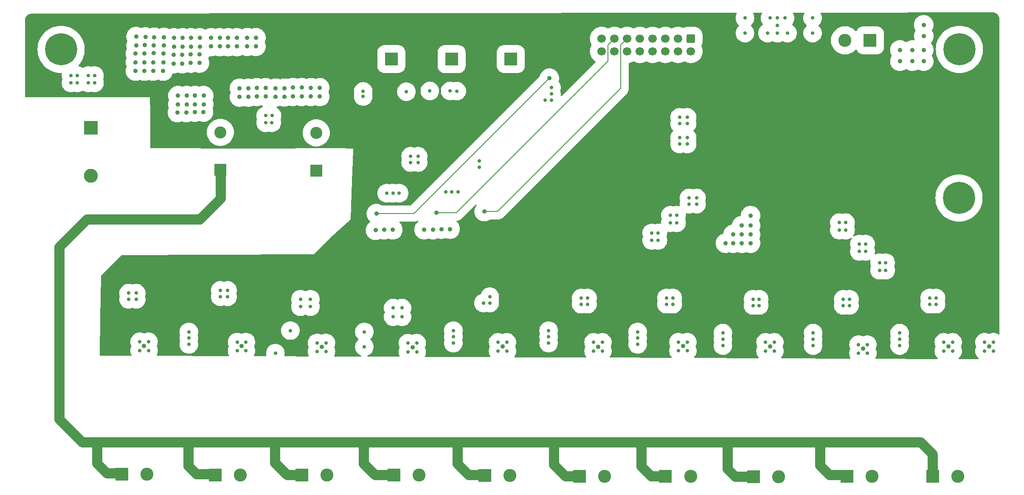
<source format=gbr>
%TF.GenerationSoftware,KiCad,Pcbnew,7.0.7*%
%TF.CreationDate,2024-09-30T16:59:32+02:00*%
%TF.ProjectId,control_motor_pcb,636f6e74-726f-46c5-9f6d-6f746f725f70,rev?*%
%TF.SameCoordinates,Original*%
%TF.FileFunction,Copper,L4,Bot*%
%TF.FilePolarity,Positive*%
%FSLAX46Y46*%
G04 Gerber Fmt 4.6, Leading zero omitted, Abs format (unit mm)*
G04 Created by KiCad (PCBNEW 7.0.7) date 2024-09-30 16:59:32*
%MOMM*%
%LPD*%
G01*
G04 APERTURE LIST*
G04 Aperture macros list*
%AMRoundRect*
0 Rectangle with rounded corners*
0 $1 Rounding radius*
0 $2 $3 $4 $5 $6 $7 $8 $9 X,Y pos of 4 corners*
0 Add a 4 corners polygon primitive as box body*
4,1,4,$2,$3,$4,$5,$6,$7,$8,$9,$2,$3,0*
0 Add four circle primitives for the rounded corners*
1,1,$1+$1,$2,$3*
1,1,$1+$1,$4,$5*
1,1,$1+$1,$6,$7*
1,1,$1+$1,$8,$9*
0 Add four rect primitives between the rounded corners*
20,1,$1+$1,$2,$3,$4,$5,0*
20,1,$1+$1,$4,$5,$6,$7,0*
20,1,$1+$1,$6,$7,$8,$9,0*
20,1,$1+$1,$8,$9,$2,$3,0*%
G04 Aperture macros list end*
%TA.AperFunction,ComponentPad*%
%ADD10R,2.600000X2.600000*%
%TD*%
%TA.AperFunction,ComponentPad*%
%ADD11C,2.600000*%
%TD*%
%TA.AperFunction,ComponentPad*%
%ADD12C,0.800000*%
%TD*%
%TA.AperFunction,ComponentPad*%
%ADD13C,6.400000*%
%TD*%
%TA.AperFunction,ComponentPad*%
%ADD14R,2.400000X2.400000*%
%TD*%
%TA.AperFunction,ComponentPad*%
%ADD15C,2.400000*%
%TD*%
%TA.AperFunction,ComponentPad*%
%ADD16RoundRect,0.250000X-0.600000X0.600000X-0.600000X-0.600000X0.600000X-0.600000X0.600000X0.600000X0*%
%TD*%
%TA.AperFunction,ComponentPad*%
%ADD17C,1.700000*%
%TD*%
%TA.AperFunction,ComponentPad*%
%ADD18R,2.790000X2.790000*%
%TD*%
%TA.AperFunction,ComponentPad*%
%ADD19C,2.790000*%
%TD*%
%TA.AperFunction,ViaPad*%
%ADD20C,0.900000*%
%TD*%
%TA.AperFunction,ViaPad*%
%ADD21C,0.700000*%
%TD*%
%TA.AperFunction,Conductor*%
%ADD22C,0.200000*%
%TD*%
%TA.AperFunction,Conductor*%
%ADD23C,2.000000*%
%TD*%
G04 APERTURE END LIST*
D10*
%TO.P,J16,1,Pin_1*%
%TO.N,Net-(D15-A)*%
X122125000Y-50345000D03*
D11*
%TO.P,J16,2,Pin_2*%
%TO.N,+24V*%
X117125000Y-50345000D03*
%TD*%
D10*
%TO.P,J21,1,Pin_1*%
%TO.N,VDD*%
X140750000Y-133400000D03*
D11*
%TO.P,J21,2,Pin_2*%
%TO.N,/Electroiman_220DC/Mosfet_Opto9/mos_drain*%
X145750000Y-133400000D03*
%TD*%
D10*
%TO.P,J20,1,Pin_1*%
%TO.N,VDD*%
X159625000Y-133555000D03*
D11*
%TO.P,J20,2,Pin_2*%
%TO.N,/Electroiman_220DC/Mosfet_Opto3/mos_drain*%
X164625000Y-133555000D03*
%TD*%
D10*
%TO.P,J2,1,Pin_1*%
%TO.N,VDD*%
X230125000Y-133555000D03*
D11*
%TO.P,J2,2,Pin_2*%
%TO.N,/Electroiman_220DC/Mosfet_Opto/mos_drain*%
X235125000Y-133555000D03*
%TD*%
D10*
%TO.P,J13,1,Pin_1*%
%TO.N,Net-(D14-A)*%
X134150000Y-50370000D03*
D11*
%TO.P,J13,2,Pin_2*%
%TO.N,+24V*%
X129150000Y-50370000D03*
%TD*%
D12*
%TO.P,H1,1,1*%
%TO.N,GND*%
X233025000Y-48425000D03*
X233727944Y-46727944D03*
X233727944Y-50122056D03*
X235425000Y-46025000D03*
D13*
X235425000Y-48425000D03*
D12*
X235425000Y-50825000D03*
X237122056Y-46727944D03*
X237122056Y-50122056D03*
X237825000Y-48425000D03*
%TD*%
D10*
%TO.P,J22,1,Pin_1*%
%TO.N,VDD*%
X122650000Y-133355000D03*
D11*
%TO.P,J22,2,Pin_2*%
%TO.N,/Electroiman_220DC/Mosfet_Opto8/mos_drain*%
X127650000Y-133355000D03*
%TD*%
D10*
%TO.P,J18,1,Pin_1*%
%TO.N,VDD*%
X194400000Y-133650000D03*
D11*
%TO.P,J18,2,Pin_2*%
%TO.N,/Electroiman_220DC/Mosfet_Opto2/mos_drain*%
X199400000Y-133650000D03*
%TD*%
D10*
%TO.P,J1,1,Pin_1*%
%TO.N,GND*%
X217600000Y-46620000D03*
D11*
%TO.P,J1,2,Pin_2*%
%TO.N,Net-(D1-A)*%
X212600000Y-46620000D03*
%TD*%
D14*
%TO.P,C3,1*%
%TO.N,VDD*%
X107150000Y-72587755D03*
D15*
%TO.P,C3,2*%
%TO.N,GND*%
X107150000Y-65087755D03*
%TD*%
D10*
%TO.P,J24,1,Pin_1*%
%TO.N,VDD*%
X87000000Y-133280000D03*
D11*
%TO.P,J24,2,Pin_2*%
%TO.N,/Electroiman_220DC/Mosfet_Opto6/mos_drain*%
X92000000Y-133280000D03*
%TD*%
D12*
%TO.P,H3,1,1*%
%TO.N,GND*%
X232940000Y-78062056D03*
X233642944Y-76365000D03*
X233642944Y-79759112D03*
X235340000Y-75662056D03*
D13*
X235340000Y-78062056D03*
D12*
X235340000Y-80462056D03*
X237037056Y-76365000D03*
X237037056Y-79759112D03*
X237740000Y-78062056D03*
%TD*%
D10*
%TO.P,J25,1,Pin_1*%
%TO.N,VDD*%
X68375000Y-133125000D03*
D11*
%TO.P,J25,2,Pin_2*%
%TO.N,/Electroiman_220DC/Mosfet_Opto4/mos_drain*%
X73375000Y-133125000D03*
%TD*%
D16*
%TO.P,J14,1,Pin_1*%
%TO.N,/IN1_1*%
X181860000Y-46260000D03*
D17*
%TO.P,J14,2,Pin_2*%
%TO.N,/IN2_1*%
X181860000Y-48800000D03*
%TO.P,J14,3,Pin_3*%
%TO.N,/IN3_1*%
X179320000Y-46260000D03*
%TO.P,J14,4,Pin_4*%
%TO.N,/IN4_1*%
X179320000Y-48800000D03*
%TO.P,J14,5,Pin_5*%
%TO.N,/IN5_1*%
X176780000Y-46260000D03*
%TO.P,J14,6,Pin_6*%
%TO.N,/IN6_1*%
X176780000Y-48800000D03*
%TO.P,J14,7,Pin_7*%
%TO.N,/IN7_1*%
X174240000Y-46260000D03*
%TO.P,J14,8,Pin_8*%
%TO.N,/IN8_1*%
X174240000Y-48800000D03*
%TO.P,J14,9,Pin_9*%
%TO.N,/IN9_1*%
X171700000Y-46260000D03*
%TO.P,J14,10,Pin_10*%
%TO.N,/IN10_1*%
X171700000Y-48800000D03*
%TO.P,J14,11,Pin_11*%
%TO.N,/IN1_2*%
X169160000Y-46260000D03*
%TO.P,J14,12,Pin_12*%
%TO.N,/IN2_2*%
X169160000Y-48800000D03*
%TO.P,J14,13,Pin_13*%
%TO.N,/IN3_2*%
X166620000Y-46260000D03*
%TO.P,J14,14,Pin_14*%
%TO.N,unconnected-(J14-Pin_14-Pad14)*%
X166620000Y-48800000D03*
%TO.P,J14,15,Pin_15*%
%TO.N,unconnected-(J14-Pin_15-Pad15)*%
X164080000Y-46260000D03*
%TO.P,J14,16,Pin_16*%
%TO.N,unconnected-(J14-Pin_16-Pad16)*%
X164080000Y-48800000D03*
%TD*%
D10*
%TO.P,J19,1,Pin_1*%
%TO.N,VDD*%
X176800000Y-133605000D03*
D11*
%TO.P,J19,2,Pin_2*%
%TO.N,/Electroiman_220DC/Mosfet_Opto5/mos_drain*%
X181800000Y-133605000D03*
%TD*%
D10*
%TO.P,J12,1,Pin_1*%
%TO.N,Net-(D13-A)*%
X145975000Y-50345000D03*
D11*
%TO.P,J12,2,Pin_2*%
%TO.N,+24V*%
X140975000Y-50345000D03*
%TD*%
D12*
%TO.P,H2,1,1*%
%TO.N,GND*%
X53870000Y-48425000D03*
X54572944Y-46727944D03*
X54572944Y-50122056D03*
X56270000Y-46025000D03*
D13*
X56270000Y-48425000D03*
D12*
X56270000Y-50825000D03*
X57967056Y-46727944D03*
X57967056Y-50122056D03*
X58670000Y-48425000D03*
%TD*%
D14*
%TO.P,C4,1*%
%TO.N,VDD*%
X88026648Y-72465424D03*
D15*
%TO.P,C4,2*%
%TO.N,GND*%
X88026648Y-64965424D03*
%TD*%
D18*
%TO.P,J15,1,Pin_1*%
%TO.N,+VSW*%
X62225000Y-64100000D03*
D19*
%TO.P,J15,2,Pin_2*%
%TO.N,-VSW*%
X62225000Y-73600000D03*
%TD*%
D10*
%TO.P,J23,1,Pin_1*%
%TO.N,VDD*%
X104250000Y-133330000D03*
D11*
%TO.P,J23,2,Pin_2*%
%TO.N,/Electroiman_220DC/Mosfet_Opto7/mos_drain*%
X109250000Y-133330000D03*
%TD*%
D10*
%TO.P,J17,1,Pin_1*%
%TO.N,VDD*%
X213000000Y-133575000D03*
D11*
%TO.P,J17,2,Pin_2*%
%TO.N,/Electroiman_220DC/Mosfet_Opto1/mos_drain*%
X218000000Y-133575000D03*
%TD*%
D20*
%TO.N,+24V*%
X205375000Y-54295000D03*
X201125000Y-54295000D03*
X92715882Y-97855775D03*
X145870215Y-97873163D03*
X201050000Y-57970000D03*
X203050000Y-59720000D03*
X128062936Y-98937037D03*
X199069821Y-52521035D03*
X115650000Y-64853163D03*
X127068795Y-64853163D03*
X203125000Y-56045000D03*
X201125000Y-56045000D03*
X234073570Y-97914081D03*
X205300000Y-57970000D03*
X182035294Y-97586736D03*
X203125000Y-54295000D03*
X207375000Y-56045000D03*
X207375000Y-54295000D03*
X201069821Y-52521035D03*
X205375000Y-56045000D03*
X109982869Y-97955000D03*
X197026230Y-52481392D03*
X217250042Y-98077754D03*
X165064964Y-97671643D03*
X74344621Y-97746313D03*
X203050000Y-57970000D03*
X139177766Y-64675000D03*
X199539096Y-98396406D03*
D21*
%TO.N,GND*%
X116517739Y-57818122D03*
X177775000Y-83000000D03*
D20*
X71125000Y-49250000D03*
D21*
X69750000Y-97035000D03*
D20*
X163395979Y-107727160D03*
X104252698Y-57810507D03*
D21*
X154060000Y-57295000D03*
X212725000Y-84475000D03*
X181153728Y-106801961D03*
D20*
X87925000Y-47850000D03*
X76700000Y-49275000D03*
D21*
X98325000Y-61650000D03*
D20*
X99052698Y-57910507D03*
X93377698Y-47835507D03*
D21*
X217061729Y-109054500D03*
X206250000Y-105000000D03*
D20*
X89575000Y-47850000D03*
X104252698Y-56060507D03*
D21*
X97075000Y-61650000D03*
X211475000Y-84475000D03*
D20*
X95300000Y-57825000D03*
X228300000Y-45782809D03*
D21*
X99000000Y-109000000D03*
D20*
X83925000Y-46125000D03*
D21*
X116750000Y-104750000D03*
X240437214Y-106825568D03*
D20*
X72816840Y-107598216D03*
D21*
X174050000Y-86525000D03*
X104000000Y-98250000D03*
X59500000Y-53625000D03*
D20*
X74775000Y-49200000D03*
X95300000Y-56075000D03*
X80425000Y-49500000D03*
D21*
X179025000Y-81500000D03*
X181125000Y-63225000D03*
X181500000Y-78050000D03*
X232320000Y-106845000D03*
X196760000Y-106845000D03*
D20*
X133860000Y-84259285D03*
D21*
X93122405Y-108551960D03*
D20*
X99052698Y-56160507D03*
X102502698Y-56060507D03*
D21*
X141750000Y-99000000D03*
X97050000Y-63050000D03*
X178250000Y-98000000D03*
D20*
X72975000Y-47575000D03*
D21*
X143420000Y-106845000D03*
X198510000Y-106845000D03*
D20*
X228300000Y-43532809D03*
D21*
X145170000Y-106845000D03*
X230750000Y-98000000D03*
D20*
X81325000Y-57650000D03*
D21*
X178250000Y-99250000D03*
D20*
X128660000Y-84359285D03*
D21*
X206150000Y-42175000D03*
D20*
X72875000Y-52750000D03*
D21*
X183000000Y-79300000D03*
X59500000Y-55125000D03*
D20*
X108238572Y-107783432D03*
X190275000Y-87075000D03*
X190275000Y-85325000D03*
D21*
X62925000Y-53625000D03*
X161250000Y-98000000D03*
D20*
X82975000Y-57650000D03*
D21*
X134500000Y-104500000D03*
X164220000Y-108595000D03*
X216725000Y-87225000D03*
D20*
X71225000Y-47625000D03*
D21*
X175300000Y-85025000D03*
X109076610Y-108707543D03*
D20*
X120680000Y-84397438D03*
D21*
X145170000Y-108595000D03*
X183000000Y-78050000D03*
D20*
X78675000Y-51250000D03*
D21*
X192650000Y-45175000D03*
D20*
X82175000Y-46125000D03*
D21*
X81750000Y-104750000D03*
X125130286Y-56864899D03*
X181153728Y-108551961D03*
X171250000Y-104750000D03*
X106000000Y-98250000D03*
X242187214Y-106825568D03*
X58250000Y-53625000D03*
X220725000Y-92475000D03*
X127475000Y-70975000D03*
X232320000Y-108595000D03*
X123700000Y-77100000D03*
X179625000Y-67300000D03*
D20*
X226050000Y-48532809D03*
D21*
X71250000Y-98285000D03*
D20*
X193775000Y-83575000D03*
D21*
X107326610Y-108707543D03*
D20*
X197694845Y-107690319D03*
D21*
X199150000Y-43675000D03*
X179625000Y-61975000D03*
X91372405Y-108551960D03*
X177775000Y-81500000D03*
D20*
X118980000Y-84497438D03*
X72875000Y-49250000D03*
D21*
X124250000Y-101750000D03*
X132950000Y-76850000D03*
D20*
X144300120Y-107665758D03*
D21*
X88000000Y-97750000D03*
D20*
X82975000Y-59400000D03*
D21*
X89500000Y-97750000D03*
X160000000Y-99250000D03*
D20*
X74850000Y-46000000D03*
X95127698Y-46085507D03*
X192025000Y-83575000D03*
D21*
X104000000Y-99750000D03*
X242187214Y-108575568D03*
X206250000Y-106250000D03*
X134500000Y-107000000D03*
X140500000Y-99000000D03*
X206150000Y-45175000D03*
D20*
X82125000Y-49400000D03*
D21*
X179403728Y-108551961D03*
X153500000Y-105750000D03*
D20*
X73100000Y-45975000D03*
D21*
X81750000Y-106000000D03*
D20*
X74625000Y-52750000D03*
X76675000Y-51050000D03*
X78775000Y-47875000D03*
X223550000Y-48532809D03*
D21*
X188250000Y-106250000D03*
D20*
X95127698Y-47835507D03*
X241327654Y-107672909D03*
X192025000Y-85325000D03*
D21*
X198510000Y-108595000D03*
X215311729Y-107304500D03*
D20*
X132110000Y-84259285D03*
D21*
X174050000Y-85025000D03*
D20*
X97050000Y-57825000D03*
X74775000Y-47650000D03*
D21*
X125440406Y-108761736D03*
X200650000Y-42175000D03*
X91372405Y-106801960D03*
D20*
X83875000Y-51150000D03*
X233246301Y-107690319D03*
X86175000Y-47850000D03*
D21*
X162470000Y-106845000D03*
D20*
X78675000Y-49500000D03*
D21*
X71951022Y-108489606D03*
X122500000Y-101750000D03*
D20*
X71125000Y-52750000D03*
X91850000Y-57925000D03*
X78775000Y-46125000D03*
D21*
X153500000Y-104500000D03*
D20*
X92295678Y-107617648D03*
D21*
X162470000Y-108595000D03*
X124250000Y-100000000D03*
D20*
X83925000Y-47875000D03*
X79575000Y-57650000D03*
X76800000Y-46050000D03*
D21*
X129804174Y-56728505D03*
X154040000Y-58585000D03*
D20*
X106100000Y-56075000D03*
D21*
X61675000Y-53625000D03*
X153500000Y-107000000D03*
X139650000Y-70675000D03*
D20*
X80525000Y-46125000D03*
D21*
X62925000Y-55125000D03*
X88000000Y-96500000D03*
X181125000Y-66050000D03*
X73701022Y-108489606D03*
X215475000Y-88725000D03*
X134200000Y-76850000D03*
D20*
X91850000Y-56175000D03*
D21*
X154060000Y-56045000D03*
X212250000Y-98250000D03*
X71250000Y-97035000D03*
X121200000Y-77100000D03*
D20*
X87925000Y-46100000D03*
D21*
X134500000Y-105750000D03*
X135178100Y-56742144D03*
X220725000Y-90975000D03*
X179025000Y-83000000D03*
D20*
X76775000Y-47675000D03*
D21*
X179625000Y-63225000D03*
X217061729Y-107304500D03*
X160000000Y-98000000D03*
X197150000Y-45175000D03*
D20*
X216188970Y-108083288D03*
X226050000Y-50782809D03*
X100802698Y-56160507D03*
D21*
X240437214Y-108575568D03*
D20*
X86175000Y-46100000D03*
D21*
X229500000Y-98000000D03*
X106000000Y-99750000D03*
X125975000Y-70975000D03*
X211475000Y-82975000D03*
X215311729Y-109054500D03*
X127190406Y-107011736D03*
D20*
X107850000Y-56075000D03*
D21*
X219475000Y-90975000D03*
X195500000Y-99500000D03*
X199150000Y-45175000D03*
D20*
X102502698Y-57810507D03*
D21*
X223500000Y-107500000D03*
X171250000Y-106000000D03*
X212250000Y-99500000D03*
X89500000Y-96500000D03*
X71951022Y-106739606D03*
D20*
X192025000Y-87075000D03*
X71225000Y-45875000D03*
X107850000Y-57825000D03*
D21*
X107326610Y-106957543D03*
D20*
X93600000Y-56175000D03*
X82125000Y-51150000D03*
X82175000Y-47875000D03*
D21*
X122500000Y-100000000D03*
X213500000Y-99500000D03*
X122450000Y-77100000D03*
X216725000Y-88725000D03*
X161250000Y-99250000D03*
D20*
X228300000Y-48532809D03*
D21*
X139650000Y-71925000D03*
X61675000Y-55125000D03*
X58250000Y-55125000D03*
X201150000Y-45175000D03*
X196760000Y-108595000D03*
X194250000Y-99500000D03*
D20*
X97050000Y-56075000D03*
D21*
X81750000Y-107250000D03*
X229500000Y-99250000D03*
X199150000Y-42175000D03*
D20*
X79475000Y-61025000D03*
X80525000Y-47875000D03*
D21*
X171250000Y-107250000D03*
D20*
X84725000Y-59400000D03*
X91325000Y-47850000D03*
D21*
X230750000Y-99250000D03*
D20*
X193775000Y-87075000D03*
D21*
X215475000Y-87225000D03*
D20*
X84675000Y-60925000D03*
X93600000Y-57925000D03*
D21*
X98300000Y-63050000D03*
X177000000Y-99250000D03*
D20*
X81225000Y-61025000D03*
X223550000Y-50782809D03*
X89575000Y-46100000D03*
D21*
X234070000Y-108595000D03*
D20*
X100802698Y-57910507D03*
D21*
X93122405Y-106801960D03*
X177000000Y-98000000D03*
X133868717Y-56714866D03*
X175300000Y-86525000D03*
X135450000Y-76850000D03*
D20*
X84725000Y-57650000D03*
X130410000Y-84359285D03*
D21*
X234070000Y-106845000D03*
X116517739Y-56808806D03*
X181125000Y-61975000D03*
X141750000Y-97750000D03*
X69750000Y-98285000D03*
D20*
X193775000Y-81575000D03*
X93377698Y-46085507D03*
D21*
X212725000Y-82975000D03*
X188250000Y-105000000D03*
X181125000Y-67300000D03*
D20*
X79575000Y-59400000D03*
D21*
X223500000Y-106250000D03*
D20*
X74625000Y-51000000D03*
D21*
X109076610Y-106957543D03*
D20*
X106100000Y-57825000D03*
D21*
X179403728Y-106801961D03*
X127190406Y-108761736D03*
X197650000Y-42175000D03*
D20*
X81325000Y-59400000D03*
X80425000Y-51250000D03*
D21*
X127475000Y-69725000D03*
X219475000Y-92475000D03*
X125440406Y-107011736D03*
X102000000Y-104500000D03*
D20*
X83875000Y-49400000D03*
X180293666Y-107616637D03*
X71125000Y-51000000D03*
D21*
X116750000Y-107750000D03*
X125975000Y-69725000D03*
X192650000Y-42175000D03*
X223500000Y-105000000D03*
X73701022Y-106739606D03*
X181500000Y-79300000D03*
D20*
X122430000Y-84397438D03*
X76625000Y-52750000D03*
D21*
X143420000Y-108595000D03*
X152790000Y-58585000D03*
D20*
X188775000Y-87075000D03*
D21*
X195500000Y-98250000D03*
X188250000Y-107500000D03*
D20*
X126353325Y-107820272D03*
X72875000Y-51000000D03*
X82925000Y-60925000D03*
D21*
X206250000Y-107500000D03*
D20*
X91325000Y-46100000D03*
X193775000Y-85325000D03*
D21*
X194250000Y-98250000D03*
X164220000Y-106845000D03*
X213500000Y-98250000D03*
X179625000Y-66050000D03*
D20*
X228300000Y-50782809D03*
%TO.N,/IN1_2*%
X140650000Y-80775000D03*
%TO.N,/IN2_2*%
X153650000Y-54175000D03*
X119150000Y-81175000D03*
%TO.N,/IN3_2*%
X131150000Y-81000000D03*
%TD*%
D22*
%TO.N,/IN1_2*%
X167850000Y-56225000D02*
X167850000Y-47570000D01*
X143300000Y-80775000D02*
X167850000Y-56225000D01*
X140650000Y-80775000D02*
X143300000Y-80775000D01*
X167850000Y-47570000D02*
X169160000Y-46260000D01*
%TO.N,/IN2_2*%
X153650000Y-54175000D02*
X126675000Y-81150000D01*
X126675000Y-81150000D02*
X119175000Y-81150000D01*
X119175000Y-81150000D02*
X119150000Y-81175000D01*
D23*
%TO.N,VDD*%
X135425000Y-126825000D02*
X135375000Y-126875000D01*
X88094997Y-72533773D02*
X88094997Y-78230003D01*
X189200000Y-126825000D02*
X189200000Y-132100000D01*
X84000000Y-82325000D02*
X61450000Y-82325000D01*
X63500000Y-131075000D02*
X65405000Y-132980000D01*
X118900000Y-133350000D02*
X122645000Y-133350000D01*
X101380000Y-133330000D02*
X104250000Y-133330000D01*
X81700000Y-126825000D02*
X81700000Y-131575000D01*
X135375000Y-126875000D02*
X135375000Y-131150000D01*
X61450000Y-82325000D02*
X55900000Y-87875000D01*
X97675000Y-126825000D02*
X98975000Y-126825000D01*
X63500000Y-126825000D02*
X63500000Y-131075000D01*
X194375000Y-133625000D02*
X194400000Y-133650000D01*
X116675000Y-126825000D02*
X135425000Y-126825000D01*
X190725000Y-133625000D02*
X194375000Y-133625000D01*
X83305000Y-133180000D02*
X86975000Y-133180000D01*
X60500000Y-126825000D02*
X63500000Y-126825000D01*
X156830000Y-133555000D02*
X159625000Y-133555000D01*
X55900000Y-87875000D02*
X55900000Y-122225000D01*
X116675000Y-126825000D02*
X116675000Y-131125000D01*
X207675000Y-126825000D02*
X227750000Y-126825000D01*
X98975000Y-126825000D02*
X98975000Y-130925000D01*
X172050000Y-131650000D02*
X174005000Y-133605000D01*
X140650000Y-133300000D02*
X140750000Y-133400000D01*
X63500000Y-126825000D02*
X79425000Y-126825000D01*
X98975000Y-126825000D02*
X116675000Y-126825000D01*
X122645000Y-133350000D02*
X122650000Y-133355000D01*
X79425000Y-126825000D02*
X97675000Y-126825000D01*
X98975000Y-130925000D02*
X101380000Y-133330000D01*
X207675000Y-131475000D02*
X209555000Y-133355000D01*
X116675000Y-131125000D02*
X118900000Y-133350000D01*
X189200000Y-132100000D02*
X190725000Y-133625000D01*
X189200000Y-126825000D02*
X207675000Y-126825000D01*
X171100000Y-126825000D02*
X189200000Y-126825000D01*
X154575000Y-131300000D02*
X156830000Y-133555000D01*
X65405000Y-132980000D02*
X68550000Y-132980000D01*
X209555000Y-133355000D02*
X213275000Y-133355000D01*
X154575000Y-126900000D02*
X154575000Y-131300000D01*
X230125000Y-129200000D02*
X230125000Y-133555000D01*
X55900000Y-122225000D02*
X60500000Y-126825000D01*
X227750000Y-126825000D02*
X230125000Y-129200000D01*
X137525000Y-133300000D02*
X140650000Y-133300000D01*
X135375000Y-131150000D02*
X137525000Y-133300000D01*
X174005000Y-133605000D02*
X176800000Y-133605000D01*
X81700000Y-131575000D02*
X83305000Y-133180000D01*
X172050000Y-126860868D02*
X172050000Y-131650000D01*
X88026648Y-72465424D02*
X88094997Y-72533773D01*
X153625000Y-126825000D02*
X171100000Y-126825000D01*
X88094997Y-78230003D02*
X84000000Y-82325000D01*
X135425000Y-126825000D02*
X153625000Y-126825000D01*
X207675000Y-126825000D02*
X207675000Y-131475000D01*
D22*
%TO.N,/IN3_2*%
X131150000Y-81000000D02*
X135075000Y-81000000D01*
X135075000Y-81000000D02*
X165325000Y-50750000D01*
X165325000Y-47555000D02*
X166620000Y-46260000D01*
X165325000Y-50750000D02*
X165325000Y-47555000D01*
%TD*%
%TA.AperFunction,Conductor*%
%TO.N,+24V*%
G36*
X242058063Y-41050598D02*
G01*
X242174065Y-41057663D01*
X242252124Y-41062418D01*
X242271616Y-41065172D01*
X242454117Y-41105956D01*
X242472929Y-41111763D01*
X242646667Y-41180929D01*
X242664324Y-41189641D01*
X242824910Y-41285441D01*
X242840971Y-41296844D01*
X242984369Y-41416869D01*
X242998421Y-41430670D01*
X243121000Y-41571881D01*
X243132690Y-41587735D01*
X243231361Y-41746573D01*
X243240393Y-41764077D01*
X243312669Y-41936538D01*
X243318815Y-41955251D01*
X243362870Y-42136977D01*
X243365976Y-42156428D01*
X243381251Y-42349817D01*
X243381444Y-42354744D01*
X243381406Y-42409436D01*
X243381455Y-42410078D01*
X243392854Y-105168795D01*
X243373182Y-105235839D01*
X243320386Y-105281603D01*
X243251229Y-105291559D01*
X243194544Y-105268085D01*
X243190225Y-105264852D01*
X243190222Y-105264850D01*
X243190219Y-105264848D01*
X242957908Y-105137996D01*
X242957904Y-105137994D01*
X242709887Y-105045489D01*
X242451248Y-104989226D01*
X242451241Y-104989225D01*
X242187215Y-104970341D01*
X242187213Y-104970341D01*
X241923186Y-104989225D01*
X241923179Y-104989226D01*
X241664540Y-105045489D01*
X241416523Y-105137994D01*
X241416519Y-105137996D01*
X241371641Y-105162502D01*
X241303368Y-105177354D01*
X241252787Y-105162502D01*
X241207908Y-105137996D01*
X241207904Y-105137994D01*
X240959887Y-105045489D01*
X240701248Y-104989226D01*
X240701241Y-104989225D01*
X240437215Y-104970341D01*
X240437213Y-104970341D01*
X240173186Y-104989225D01*
X240173179Y-104989226D01*
X239914540Y-105045489D01*
X239666523Y-105137994D01*
X239666519Y-105137996D01*
X239434208Y-105264848D01*
X239434200Y-105264853D01*
X239222306Y-105423474D01*
X239222288Y-105423490D01*
X239035136Y-105610642D01*
X239035120Y-105610660D01*
X238876499Y-105822554D01*
X238876494Y-105822562D01*
X238749642Y-106054873D01*
X238749640Y-106054877D01*
X238657135Y-106302894D01*
X238600872Y-106561533D01*
X238600871Y-106561540D01*
X238581987Y-106825566D01*
X238581987Y-106825569D01*
X238600871Y-107089595D01*
X238600872Y-107089602D01*
X238657135Y-107348241D01*
X238749640Y-107596258D01*
X238749642Y-107596262D01*
X238774148Y-107641141D01*
X238789000Y-107709414D01*
X238774148Y-107759995D01*
X238749642Y-107804873D01*
X238749640Y-107804877D01*
X238657135Y-108052894D01*
X238600872Y-108311533D01*
X238600871Y-108311540D01*
X238581987Y-108575566D01*
X238581987Y-108575569D01*
X238600871Y-108839595D01*
X238600872Y-108839602D01*
X238657135Y-109098241D01*
X238749640Y-109346258D01*
X238749642Y-109346262D01*
X238876494Y-109578573D01*
X238876499Y-109578581D01*
X239035120Y-109790475D01*
X239035136Y-109790493D01*
X239222288Y-109977645D01*
X239222297Y-109977653D01*
X239222299Y-109977655D01*
X239228960Y-109982641D01*
X239270830Y-110038574D01*
X239275815Y-110108265D01*
X239242331Y-110169589D01*
X239181008Y-110203074D01*
X239154142Y-110205907D01*
X235390333Y-110190523D01*
X235323375Y-110170565D01*
X235277836Y-110117574D01*
X235268175Y-110048375D01*
X235297460Y-109984939D01*
X235303159Y-109978843D01*
X235472077Y-109809925D01*
X235472087Y-109809915D01*
X235630716Y-109598011D01*
X235757574Y-109365689D01*
X235850077Y-109117678D01*
X235906343Y-108859026D01*
X235925227Y-108595000D01*
X235906343Y-108330974D01*
X235850077Y-108072322D01*
X235757574Y-107824311D01*
X235733064Y-107779425D01*
X235718213Y-107711154D01*
X235733065Y-107660571D01*
X235757574Y-107615689D01*
X235850077Y-107367678D01*
X235906343Y-107109026D01*
X235925227Y-106845000D01*
X235906343Y-106580974D01*
X235854748Y-106343793D01*
X235850078Y-106322326D01*
X235842830Y-106302894D01*
X235757574Y-106074311D01*
X235750149Y-106060714D01*
X235630719Y-105841994D01*
X235630714Y-105841986D01*
X235472093Y-105630092D01*
X235472077Y-105630074D01*
X235284925Y-105442922D01*
X235284907Y-105442906D01*
X235073013Y-105284285D01*
X235073005Y-105284280D01*
X234840694Y-105157428D01*
X234840690Y-105157426D01*
X234592673Y-105064921D01*
X234334034Y-105008658D01*
X234334027Y-105008657D01*
X234070001Y-104989773D01*
X234069999Y-104989773D01*
X233805972Y-105008657D01*
X233805965Y-105008658D01*
X233547326Y-105064921D01*
X233299315Y-105157424D01*
X233299310Y-105157426D01*
X233279338Y-105168332D01*
X233254428Y-105181934D01*
X233254426Y-105181935D01*
X233186153Y-105196786D01*
X233135573Y-105181934D01*
X233090694Y-105157428D01*
X233090690Y-105157426D01*
X232842673Y-105064921D01*
X232584034Y-105008658D01*
X232584027Y-105008657D01*
X232320001Y-104989773D01*
X232319999Y-104989773D01*
X232055972Y-105008657D01*
X232055965Y-105008658D01*
X231797326Y-105064921D01*
X231549309Y-105157426D01*
X231549305Y-105157428D01*
X231316994Y-105284280D01*
X231316986Y-105284285D01*
X231105092Y-105442906D01*
X231105074Y-105442922D01*
X230917922Y-105630074D01*
X230917906Y-105630092D01*
X230759285Y-105841986D01*
X230759280Y-105841994D01*
X230632428Y-106074305D01*
X230632426Y-106074309D01*
X230539921Y-106322326D01*
X230483658Y-106580965D01*
X230483657Y-106580972D01*
X230464773Y-106844998D01*
X230464773Y-106845001D01*
X230483657Y-107109027D01*
X230483658Y-107109034D01*
X230539921Y-107367673D01*
X230632426Y-107615690D01*
X230632428Y-107615694D01*
X230656934Y-107660573D01*
X230671786Y-107728846D01*
X230656935Y-107779425D01*
X230653851Y-107785074D01*
X230632426Y-107824310D01*
X230632424Y-107824315D01*
X230539921Y-108072326D01*
X230483658Y-108330965D01*
X230483657Y-108330972D01*
X230464773Y-108594998D01*
X230464773Y-108595001D01*
X230483657Y-108859027D01*
X230483658Y-108859034D01*
X230539921Y-109117673D01*
X230632426Y-109365690D01*
X230632428Y-109365694D01*
X230759280Y-109598005D01*
X230759285Y-109598013D01*
X230917906Y-109809907D01*
X230917922Y-109809925D01*
X231068817Y-109960820D01*
X231102302Y-110022143D01*
X231097318Y-110091835D01*
X231055446Y-110147768D01*
X230989982Y-110172185D01*
X230980629Y-110172500D01*
X218795336Y-110122694D01*
X218728378Y-110102736D01*
X218682839Y-110049745D01*
X218673178Y-109980546D01*
X218687011Y-109939268D01*
X218749300Y-109825194D01*
X218749302Y-109825190D01*
X218749303Y-109825189D01*
X218841806Y-109577178D01*
X218898072Y-109318526D01*
X218916956Y-109054500D01*
X218898072Y-108790474D01*
X218881635Y-108714915D01*
X218841807Y-108531826D01*
X218837654Y-108520689D01*
X218749303Y-108283811D01*
X218724792Y-108238924D01*
X218709942Y-108170652D01*
X218724792Y-108120075D01*
X218749303Y-108075189D01*
X218841806Y-107827178D01*
X218898072Y-107568526D01*
X218902973Y-107500001D01*
X221644773Y-107500001D01*
X221663657Y-107764027D01*
X221663658Y-107764034D01*
X221719921Y-108022673D01*
X221812426Y-108270690D01*
X221812428Y-108270694D01*
X221939280Y-108503005D01*
X221939285Y-108503013D01*
X222097906Y-108714907D01*
X222097922Y-108714925D01*
X222285074Y-108902077D01*
X222285092Y-108902093D01*
X222496986Y-109060714D01*
X222496994Y-109060719D01*
X222729305Y-109187571D01*
X222729309Y-109187573D01*
X222729311Y-109187574D01*
X222977322Y-109280077D01*
X222977325Y-109280077D01*
X222977326Y-109280078D01*
X223118159Y-109310714D01*
X223235974Y-109336343D01*
X223473715Y-109353347D01*
X223499999Y-109355227D01*
X223500000Y-109355227D01*
X223500001Y-109355227D01*
X223526285Y-109353347D01*
X223764026Y-109336343D01*
X224022678Y-109280077D01*
X224270689Y-109187574D01*
X224503011Y-109060716D01*
X224714915Y-108902087D01*
X224902087Y-108714915D01*
X225060716Y-108503011D01*
X225187574Y-108270689D01*
X225280077Y-108022678D01*
X225336343Y-107764026D01*
X225355227Y-107500000D01*
X225336343Y-107235974D01*
X225320612Y-107163658D01*
X225280078Y-106977324D01*
X225258075Y-106918335D01*
X225253089Y-106848644D01*
X225258075Y-106831665D01*
X225260350Y-106825568D01*
X225280077Y-106772678D01*
X225280079Y-106772672D01*
X225321629Y-106581665D01*
X225336343Y-106514026D01*
X225355227Y-106250000D01*
X225336343Y-105985974D01*
X225329503Y-105954529D01*
X225280078Y-105727324D01*
X225258075Y-105668335D01*
X225253089Y-105598644D01*
X225258075Y-105581665D01*
X225267848Y-105555465D01*
X225280077Y-105522678D01*
X225280510Y-105520690D01*
X225321629Y-105331667D01*
X225336343Y-105264026D01*
X225355227Y-105000000D01*
X225354456Y-104989226D01*
X225346957Y-104884379D01*
X225336343Y-104735974D01*
X225322546Y-104672551D01*
X225280078Y-104477326D01*
X225187573Y-104229309D01*
X225187571Y-104229305D01*
X225060719Y-103996994D01*
X225060714Y-103996986D01*
X224902093Y-103785092D01*
X224902077Y-103785074D01*
X224714925Y-103597922D01*
X224714907Y-103597906D01*
X224503013Y-103439285D01*
X224503005Y-103439280D01*
X224270694Y-103312428D01*
X224270690Y-103312426D01*
X224022673Y-103219921D01*
X223764034Y-103163658D01*
X223764027Y-103163657D01*
X223500001Y-103144773D01*
X223499999Y-103144773D01*
X223235972Y-103163657D01*
X223235965Y-103163658D01*
X222977326Y-103219921D01*
X222729309Y-103312426D01*
X222729305Y-103312428D01*
X222496994Y-103439280D01*
X222496986Y-103439285D01*
X222285092Y-103597906D01*
X222285074Y-103597922D01*
X222097922Y-103785074D01*
X222097906Y-103785092D01*
X221939285Y-103996986D01*
X221939280Y-103996994D01*
X221812428Y-104229305D01*
X221812426Y-104229309D01*
X221719921Y-104477326D01*
X221663658Y-104735965D01*
X221663657Y-104735972D01*
X221644773Y-104999998D01*
X221644773Y-105000001D01*
X221663657Y-105264027D01*
X221663658Y-105264034D01*
X221719920Y-105522669D01*
X221719922Y-105522675D01*
X221719923Y-105522678D01*
X221732146Y-105555449D01*
X221741925Y-105581668D01*
X221746908Y-105651360D01*
X221741925Y-105668332D01*
X221719920Y-105727330D01*
X221663658Y-105985965D01*
X221663657Y-105985972D01*
X221644773Y-106249998D01*
X221644773Y-106250001D01*
X221663657Y-106514027D01*
X221663658Y-106514034D01*
X221719921Y-106772670D01*
X221719923Y-106772678D01*
X221741925Y-106831668D01*
X221746909Y-106901357D01*
X221741925Y-106918332D01*
X221719921Y-106977326D01*
X221663658Y-107235965D01*
X221663657Y-107235972D01*
X221644773Y-107499998D01*
X221644773Y-107500001D01*
X218902973Y-107500001D01*
X218916956Y-107304500D01*
X218898072Y-107040474D01*
X218855550Y-106845001D01*
X218841807Y-106781826D01*
X218829082Y-106747710D01*
X218749303Y-106533811D01*
X218743222Y-106522675D01*
X218622448Y-106301494D01*
X218622443Y-106301486D01*
X218463822Y-106089592D01*
X218463806Y-106089574D01*
X218276654Y-105902422D01*
X218276636Y-105902406D01*
X218064742Y-105743785D01*
X218064734Y-105743780D01*
X217832423Y-105616928D01*
X217832419Y-105616926D01*
X217584402Y-105524421D01*
X217325763Y-105468158D01*
X217325756Y-105468157D01*
X217061730Y-105449273D01*
X217061728Y-105449273D01*
X216797701Y-105468157D01*
X216797694Y-105468158D01*
X216539055Y-105524421D01*
X216291038Y-105616926D01*
X216291034Y-105616928D01*
X216246156Y-105641434D01*
X216177883Y-105656286D01*
X216127302Y-105641434D01*
X216082423Y-105616928D01*
X216082419Y-105616926D01*
X215834402Y-105524421D01*
X215575763Y-105468158D01*
X215575756Y-105468157D01*
X215311730Y-105449273D01*
X215311728Y-105449273D01*
X215047701Y-105468157D01*
X215047694Y-105468158D01*
X214789055Y-105524421D01*
X214541038Y-105616926D01*
X214541034Y-105616928D01*
X214308723Y-105743780D01*
X214308715Y-105743785D01*
X214096821Y-105902406D01*
X214096803Y-105902422D01*
X213909651Y-106089574D01*
X213909635Y-106089592D01*
X213751014Y-106301486D01*
X213751009Y-106301494D01*
X213624157Y-106533805D01*
X213624155Y-106533809D01*
X213531650Y-106781826D01*
X213475387Y-107040465D01*
X213475386Y-107040472D01*
X213456502Y-107304498D01*
X213456502Y-107304501D01*
X213475386Y-107568527D01*
X213475387Y-107568534D01*
X213531650Y-107827173D01*
X213592771Y-107991045D01*
X213624155Y-108075189D01*
X213648663Y-108120072D01*
X213663515Y-108188344D01*
X213648664Y-108238925D01*
X213624155Y-108283809D01*
X213531650Y-108531826D01*
X213475387Y-108790465D01*
X213475386Y-108790472D01*
X213456502Y-109054498D01*
X213456502Y-109054501D01*
X213475386Y-109318527D01*
X213475387Y-109318534D01*
X213531650Y-109577173D01*
X213624155Y-109825190D01*
X213624157Y-109825194D01*
X213674774Y-109917891D01*
X213689626Y-109986164D01*
X213665209Y-110051628D01*
X213609276Y-110093500D01*
X213565435Y-110101317D01*
X199975088Y-110045768D01*
X199908130Y-110025810D01*
X199862591Y-109972819D01*
X199852930Y-109903620D01*
X199882215Y-109840184D01*
X199887900Y-109834101D01*
X199912087Y-109809915D01*
X200070716Y-109598011D01*
X200197574Y-109365689D01*
X200290077Y-109117678D01*
X200346343Y-108859026D01*
X200365227Y-108595000D01*
X200346343Y-108330974D01*
X200290077Y-108072322D01*
X200197574Y-107824311D01*
X200173064Y-107779425D01*
X200158213Y-107711154D01*
X200173065Y-107660571D01*
X200197574Y-107615689D01*
X200240723Y-107500001D01*
X204394773Y-107500001D01*
X204413657Y-107764027D01*
X204413658Y-107764034D01*
X204469921Y-108022673D01*
X204562426Y-108270690D01*
X204562428Y-108270694D01*
X204689280Y-108503005D01*
X204689285Y-108503013D01*
X204847906Y-108714907D01*
X204847922Y-108714925D01*
X205035074Y-108902077D01*
X205035092Y-108902093D01*
X205246986Y-109060714D01*
X205246994Y-109060719D01*
X205479305Y-109187571D01*
X205479309Y-109187573D01*
X205479311Y-109187574D01*
X205727322Y-109280077D01*
X205727325Y-109280077D01*
X205727326Y-109280078D01*
X205868159Y-109310714D01*
X205985974Y-109336343D01*
X206223715Y-109353347D01*
X206249999Y-109355227D01*
X206250000Y-109355227D01*
X206250001Y-109355227D01*
X206276285Y-109353347D01*
X206514026Y-109336343D01*
X206772678Y-109280077D01*
X207020689Y-109187574D01*
X207253011Y-109060716D01*
X207464915Y-108902087D01*
X207652087Y-108714915D01*
X207810716Y-108503011D01*
X207937574Y-108270689D01*
X208030077Y-108022678D01*
X208086343Y-107764026D01*
X208105227Y-107500000D01*
X208086343Y-107235974D01*
X208070612Y-107163658D01*
X208030078Y-106977324D01*
X208008075Y-106918335D01*
X208003089Y-106848644D01*
X208008075Y-106831665D01*
X208010350Y-106825568D01*
X208030077Y-106772678D01*
X208030079Y-106772672D01*
X208071629Y-106581665D01*
X208086343Y-106514026D01*
X208105227Y-106250000D01*
X208086343Y-105985974D01*
X208079503Y-105954529D01*
X208030078Y-105727324D01*
X208008075Y-105668335D01*
X208003089Y-105598644D01*
X208008075Y-105581665D01*
X208017848Y-105555465D01*
X208030077Y-105522678D01*
X208030510Y-105520690D01*
X208071629Y-105331667D01*
X208086343Y-105264026D01*
X208105227Y-105000000D01*
X208104456Y-104989226D01*
X208096957Y-104884379D01*
X208086343Y-104735974D01*
X208072546Y-104672551D01*
X208030078Y-104477326D01*
X207937573Y-104229309D01*
X207937571Y-104229305D01*
X207810719Y-103996994D01*
X207810714Y-103996986D01*
X207652093Y-103785092D01*
X207652077Y-103785074D01*
X207464925Y-103597922D01*
X207464907Y-103597906D01*
X207253013Y-103439285D01*
X207253005Y-103439280D01*
X207020694Y-103312428D01*
X207020690Y-103312426D01*
X206772673Y-103219921D01*
X206514034Y-103163658D01*
X206514027Y-103163657D01*
X206250001Y-103144773D01*
X206249999Y-103144773D01*
X205985972Y-103163657D01*
X205985965Y-103163658D01*
X205727326Y-103219921D01*
X205479309Y-103312426D01*
X205479305Y-103312428D01*
X205246994Y-103439280D01*
X205246986Y-103439285D01*
X205035092Y-103597906D01*
X205035074Y-103597922D01*
X204847922Y-103785074D01*
X204847906Y-103785092D01*
X204689285Y-103996986D01*
X204689280Y-103996994D01*
X204562428Y-104229305D01*
X204562426Y-104229309D01*
X204469921Y-104477326D01*
X204413658Y-104735965D01*
X204413657Y-104735972D01*
X204394773Y-104999998D01*
X204394773Y-105000001D01*
X204413657Y-105264027D01*
X204413658Y-105264034D01*
X204469920Y-105522669D01*
X204469922Y-105522675D01*
X204469923Y-105522678D01*
X204482146Y-105555449D01*
X204491925Y-105581668D01*
X204496908Y-105651360D01*
X204491925Y-105668332D01*
X204469920Y-105727330D01*
X204413658Y-105985965D01*
X204413657Y-105985972D01*
X204394773Y-106249998D01*
X204394773Y-106250001D01*
X204413657Y-106514027D01*
X204413658Y-106514034D01*
X204469921Y-106772670D01*
X204469923Y-106772678D01*
X204491925Y-106831668D01*
X204496909Y-106901357D01*
X204491925Y-106918332D01*
X204469921Y-106977326D01*
X204413658Y-107235965D01*
X204413657Y-107235972D01*
X204394773Y-107499998D01*
X204394773Y-107500001D01*
X200240723Y-107500001D01*
X200290077Y-107367678D01*
X200346343Y-107109026D01*
X200365227Y-106845000D01*
X200346343Y-106580974D01*
X200294748Y-106343793D01*
X200290078Y-106322326D01*
X200282830Y-106302894D01*
X200197574Y-106074311D01*
X200190149Y-106060714D01*
X200070719Y-105841994D01*
X200070714Y-105841986D01*
X199912093Y-105630092D01*
X199912077Y-105630074D01*
X199724925Y-105442922D01*
X199724907Y-105442906D01*
X199513013Y-105284285D01*
X199513005Y-105284280D01*
X199280694Y-105157428D01*
X199280690Y-105157426D01*
X199032673Y-105064921D01*
X198774034Y-105008658D01*
X198774027Y-105008657D01*
X198510001Y-104989773D01*
X198509999Y-104989773D01*
X198245972Y-105008657D01*
X198245965Y-105008658D01*
X197987326Y-105064921D01*
X197739309Y-105157426D01*
X197739305Y-105157428D01*
X197694427Y-105181934D01*
X197626154Y-105196786D01*
X197575573Y-105181934D01*
X197530694Y-105157428D01*
X197530690Y-105157426D01*
X197282673Y-105064921D01*
X197024034Y-105008658D01*
X197024027Y-105008657D01*
X196760001Y-104989773D01*
X196759999Y-104989773D01*
X196495972Y-105008657D01*
X196495965Y-105008658D01*
X196237326Y-105064921D01*
X195989309Y-105157426D01*
X195989305Y-105157428D01*
X195756994Y-105284280D01*
X195756986Y-105284285D01*
X195545092Y-105442906D01*
X195545074Y-105442922D01*
X195357922Y-105630074D01*
X195357906Y-105630092D01*
X195199285Y-105841986D01*
X195199280Y-105841994D01*
X195072428Y-106074305D01*
X195072426Y-106074309D01*
X194979921Y-106322326D01*
X194923658Y-106580965D01*
X194923657Y-106580972D01*
X194904773Y-106844998D01*
X194904773Y-106845001D01*
X194923657Y-107109027D01*
X194923658Y-107109034D01*
X194979921Y-107367673D01*
X195006631Y-107439285D01*
X195072426Y-107615689D01*
X195096934Y-107660572D01*
X195111786Y-107728844D01*
X195096935Y-107779425D01*
X195072426Y-107824309D01*
X194979921Y-108072326D01*
X194923658Y-108330965D01*
X194923657Y-108330972D01*
X194904773Y-108594998D01*
X194904773Y-108595001D01*
X194923657Y-108859027D01*
X194923658Y-108859034D01*
X194979921Y-109117673D01*
X195072426Y-109365690D01*
X195072428Y-109365694D01*
X195199280Y-109598005D01*
X195199285Y-109598013D01*
X195357906Y-109809907D01*
X195357922Y-109809925D01*
X195362873Y-109814876D01*
X195396358Y-109876199D01*
X195391374Y-109945891D01*
X195349502Y-110001824D01*
X195284038Y-110026241D01*
X195274685Y-110026556D01*
X182646541Y-109974940D01*
X182579583Y-109954982D01*
X182534044Y-109901991D01*
X182524383Y-109832792D01*
X182553334Y-109769739D01*
X182555807Y-109766883D01*
X182555815Y-109766876D01*
X182714444Y-109554972D01*
X182841302Y-109322650D01*
X182933805Y-109074639D01*
X182990071Y-108815987D01*
X183008955Y-108551961D01*
X182990071Y-108287935D01*
X182968406Y-108188344D01*
X182933806Y-108029287D01*
X182933805Y-108029282D01*
X182841302Y-107781272D01*
X182816792Y-107736387D01*
X182801941Y-107668115D01*
X182816793Y-107617534D01*
X182817800Y-107615690D01*
X182841302Y-107572650D01*
X182868399Y-107500001D01*
X186394773Y-107500001D01*
X186413657Y-107764027D01*
X186413658Y-107764034D01*
X186469921Y-108022673D01*
X186562426Y-108270690D01*
X186562428Y-108270694D01*
X186689280Y-108503005D01*
X186689285Y-108503013D01*
X186847906Y-108714907D01*
X186847922Y-108714925D01*
X187035074Y-108902077D01*
X187035092Y-108902093D01*
X187246986Y-109060714D01*
X187246994Y-109060719D01*
X187479305Y-109187571D01*
X187479309Y-109187573D01*
X187479311Y-109187574D01*
X187727322Y-109280077D01*
X187727325Y-109280077D01*
X187727326Y-109280078D01*
X187868159Y-109310714D01*
X187985974Y-109336343D01*
X188223715Y-109353347D01*
X188249999Y-109355227D01*
X188250000Y-109355227D01*
X188250001Y-109355227D01*
X188276285Y-109353347D01*
X188514026Y-109336343D01*
X188772678Y-109280077D01*
X189020689Y-109187574D01*
X189253011Y-109060716D01*
X189464915Y-108902087D01*
X189652087Y-108714915D01*
X189810716Y-108503011D01*
X189937574Y-108270689D01*
X190030077Y-108022678D01*
X190086343Y-107764026D01*
X190105227Y-107500000D01*
X190086343Y-107235974D01*
X190070612Y-107163658D01*
X190030079Y-106977330D01*
X190030077Y-106977324D01*
X190030077Y-106977322D01*
X190008073Y-106918329D01*
X190003090Y-106848642D01*
X190008071Y-106831675D01*
X190030077Y-106772678D01*
X190086343Y-106514026D01*
X190105227Y-106250000D01*
X190086343Y-105985974D01*
X190079503Y-105954529D01*
X190030078Y-105727324D01*
X190008075Y-105668335D01*
X190003089Y-105598644D01*
X190008075Y-105581665D01*
X190017848Y-105555465D01*
X190030077Y-105522678D01*
X190030510Y-105520690D01*
X190071629Y-105331667D01*
X190086343Y-105264026D01*
X190105227Y-105000000D01*
X190104456Y-104989226D01*
X190096957Y-104884379D01*
X190086343Y-104735974D01*
X190072546Y-104672551D01*
X190030078Y-104477326D01*
X189937573Y-104229309D01*
X189937571Y-104229305D01*
X189810719Y-103996994D01*
X189810714Y-103996986D01*
X189652093Y-103785092D01*
X189652077Y-103785074D01*
X189464925Y-103597922D01*
X189464907Y-103597906D01*
X189253013Y-103439285D01*
X189253005Y-103439280D01*
X189020694Y-103312428D01*
X189020690Y-103312426D01*
X188772673Y-103219921D01*
X188514034Y-103163658D01*
X188514027Y-103163657D01*
X188250001Y-103144773D01*
X188249999Y-103144773D01*
X187985972Y-103163657D01*
X187985965Y-103163658D01*
X187727326Y-103219921D01*
X187479309Y-103312426D01*
X187479305Y-103312428D01*
X187246994Y-103439280D01*
X187246986Y-103439285D01*
X187035092Y-103597906D01*
X187035074Y-103597922D01*
X186847922Y-103785074D01*
X186847906Y-103785092D01*
X186689285Y-103996986D01*
X186689280Y-103996994D01*
X186562428Y-104229305D01*
X186562426Y-104229309D01*
X186469921Y-104477326D01*
X186413658Y-104735965D01*
X186413657Y-104735972D01*
X186394773Y-104999998D01*
X186394773Y-105000001D01*
X186413657Y-105264027D01*
X186413658Y-105264034D01*
X186469920Y-105522669D01*
X186469922Y-105522675D01*
X186469923Y-105522678D01*
X186482146Y-105555449D01*
X186491925Y-105581668D01*
X186496908Y-105651360D01*
X186491925Y-105668332D01*
X186469920Y-105727330D01*
X186413658Y-105985965D01*
X186413657Y-105985972D01*
X186394773Y-106249998D01*
X186394773Y-106250001D01*
X186413657Y-106514027D01*
X186413658Y-106514034D01*
X186469921Y-106772670D01*
X186469923Y-106772678D01*
X186491925Y-106831668D01*
X186496909Y-106901357D01*
X186491925Y-106918332D01*
X186469921Y-106977326D01*
X186413658Y-107235965D01*
X186413657Y-107235972D01*
X186394773Y-107499998D01*
X186394773Y-107500001D01*
X182868399Y-107500001D01*
X182933805Y-107324639D01*
X182990071Y-107065987D01*
X183008955Y-106801961D01*
X182990071Y-106537935D01*
X182976274Y-106474512D01*
X182933806Y-106279287D01*
X182933804Y-106279282D01*
X182841302Y-106031272D01*
X182841301Y-106031270D01*
X182841299Y-106031266D01*
X182714447Y-105798955D01*
X182714442Y-105798947D01*
X182555821Y-105587053D01*
X182555805Y-105587035D01*
X182368653Y-105399883D01*
X182368635Y-105399867D01*
X182156741Y-105241246D01*
X182156733Y-105241241D01*
X181924422Y-105114389D01*
X181924418Y-105114387D01*
X181676401Y-105021882D01*
X181417762Y-104965619D01*
X181417755Y-104965618D01*
X181153729Y-104946734D01*
X181153727Y-104946734D01*
X180889700Y-104965618D01*
X180889693Y-104965619D01*
X180631054Y-105021882D01*
X180383037Y-105114387D01*
X180383033Y-105114389D01*
X180338155Y-105138895D01*
X180269882Y-105153747D01*
X180219301Y-105138895D01*
X180174422Y-105114389D01*
X180174418Y-105114387D01*
X179926401Y-105021882D01*
X179667762Y-104965619D01*
X179667755Y-104965618D01*
X179403729Y-104946734D01*
X179403727Y-104946734D01*
X179139700Y-104965618D01*
X179139693Y-104965619D01*
X178881054Y-105021882D01*
X178633037Y-105114387D01*
X178633033Y-105114389D01*
X178400722Y-105241241D01*
X178400714Y-105241246D01*
X178188820Y-105399867D01*
X178188802Y-105399883D01*
X178001650Y-105587035D01*
X178001634Y-105587053D01*
X177843013Y-105798947D01*
X177843008Y-105798955D01*
X177716156Y-106031266D01*
X177716154Y-106031270D01*
X177623649Y-106279287D01*
X177567386Y-106537926D01*
X177567385Y-106537933D01*
X177548501Y-106801959D01*
X177548501Y-106801962D01*
X177567385Y-107065988D01*
X177567386Y-107065995D01*
X177623649Y-107324634D01*
X177623651Y-107324639D01*
X177716154Y-107572650D01*
X177740662Y-107617533D01*
X177755514Y-107685805D01*
X177740663Y-107736386D01*
X177716154Y-107781270D01*
X177623649Y-108029287D01*
X177567386Y-108287926D01*
X177567385Y-108287933D01*
X177548501Y-108551959D01*
X177548501Y-108551962D01*
X177567385Y-108815988D01*
X177567386Y-108815995D01*
X177623649Y-109074634D01*
X177716154Y-109322651D01*
X177716156Y-109322655D01*
X177843008Y-109554966D01*
X177843013Y-109554974D01*
X177994403Y-109757208D01*
X178018820Y-109822672D01*
X178003968Y-109890945D01*
X177954563Y-109940350D01*
X177894629Y-109955517D01*
X165797317Y-109906071D01*
X165730359Y-109886113D01*
X165684820Y-109833122D01*
X165675159Y-109763923D01*
X165698555Y-109707765D01*
X165780716Y-109598011D01*
X165907574Y-109365689D01*
X166000077Y-109117678D01*
X166056343Y-108859026D01*
X166075227Y-108595000D01*
X166056343Y-108330974D01*
X166000077Y-108072322D01*
X165907574Y-107824311D01*
X165883064Y-107779425D01*
X165868213Y-107711154D01*
X165883065Y-107660571D01*
X165907574Y-107615689D01*
X166000077Y-107367678D01*
X166025676Y-107250001D01*
X169394773Y-107250001D01*
X169413657Y-107514027D01*
X169413658Y-107514034D01*
X169469921Y-107772673D01*
X169562426Y-108020690D01*
X169562428Y-108020694D01*
X169689280Y-108253005D01*
X169689285Y-108253013D01*
X169847906Y-108464907D01*
X169847922Y-108464925D01*
X170035074Y-108652077D01*
X170035092Y-108652093D01*
X170246986Y-108810714D01*
X170246994Y-108810719D01*
X170479305Y-108937571D01*
X170479309Y-108937573D01*
X170479311Y-108937574D01*
X170727322Y-109030077D01*
X170727325Y-109030077D01*
X170727326Y-109030078D01*
X170839584Y-109054498D01*
X170985974Y-109086343D01*
X171229660Y-109103772D01*
X171249999Y-109105227D01*
X171250000Y-109105227D01*
X171250001Y-109105227D01*
X171268884Y-109103876D01*
X171514026Y-109086343D01*
X171772678Y-109030077D01*
X172020689Y-108937574D01*
X172253011Y-108810716D01*
X172464915Y-108652087D01*
X172652087Y-108464915D01*
X172810716Y-108253011D01*
X172937574Y-108020689D01*
X173030077Y-107772678D01*
X173086343Y-107514026D01*
X173105227Y-107250000D01*
X173086343Y-106985974D01*
X173071629Y-106918333D01*
X173030078Y-106727324D01*
X173008075Y-106668334D01*
X173003090Y-106598642D01*
X173008074Y-106581668D01*
X173030077Y-106522678D01*
X173086343Y-106264026D01*
X173105227Y-106000000D01*
X173086343Y-105735974D01*
X173069008Y-105656286D01*
X173030079Y-105477330D01*
X173030078Y-105477327D01*
X173030077Y-105477322D01*
X173008073Y-105418329D01*
X173003090Y-105348642D01*
X173008071Y-105331675D01*
X173030077Y-105272678D01*
X173086343Y-105014026D01*
X173105227Y-104750000D01*
X173086343Y-104485974D01*
X173030509Y-104229309D01*
X173030078Y-104227326D01*
X172944167Y-103996989D01*
X172937574Y-103979311D01*
X172810716Y-103746989D01*
X172810714Y-103746986D01*
X172652093Y-103535092D01*
X172652077Y-103535074D01*
X172464925Y-103347922D01*
X172464907Y-103347906D01*
X172253013Y-103189285D01*
X172253005Y-103189280D01*
X172020694Y-103062428D01*
X172020690Y-103062426D01*
X171772673Y-102969921D01*
X171514034Y-102913658D01*
X171514027Y-102913657D01*
X171250001Y-102894773D01*
X171249999Y-102894773D01*
X170985972Y-102913657D01*
X170985965Y-102913658D01*
X170727326Y-102969921D01*
X170479309Y-103062426D01*
X170479305Y-103062428D01*
X170246994Y-103189280D01*
X170246986Y-103189285D01*
X170035092Y-103347906D01*
X170035074Y-103347922D01*
X169847922Y-103535074D01*
X169847906Y-103535092D01*
X169689285Y-103746986D01*
X169689280Y-103746994D01*
X169562428Y-103979305D01*
X169562426Y-103979309D01*
X169469921Y-104227326D01*
X169413658Y-104485965D01*
X169413657Y-104485972D01*
X169394773Y-104749998D01*
X169394773Y-104750001D01*
X169413657Y-105014027D01*
X169413658Y-105014034D01*
X169469922Y-105272675D01*
X169469922Y-105272676D01*
X169491924Y-105331667D01*
X169496908Y-105401359D01*
X169491925Y-105418330D01*
X169469921Y-105477327D01*
X169413658Y-105735965D01*
X169413657Y-105735972D01*
X169394773Y-105999998D01*
X169394773Y-106000001D01*
X169413657Y-106264027D01*
X169413658Y-106264034D01*
X169469920Y-106522669D01*
X169469922Y-106522675D01*
X169469923Y-106522678D01*
X169488946Y-106573681D01*
X169491925Y-106581668D01*
X169496908Y-106651360D01*
X169491925Y-106668332D01*
X169469920Y-106727330D01*
X169413658Y-106985965D01*
X169413657Y-106985972D01*
X169394773Y-107249998D01*
X169394773Y-107250001D01*
X166025676Y-107250001D01*
X166056343Y-107109026D01*
X166075227Y-106845000D01*
X166056343Y-106580974D01*
X166004748Y-106343793D01*
X166000078Y-106322326D01*
X165992830Y-106302894D01*
X165907574Y-106074311D01*
X165900149Y-106060714D01*
X165780719Y-105841994D01*
X165780714Y-105841986D01*
X165622093Y-105630092D01*
X165622077Y-105630074D01*
X165434925Y-105442922D01*
X165434907Y-105442906D01*
X165223013Y-105284285D01*
X165223005Y-105284280D01*
X164990694Y-105157428D01*
X164990690Y-105157426D01*
X164742673Y-105064921D01*
X164484034Y-105008658D01*
X164484027Y-105008657D01*
X164220001Y-104989773D01*
X164219999Y-104989773D01*
X163955972Y-105008657D01*
X163955965Y-105008658D01*
X163697326Y-105064921D01*
X163449309Y-105157426D01*
X163449305Y-105157428D01*
X163404427Y-105181934D01*
X163336154Y-105196786D01*
X163285573Y-105181934D01*
X163240694Y-105157428D01*
X163240690Y-105157426D01*
X162992673Y-105064921D01*
X162734034Y-105008658D01*
X162734027Y-105008657D01*
X162470001Y-104989773D01*
X162469999Y-104989773D01*
X162205972Y-105008657D01*
X162205965Y-105008658D01*
X161947326Y-105064921D01*
X161699309Y-105157426D01*
X161699305Y-105157428D01*
X161466994Y-105284280D01*
X161466986Y-105284285D01*
X161255092Y-105442906D01*
X161255074Y-105442922D01*
X161067922Y-105630074D01*
X161067906Y-105630092D01*
X160909285Y-105841986D01*
X160909280Y-105841994D01*
X160782428Y-106074305D01*
X160782426Y-106074309D01*
X160689921Y-106322326D01*
X160633658Y-106580965D01*
X160633657Y-106580972D01*
X160614773Y-106844998D01*
X160614773Y-106845001D01*
X160633657Y-107109027D01*
X160633658Y-107109034D01*
X160689921Y-107367673D01*
X160782426Y-107615690D01*
X160782428Y-107615694D01*
X160806934Y-107660573D01*
X160821786Y-107728846D01*
X160806935Y-107779425D01*
X160803851Y-107785074D01*
X160782426Y-107824310D01*
X160782424Y-107824315D01*
X160689921Y-108072326D01*
X160633658Y-108330965D01*
X160633657Y-108330972D01*
X160614773Y-108594998D01*
X160614773Y-108595001D01*
X160633657Y-108859027D01*
X160633658Y-108859034D01*
X160689921Y-109117673D01*
X160782426Y-109365690D01*
X160782428Y-109365694D01*
X160909280Y-109598005D01*
X160909285Y-109598013D01*
X160976386Y-109687649D01*
X161000803Y-109753113D01*
X160985951Y-109821386D01*
X160936546Y-109870791D01*
X160876612Y-109885958D01*
X146805427Y-109828445D01*
X146738469Y-109808487D01*
X146692930Y-109755496D01*
X146683269Y-109686297D01*
X146706666Y-109630137D01*
X146730716Y-109598011D01*
X146857574Y-109365689D01*
X146950077Y-109117678D01*
X147006343Y-108859026D01*
X147025227Y-108595000D01*
X147006343Y-108330974D01*
X146950077Y-108072322D01*
X146857574Y-107824311D01*
X146833064Y-107779425D01*
X146818213Y-107711154D01*
X146833065Y-107660571D01*
X146857574Y-107615689D01*
X146950077Y-107367678D01*
X147006343Y-107109026D01*
X147014141Y-107000001D01*
X151644773Y-107000001D01*
X151663657Y-107264027D01*
X151663658Y-107264034D01*
X151719921Y-107522673D01*
X151812426Y-107770690D01*
X151812428Y-107770694D01*
X151939280Y-108003005D01*
X151939285Y-108003013D01*
X152097906Y-108214907D01*
X152097922Y-108214925D01*
X152285074Y-108402077D01*
X152285092Y-108402093D01*
X152496986Y-108560714D01*
X152496994Y-108560719D01*
X152729305Y-108687571D01*
X152729309Y-108687573D01*
X152729311Y-108687574D01*
X152977322Y-108780077D01*
X152977325Y-108780077D01*
X152977326Y-108780078D01*
X153025075Y-108790465D01*
X153235974Y-108836343D01*
X153479660Y-108853772D01*
X153499999Y-108855227D01*
X153500000Y-108855227D01*
X153500001Y-108855227D01*
X153518884Y-108853876D01*
X153764026Y-108836343D01*
X154022678Y-108780077D01*
X154270689Y-108687574D01*
X154503011Y-108560716D01*
X154714915Y-108402087D01*
X154902087Y-108214915D01*
X155060716Y-108003011D01*
X155187574Y-107770689D01*
X155280077Y-107522678D01*
X155336343Y-107264026D01*
X155355227Y-107000000D01*
X155336343Y-106735974D01*
X155321628Y-106668332D01*
X155280079Y-106477330D01*
X155280077Y-106477324D01*
X155280077Y-106477322D01*
X155258073Y-106418329D01*
X155253090Y-106348642D01*
X155258071Y-106331675D01*
X155280077Y-106272678D01*
X155336343Y-106014026D01*
X155355227Y-105750000D01*
X155354782Y-105743785D01*
X155347462Y-105641434D01*
X155336343Y-105485974D01*
X155317612Y-105399867D01*
X155280079Y-105227330D01*
X155280077Y-105227324D01*
X155280077Y-105227322D01*
X155258073Y-105168329D01*
X155253090Y-105098642D01*
X155258071Y-105081675D01*
X155280077Y-105022678D01*
X155336343Y-104764026D01*
X155355227Y-104500000D01*
X155336343Y-104235974D01*
X155280509Y-103979309D01*
X155280078Y-103977326D01*
X155208376Y-103785085D01*
X155187574Y-103729311D01*
X155078783Y-103530077D01*
X155060719Y-103496994D01*
X155060714Y-103496986D01*
X154902093Y-103285092D01*
X154902077Y-103285074D01*
X154714925Y-103097922D01*
X154714907Y-103097906D01*
X154503013Y-102939285D01*
X154503005Y-102939280D01*
X154270694Y-102812428D01*
X154270690Y-102812426D01*
X154022673Y-102719921D01*
X153764034Y-102663658D01*
X153764027Y-102663657D01*
X153500001Y-102644773D01*
X153499999Y-102644773D01*
X153235972Y-102663657D01*
X153235965Y-102663658D01*
X152977326Y-102719921D01*
X152729309Y-102812426D01*
X152729305Y-102812428D01*
X152496994Y-102939280D01*
X152496986Y-102939285D01*
X152285092Y-103097906D01*
X152285074Y-103097922D01*
X152097922Y-103285074D01*
X152097906Y-103285092D01*
X151939285Y-103496986D01*
X151939280Y-103496994D01*
X151812428Y-103729305D01*
X151812426Y-103729309D01*
X151719921Y-103977326D01*
X151663658Y-104235965D01*
X151663657Y-104235972D01*
X151644773Y-104499998D01*
X151644773Y-104500001D01*
X151663657Y-104764027D01*
X151663658Y-104764034D01*
X151719750Y-105021882D01*
X151719923Y-105022678D01*
X151741925Y-105081668D01*
X151746909Y-105151357D01*
X151741925Y-105168332D01*
X151719921Y-105227326D01*
X151663658Y-105485965D01*
X151663657Y-105485972D01*
X151644773Y-105749998D01*
X151644773Y-105750001D01*
X151663657Y-106014027D01*
X151663658Y-106014034D01*
X151719921Y-106272670D01*
X151719923Y-106272678D01*
X151741925Y-106331668D01*
X151746909Y-106401357D01*
X151741925Y-106418332D01*
X151719921Y-106477326D01*
X151663658Y-106735965D01*
X151663657Y-106735972D01*
X151644773Y-106999998D01*
X151644773Y-107000001D01*
X147014141Y-107000001D01*
X147025227Y-106845000D01*
X147006343Y-106580974D01*
X146954748Y-106343793D01*
X146950078Y-106322326D01*
X146942830Y-106302894D01*
X146857574Y-106074311D01*
X146850149Y-106060714D01*
X146730719Y-105841994D01*
X146730714Y-105841986D01*
X146572093Y-105630092D01*
X146572077Y-105630074D01*
X146384925Y-105442922D01*
X146384907Y-105442906D01*
X146173013Y-105284285D01*
X146173005Y-105284280D01*
X145940694Y-105157428D01*
X145940690Y-105157426D01*
X145692673Y-105064921D01*
X145434034Y-105008658D01*
X145434027Y-105008657D01*
X145170001Y-104989773D01*
X145169999Y-104989773D01*
X144905972Y-105008657D01*
X144905965Y-105008658D01*
X144647326Y-105064921D01*
X144399309Y-105157426D01*
X144399305Y-105157428D01*
X144354427Y-105181934D01*
X144286154Y-105196786D01*
X144235573Y-105181934D01*
X144190694Y-105157428D01*
X144190690Y-105157426D01*
X143942673Y-105064921D01*
X143684034Y-105008658D01*
X143684027Y-105008657D01*
X143420001Y-104989773D01*
X143419999Y-104989773D01*
X143155972Y-105008657D01*
X143155965Y-105008658D01*
X142897326Y-105064921D01*
X142649309Y-105157426D01*
X142649305Y-105157428D01*
X142416994Y-105284280D01*
X142416986Y-105284285D01*
X142205092Y-105442906D01*
X142205074Y-105442922D01*
X142017922Y-105630074D01*
X142017906Y-105630092D01*
X141859285Y-105841986D01*
X141859280Y-105841994D01*
X141732428Y-106074305D01*
X141732426Y-106074309D01*
X141639921Y-106322326D01*
X141583658Y-106580965D01*
X141583657Y-106580972D01*
X141564773Y-106844998D01*
X141564773Y-106845001D01*
X141583657Y-107109027D01*
X141583658Y-107109034D01*
X141639921Y-107367673D01*
X141732426Y-107615690D01*
X141732428Y-107615694D01*
X141756934Y-107660573D01*
X141771786Y-107728846D01*
X141756935Y-107779425D01*
X141753851Y-107785074D01*
X141732426Y-107824310D01*
X141732424Y-107824315D01*
X141639921Y-108072326D01*
X141583658Y-108330965D01*
X141583657Y-108330972D01*
X141564773Y-108594998D01*
X141564773Y-108595001D01*
X141583657Y-108859027D01*
X141583658Y-108859034D01*
X141639921Y-109117673D01*
X141732426Y-109365690D01*
X141732428Y-109365694D01*
X141859280Y-109598005D01*
X141859288Y-109598017D01*
X141867920Y-109609549D01*
X141892335Y-109675014D01*
X141877481Y-109743286D01*
X141828074Y-109792690D01*
X141768144Y-109807855D01*
X128964641Y-109755523D01*
X128897683Y-109735565D01*
X128852144Y-109682574D01*
X128842483Y-109613375D01*
X128856314Y-109572101D01*
X128877980Y-109532425D01*
X128970483Y-109284414D01*
X129026749Y-109025762D01*
X129045633Y-108761736D01*
X129045053Y-108753633D01*
X129040329Y-108687574D01*
X129026749Y-108497710D01*
X128986249Y-108311533D01*
X128970484Y-108239062D01*
X128966848Y-108229311D01*
X128877980Y-107991047D01*
X128853469Y-107946160D01*
X128838619Y-107877888D01*
X128853469Y-107827311D01*
X128877980Y-107782425D01*
X128970483Y-107534414D01*
X129026749Y-107275762D01*
X129045633Y-107011736D01*
X129045053Y-107003633D01*
X129044793Y-107000001D01*
X132644773Y-107000001D01*
X132663657Y-107264027D01*
X132663658Y-107264034D01*
X132719921Y-107522673D01*
X132812426Y-107770690D01*
X132812428Y-107770694D01*
X132939280Y-108003005D01*
X132939285Y-108003013D01*
X133097906Y-108214907D01*
X133097922Y-108214925D01*
X133285074Y-108402077D01*
X133285092Y-108402093D01*
X133496986Y-108560714D01*
X133496994Y-108560719D01*
X133729305Y-108687571D01*
X133729309Y-108687573D01*
X133729311Y-108687574D01*
X133977322Y-108780077D01*
X133977325Y-108780077D01*
X133977326Y-108780078D01*
X134025075Y-108790465D01*
X134235974Y-108836343D01*
X134479660Y-108853772D01*
X134499999Y-108855227D01*
X134500000Y-108855227D01*
X134500001Y-108855227D01*
X134518885Y-108853876D01*
X134764026Y-108836343D01*
X135022678Y-108780077D01*
X135270689Y-108687574D01*
X135503011Y-108560716D01*
X135714915Y-108402087D01*
X135902087Y-108214915D01*
X136060716Y-108003011D01*
X136187574Y-107770689D01*
X136280077Y-107522678D01*
X136336343Y-107264026D01*
X136355227Y-107000000D01*
X136336343Y-106735974D01*
X136321629Y-106668334D01*
X136280078Y-106477324D01*
X136258075Y-106418334D01*
X136253090Y-106348642D01*
X136258070Y-106331678D01*
X136280077Y-106272678D01*
X136336343Y-106014026D01*
X136355227Y-105750000D01*
X136354782Y-105743785D01*
X136347462Y-105641434D01*
X136336343Y-105485974D01*
X136332432Y-105467995D01*
X136280078Y-105227324D01*
X136263148Y-105181935D01*
X136258074Y-105168333D01*
X136253089Y-105098644D01*
X136258075Y-105081665D01*
X136264321Y-105064921D01*
X136280077Y-105022678D01*
X136280079Y-105022672D01*
X136336341Y-104764034D01*
X136336343Y-104764026D01*
X136355227Y-104500000D01*
X136336343Y-104235974D01*
X136280509Y-103979309D01*
X136280078Y-103977326D01*
X136208376Y-103785085D01*
X136187574Y-103729311D01*
X136078783Y-103530077D01*
X136060719Y-103496994D01*
X136060714Y-103496986D01*
X135902093Y-103285092D01*
X135902077Y-103285074D01*
X135714925Y-103097922D01*
X135714907Y-103097906D01*
X135503013Y-102939285D01*
X135503005Y-102939280D01*
X135270694Y-102812428D01*
X135270690Y-102812426D01*
X135022673Y-102719921D01*
X134764034Y-102663658D01*
X134764027Y-102663657D01*
X134500001Y-102644773D01*
X134499999Y-102644773D01*
X134235972Y-102663657D01*
X134235965Y-102663658D01*
X133977326Y-102719921D01*
X133729309Y-102812426D01*
X133729305Y-102812428D01*
X133496994Y-102939280D01*
X133496986Y-102939285D01*
X133285092Y-103097906D01*
X133285074Y-103097922D01*
X133097922Y-103285074D01*
X133097906Y-103285092D01*
X132939285Y-103496986D01*
X132939280Y-103496994D01*
X132812428Y-103729305D01*
X132812426Y-103729309D01*
X132719921Y-103977326D01*
X132663658Y-104235965D01*
X132663657Y-104235972D01*
X132644773Y-104499998D01*
X132644773Y-104500001D01*
X132663657Y-104764027D01*
X132663658Y-104764034D01*
X132719750Y-105021882D01*
X132719923Y-105022678D01*
X132741925Y-105081668D01*
X132746909Y-105151357D01*
X132741925Y-105168332D01*
X132719921Y-105227326D01*
X132663658Y-105485965D01*
X132663657Y-105485972D01*
X132644773Y-105749998D01*
X132644773Y-105750001D01*
X132663657Y-106014027D01*
X132663658Y-106014034D01*
X132719921Y-106272670D01*
X132719923Y-106272678D01*
X132741925Y-106331668D01*
X132746909Y-106401357D01*
X132741925Y-106418332D01*
X132719921Y-106477326D01*
X132663658Y-106735965D01*
X132663657Y-106735972D01*
X132644773Y-106999998D01*
X132644773Y-107000001D01*
X129044793Y-107000001D01*
X129041757Y-106957541D01*
X129026749Y-106747710D01*
X128986249Y-106561533D01*
X128970484Y-106489062D01*
X128966108Y-106477330D01*
X128877980Y-106241047D01*
X128859217Y-106206686D01*
X128751125Y-106008730D01*
X128751120Y-106008722D01*
X128592499Y-105796828D01*
X128592483Y-105796810D01*
X128405331Y-105609658D01*
X128405313Y-105609642D01*
X128193419Y-105451021D01*
X128193411Y-105451016D01*
X127961100Y-105324164D01*
X127961096Y-105324162D01*
X127713079Y-105231657D01*
X127454440Y-105175394D01*
X127454433Y-105175393D01*
X127190407Y-105156509D01*
X127190405Y-105156509D01*
X126926378Y-105175393D01*
X126926371Y-105175394D01*
X126667732Y-105231657D01*
X126419715Y-105324162D01*
X126374831Y-105348671D01*
X126306558Y-105363522D01*
X126255979Y-105348670D01*
X126211095Y-105324162D01*
X126073047Y-105272673D01*
X125963079Y-105231657D01*
X125704440Y-105175394D01*
X125704433Y-105175393D01*
X125440407Y-105156509D01*
X125440405Y-105156509D01*
X125176378Y-105175393D01*
X125176371Y-105175394D01*
X124917732Y-105231657D01*
X124669715Y-105324162D01*
X124669711Y-105324164D01*
X124437400Y-105451016D01*
X124437392Y-105451021D01*
X124225498Y-105609642D01*
X124225480Y-105609658D01*
X124038328Y-105796810D01*
X124038312Y-105796828D01*
X123879691Y-106008722D01*
X123879686Y-106008730D01*
X123752834Y-106241041D01*
X123752832Y-106241045D01*
X123660327Y-106489062D01*
X123604064Y-106747701D01*
X123604063Y-106747708D01*
X123585179Y-107011734D01*
X123585179Y-107011737D01*
X123604063Y-107275763D01*
X123604064Y-107275770D01*
X123660327Y-107534409D01*
X123752832Y-107782426D01*
X123752834Y-107782430D01*
X123777340Y-107827309D01*
X123792192Y-107895582D01*
X123777340Y-107946163D01*
X123752834Y-107991041D01*
X123752832Y-107991045D01*
X123660327Y-108239062D01*
X123604064Y-108497701D01*
X123604063Y-108497708D01*
X123585179Y-108761734D01*
X123585179Y-108761737D01*
X123604063Y-109025763D01*
X123604064Y-109025770D01*
X123660327Y-109284409D01*
X123752832Y-109532426D01*
X123752835Y-109532432D01*
X123762640Y-109550389D01*
X123777491Y-109618662D01*
X123753073Y-109684126D01*
X123697139Y-109725996D01*
X123653300Y-109733813D01*
X117480856Y-109708584D01*
X117413898Y-109688626D01*
X117368359Y-109635635D01*
X117358698Y-109566436D01*
X117387983Y-109503000D01*
X117438028Y-109468404D01*
X117520689Y-109437574D01*
X117753011Y-109310716D01*
X117964915Y-109152087D01*
X118152087Y-108964915D01*
X118310716Y-108753011D01*
X118437574Y-108520689D01*
X118530077Y-108272678D01*
X118586343Y-108014026D01*
X118605227Y-107750000D01*
X118604253Y-107736388D01*
X118600636Y-107685806D01*
X118586343Y-107485974D01*
X118540615Y-107275763D01*
X118530078Y-107227326D01*
X118527931Y-107221570D01*
X118437574Y-106979311D01*
X118436492Y-106977330D01*
X118310719Y-106746994D01*
X118310714Y-106746986D01*
X118152093Y-106535092D01*
X118152077Y-106535074D01*
X117964925Y-106347922D01*
X117961571Y-106345016D01*
X117962630Y-106343793D01*
X117924857Y-106293347D01*
X117919865Y-106223655D01*
X117953343Y-106162329D01*
X117961677Y-106155107D01*
X117961571Y-106154984D01*
X117964903Y-106152095D01*
X117964915Y-106152087D01*
X118152087Y-105964915D01*
X118310716Y-105753011D01*
X118437574Y-105520689D01*
X118530077Y-105272678D01*
X118586343Y-105014026D01*
X118605227Y-104750000D01*
X118586343Y-104485974D01*
X118530509Y-104229309D01*
X118530078Y-104227326D01*
X118444167Y-103996989D01*
X118437574Y-103979311D01*
X118310716Y-103746989D01*
X118310714Y-103746986D01*
X118152093Y-103535092D01*
X118152077Y-103535074D01*
X117964925Y-103347922D01*
X117964907Y-103347906D01*
X117753013Y-103189285D01*
X117753005Y-103189280D01*
X117520694Y-103062428D01*
X117520690Y-103062426D01*
X117272673Y-102969921D01*
X117014034Y-102913658D01*
X117014027Y-102913657D01*
X116750001Y-102894773D01*
X116749999Y-102894773D01*
X116485972Y-102913657D01*
X116485965Y-102913658D01*
X116227326Y-102969921D01*
X115979309Y-103062426D01*
X115979305Y-103062428D01*
X115746994Y-103189280D01*
X115746986Y-103189285D01*
X115535092Y-103347906D01*
X115535074Y-103347922D01*
X115347922Y-103535074D01*
X115347906Y-103535092D01*
X115189285Y-103746986D01*
X115189280Y-103746994D01*
X115062428Y-103979305D01*
X115062426Y-103979309D01*
X114969921Y-104227326D01*
X114913658Y-104485965D01*
X114913657Y-104485972D01*
X114894773Y-104749998D01*
X114894773Y-104750001D01*
X114913657Y-105014027D01*
X114913658Y-105014034D01*
X114969921Y-105272673D01*
X115062426Y-105520690D01*
X115062428Y-105520694D01*
X115189280Y-105753005D01*
X115189285Y-105753013D01*
X115347906Y-105964907D01*
X115347922Y-105964925D01*
X115535074Y-106152077D01*
X115535081Y-106152083D01*
X115535085Y-106152087D01*
X115535088Y-106152089D01*
X115538429Y-106154984D01*
X115537374Y-106156200D01*
X115575154Y-106206686D01*
X115580127Y-106276378D01*
X115546632Y-106337696D01*
X115538323Y-106344894D01*
X115538429Y-106345016D01*
X115535074Y-106347922D01*
X115347922Y-106535074D01*
X115347906Y-106535092D01*
X115189285Y-106746986D01*
X115189280Y-106746994D01*
X115062428Y-106979305D01*
X115062426Y-106979309D01*
X114969921Y-107227326D01*
X114913658Y-107485965D01*
X114913657Y-107485972D01*
X114894773Y-107749998D01*
X114894773Y-107750001D01*
X114913657Y-108014027D01*
X114913658Y-108014034D01*
X114969921Y-108272673D01*
X115062426Y-108520690D01*
X115062428Y-108520694D01*
X115189280Y-108753005D01*
X115189285Y-108753013D01*
X115347906Y-108964907D01*
X115347922Y-108964925D01*
X115535074Y-109152077D01*
X115535092Y-109152093D01*
X115746986Y-109310714D01*
X115746994Y-109310719D01*
X115979305Y-109437571D01*
X115979309Y-109437573D01*
X115979311Y-109437574D01*
X116045762Y-109462358D01*
X116101695Y-109504229D01*
X116126112Y-109569693D01*
X116111261Y-109637966D01*
X116061855Y-109687372D01*
X116001921Y-109702539D01*
X110861657Y-109681529D01*
X110794699Y-109661571D01*
X110749160Y-109608580D01*
X110739499Y-109539381D01*
X110753331Y-109498106D01*
X110764184Y-109478232D01*
X110856687Y-109230221D01*
X110912953Y-108971569D01*
X110931837Y-108707543D01*
X110912953Y-108443517D01*
X110878211Y-108283809D01*
X110856688Y-108184869D01*
X110854686Y-108179500D01*
X110764184Y-107936854D01*
X110739674Y-107891969D01*
X110724823Y-107823697D01*
X110739675Y-107773116D01*
X110739917Y-107772673D01*
X110764184Y-107728232D01*
X110856687Y-107480221D01*
X110912953Y-107221569D01*
X110931837Y-106957543D01*
X110912953Y-106693517D01*
X110878210Y-106533805D01*
X110856688Y-106434869D01*
X110850520Y-106418333D01*
X110764184Y-106186854D01*
X110750792Y-106162329D01*
X110637329Y-105954537D01*
X110637324Y-105954529D01*
X110478703Y-105742635D01*
X110478687Y-105742617D01*
X110291535Y-105555465D01*
X110291517Y-105555449D01*
X110079623Y-105396828D01*
X110079615Y-105396823D01*
X109847304Y-105269971D01*
X109847300Y-105269969D01*
X109599283Y-105177464D01*
X109340644Y-105121201D01*
X109340637Y-105121200D01*
X109076611Y-105102316D01*
X109076609Y-105102316D01*
X108812582Y-105121200D01*
X108812575Y-105121201D01*
X108553936Y-105177464D01*
X108305919Y-105269969D01*
X108305915Y-105269971D01*
X108261037Y-105294477D01*
X108192764Y-105309329D01*
X108142183Y-105294477D01*
X108097304Y-105269971D01*
X108097300Y-105269969D01*
X107849283Y-105177464D01*
X107590644Y-105121201D01*
X107590637Y-105121200D01*
X107326611Y-105102316D01*
X107326609Y-105102316D01*
X107062582Y-105121200D01*
X107062575Y-105121201D01*
X106803936Y-105177464D01*
X106555919Y-105269969D01*
X106555915Y-105269971D01*
X106323604Y-105396823D01*
X106323596Y-105396828D01*
X106111702Y-105555449D01*
X106111684Y-105555465D01*
X105924532Y-105742617D01*
X105924516Y-105742635D01*
X105765895Y-105954529D01*
X105765890Y-105954537D01*
X105639038Y-106186848D01*
X105639036Y-106186852D01*
X105546531Y-106434869D01*
X105490268Y-106693508D01*
X105490267Y-106693515D01*
X105471383Y-106957541D01*
X105471383Y-106957544D01*
X105490267Y-107221570D01*
X105490268Y-107221577D01*
X105546531Y-107480216D01*
X105639036Y-107728233D01*
X105639038Y-107728237D01*
X105663544Y-107773116D01*
X105678396Y-107841389D01*
X105663544Y-107891970D01*
X105639038Y-107936848D01*
X105639036Y-107936852D01*
X105546531Y-108184869D01*
X105490268Y-108443508D01*
X105490267Y-108443515D01*
X105471383Y-108707541D01*
X105471383Y-108707544D01*
X105490267Y-108971570D01*
X105490268Y-108971577D01*
X105546531Y-109230216D01*
X105639036Y-109478233D01*
X105640878Y-109482266D01*
X105639426Y-109482928D01*
X105652834Y-109544590D01*
X105628411Y-109610052D01*
X105572474Y-109651918D01*
X105528644Y-109659731D01*
X100907739Y-109640843D01*
X100840781Y-109620885D01*
X100795242Y-109567894D01*
X100785581Y-109498695D01*
X100787080Y-109490486D01*
X100807933Y-109394625D01*
X100836343Y-109264026D01*
X100855227Y-109000000D01*
X100836343Y-108735974D01*
X100784510Y-108497701D01*
X100780078Y-108477326D01*
X100767467Y-108443515D01*
X100687574Y-108229311D01*
X100603413Y-108075183D01*
X100560719Y-107996994D01*
X100560714Y-107996986D01*
X100402093Y-107785092D01*
X100402077Y-107785074D01*
X100214925Y-107597922D01*
X100214907Y-107597906D01*
X100003013Y-107439285D01*
X100003005Y-107439280D01*
X99770694Y-107312428D01*
X99770690Y-107312426D01*
X99522673Y-107219921D01*
X99264034Y-107163658D01*
X99264027Y-107163657D01*
X99000001Y-107144773D01*
X98999999Y-107144773D01*
X98735972Y-107163657D01*
X98735965Y-107163658D01*
X98477326Y-107219921D01*
X98229309Y-107312426D01*
X98229305Y-107312428D01*
X97996994Y-107439280D01*
X97996986Y-107439285D01*
X97785092Y-107597906D01*
X97785074Y-107597922D01*
X97597922Y-107785074D01*
X97597906Y-107785092D01*
X97439285Y-107996986D01*
X97439280Y-107996994D01*
X97312428Y-108229305D01*
X97312426Y-108229309D01*
X97219921Y-108477326D01*
X97163658Y-108735965D01*
X97163657Y-108735972D01*
X97144773Y-108999998D01*
X97144773Y-109000001D01*
X97163657Y-109264027D01*
X97163658Y-109264034D01*
X97209523Y-109474873D01*
X97204539Y-109544565D01*
X97162667Y-109600498D01*
X97097203Y-109624915D01*
X97087850Y-109625230D01*
X94858216Y-109616117D01*
X94791258Y-109596159D01*
X94745719Y-109543168D01*
X94736058Y-109473969D01*
X94749889Y-109432693D01*
X94809979Y-109322649D01*
X94902482Y-109074638D01*
X94958748Y-108815986D01*
X94977632Y-108551960D01*
X94958748Y-108287934D01*
X94922232Y-108120071D01*
X94902483Y-108029286D01*
X94900019Y-108022678D01*
X94809979Y-107781271D01*
X94785469Y-107736386D01*
X94770618Y-107668114D01*
X94785470Y-107617533D01*
X94787069Y-107614605D01*
X94809979Y-107572649D01*
X94902482Y-107324638D01*
X94958748Y-107065986D01*
X94977632Y-106801960D01*
X94958748Y-106537934D01*
X94917412Y-106347913D01*
X94902483Y-106279286D01*
X94901398Y-106276378D01*
X94809979Y-106031271D01*
X94800562Y-106014026D01*
X94683124Y-105798954D01*
X94683119Y-105798946D01*
X94524498Y-105587052D01*
X94524482Y-105587034D01*
X94337330Y-105399882D01*
X94337312Y-105399866D01*
X94125418Y-105241245D01*
X94125410Y-105241240D01*
X93893099Y-105114388D01*
X93893095Y-105114386D01*
X93645078Y-105021881D01*
X93386439Y-104965618D01*
X93386432Y-104965617D01*
X93122406Y-104946733D01*
X93122404Y-104946733D01*
X92858377Y-104965617D01*
X92858370Y-104965618D01*
X92599731Y-105021881D01*
X92351714Y-105114386D01*
X92351710Y-105114388D01*
X92306832Y-105138894D01*
X92238559Y-105153746D01*
X92187978Y-105138894D01*
X92143099Y-105114388D01*
X92143095Y-105114386D01*
X91895078Y-105021881D01*
X91636439Y-104965618D01*
X91636432Y-104965617D01*
X91372406Y-104946733D01*
X91372404Y-104946733D01*
X91108377Y-104965617D01*
X91108370Y-104965618D01*
X90849731Y-105021881D01*
X90601714Y-105114386D01*
X90601710Y-105114388D01*
X90369399Y-105241240D01*
X90369391Y-105241245D01*
X90157497Y-105399866D01*
X90157479Y-105399882D01*
X89970327Y-105587034D01*
X89970311Y-105587052D01*
X89811690Y-105798946D01*
X89811685Y-105798954D01*
X89684833Y-106031265D01*
X89684831Y-106031269D01*
X89592326Y-106279286D01*
X89536063Y-106537925D01*
X89536062Y-106537932D01*
X89517178Y-106801958D01*
X89517178Y-106801961D01*
X89536062Y-107065987D01*
X89536063Y-107065994D01*
X89592326Y-107324633D01*
X89684831Y-107572650D01*
X89684833Y-107572654D01*
X89709339Y-107617533D01*
X89724191Y-107685806D01*
X89709339Y-107736387D01*
X89684833Y-107781265D01*
X89684831Y-107781269D01*
X89592326Y-108029286D01*
X89536063Y-108287925D01*
X89536062Y-108287932D01*
X89517178Y-108551958D01*
X89517178Y-108551961D01*
X89536062Y-108815987D01*
X89536063Y-108815994D01*
X89592326Y-109074633D01*
X89684831Y-109322650D01*
X89684833Y-109322654D01*
X89733236Y-109411297D01*
X89748088Y-109479570D01*
X89723671Y-109545034D01*
X89667738Y-109586906D01*
X89623897Y-109594723D01*
X75446111Y-109536773D01*
X75379153Y-109516815D01*
X75333614Y-109463824D01*
X75323953Y-109394625D01*
X75337786Y-109353347D01*
X75386558Y-109264027D01*
X75388596Y-109260295D01*
X75481099Y-109012284D01*
X75537365Y-108753632D01*
X75556249Y-108489606D01*
X75555370Y-108477322D01*
X75549989Y-108402087D01*
X75537365Y-108225580D01*
X75494664Y-108029286D01*
X75481100Y-107966932D01*
X75469884Y-107936858D01*
X75388596Y-107718917D01*
X75364086Y-107674032D01*
X75349235Y-107605760D01*
X75364087Y-107555179D01*
X75388596Y-107510295D01*
X75481099Y-107262284D01*
X75483771Y-107250001D01*
X79894773Y-107250001D01*
X79913657Y-107514027D01*
X79913658Y-107514034D01*
X79969921Y-107772673D01*
X80062426Y-108020690D01*
X80062428Y-108020694D01*
X80189280Y-108253005D01*
X80189285Y-108253013D01*
X80347906Y-108464907D01*
X80347922Y-108464925D01*
X80535074Y-108652077D01*
X80535092Y-108652093D01*
X80746986Y-108810714D01*
X80746994Y-108810719D01*
X80979305Y-108937571D01*
X80979309Y-108937573D01*
X80979311Y-108937574D01*
X81227322Y-109030077D01*
X81227325Y-109030077D01*
X81227326Y-109030078D01*
X81339584Y-109054498D01*
X81485974Y-109086343D01*
X81729660Y-109103772D01*
X81749999Y-109105227D01*
X81750000Y-109105227D01*
X81750001Y-109105227D01*
X81768884Y-109103876D01*
X82014026Y-109086343D01*
X82272678Y-109030077D01*
X82520689Y-108937574D01*
X82753011Y-108810716D01*
X82964915Y-108652087D01*
X83152087Y-108464915D01*
X83310716Y-108253011D01*
X83437574Y-108020689D01*
X83530077Y-107772678D01*
X83586343Y-107514026D01*
X83605227Y-107250000D01*
X83586343Y-106985974D01*
X83571629Y-106918333D01*
X83530078Y-106727324D01*
X83508075Y-106668335D01*
X83503089Y-106598644D01*
X83508075Y-106581665D01*
X83508334Y-106580972D01*
X83530077Y-106522678D01*
X83530079Y-106522672D01*
X83562272Y-106374678D01*
X83586343Y-106264026D01*
X83605227Y-106000000D01*
X83586343Y-105735974D01*
X83569008Y-105656286D01*
X83530079Y-105477330D01*
X83530078Y-105477327D01*
X83530077Y-105477322D01*
X83508073Y-105418329D01*
X83503090Y-105348642D01*
X83508071Y-105331675D01*
X83530077Y-105272678D01*
X83586343Y-105014026D01*
X83605227Y-104750000D01*
X83587346Y-104500001D01*
X100144773Y-104500001D01*
X100163657Y-104764027D01*
X100163658Y-104764034D01*
X100219921Y-105022673D01*
X100312426Y-105270690D01*
X100312428Y-105270694D01*
X100439280Y-105503005D01*
X100439285Y-105503013D01*
X100597906Y-105714907D01*
X100597922Y-105714925D01*
X100785074Y-105902077D01*
X100785092Y-105902093D01*
X100996986Y-106060714D01*
X100996994Y-106060719D01*
X101229305Y-106187571D01*
X101229309Y-106187573D01*
X101229311Y-106187574D01*
X101477322Y-106280077D01*
X101477325Y-106280077D01*
X101477326Y-106280078D01*
X101671520Y-106322322D01*
X101735974Y-106336343D01*
X101979660Y-106353772D01*
X101999999Y-106355227D01*
X102000000Y-106355227D01*
X102000001Y-106355227D01*
X102018884Y-106353876D01*
X102264026Y-106336343D01*
X102522678Y-106280077D01*
X102770689Y-106187574D01*
X103003011Y-106060716D01*
X103210254Y-105905575D01*
X103214907Y-105902093D01*
X103214907Y-105902092D01*
X103214915Y-105902087D01*
X103402087Y-105714915D01*
X103560716Y-105503011D01*
X103687574Y-105270689D01*
X103780077Y-105022678D01*
X103836343Y-104764026D01*
X103855227Y-104500000D01*
X103836343Y-104235974D01*
X103780509Y-103979309D01*
X103780078Y-103977326D01*
X103708376Y-103785085D01*
X103687574Y-103729311D01*
X103578783Y-103530077D01*
X103560719Y-103496994D01*
X103560714Y-103496986D01*
X103402093Y-103285092D01*
X103402077Y-103285074D01*
X103214925Y-103097922D01*
X103214907Y-103097906D01*
X103003013Y-102939285D01*
X103003005Y-102939280D01*
X102770694Y-102812428D01*
X102770690Y-102812426D01*
X102522673Y-102719921D01*
X102264034Y-102663658D01*
X102264027Y-102663657D01*
X102000001Y-102644773D01*
X101999999Y-102644773D01*
X101735972Y-102663657D01*
X101735965Y-102663658D01*
X101477326Y-102719921D01*
X101229309Y-102812426D01*
X101229305Y-102812428D01*
X100996994Y-102939280D01*
X100996986Y-102939285D01*
X100785092Y-103097906D01*
X100785074Y-103097922D01*
X100597922Y-103285074D01*
X100597906Y-103285092D01*
X100439285Y-103496986D01*
X100439280Y-103496994D01*
X100312428Y-103729305D01*
X100312426Y-103729309D01*
X100219921Y-103977326D01*
X100163658Y-104235965D01*
X100163657Y-104235972D01*
X100144773Y-104499998D01*
X100144773Y-104500001D01*
X83587346Y-104500001D01*
X83586343Y-104485974D01*
X83530509Y-104229309D01*
X83530078Y-104227326D01*
X83444167Y-103996989D01*
X83437574Y-103979311D01*
X83310716Y-103746989D01*
X83310714Y-103746986D01*
X83152093Y-103535092D01*
X83152077Y-103535074D01*
X82964925Y-103347922D01*
X82964907Y-103347906D01*
X82753013Y-103189285D01*
X82753005Y-103189280D01*
X82520694Y-103062428D01*
X82520690Y-103062426D01*
X82272673Y-102969921D01*
X82014034Y-102913658D01*
X82014027Y-102913657D01*
X81750001Y-102894773D01*
X81749999Y-102894773D01*
X81485972Y-102913657D01*
X81485965Y-102913658D01*
X81227326Y-102969921D01*
X80979309Y-103062426D01*
X80979305Y-103062428D01*
X80746994Y-103189280D01*
X80746986Y-103189285D01*
X80535092Y-103347906D01*
X80535074Y-103347922D01*
X80347922Y-103535074D01*
X80347906Y-103535092D01*
X80189285Y-103746986D01*
X80189280Y-103746994D01*
X80062428Y-103979305D01*
X80062426Y-103979309D01*
X79969921Y-104227326D01*
X79913658Y-104485965D01*
X79913657Y-104485972D01*
X79894773Y-104749998D01*
X79894773Y-104750001D01*
X79913657Y-105014027D01*
X79913658Y-105014034D01*
X79969921Y-105272672D01*
X79969922Y-105272676D01*
X79991924Y-105331667D01*
X79996908Y-105401359D01*
X79991924Y-105418332D01*
X79969923Y-105477320D01*
X79913658Y-105735965D01*
X79913657Y-105735972D01*
X79894773Y-105999998D01*
X79894773Y-106000001D01*
X79913657Y-106264027D01*
X79913658Y-106264034D01*
X79969920Y-106522669D01*
X79969922Y-106522675D01*
X79969923Y-106522678D01*
X79988946Y-106573681D01*
X79991925Y-106581668D01*
X79996908Y-106651360D01*
X79991925Y-106668332D01*
X79969920Y-106727330D01*
X79913658Y-106985965D01*
X79913657Y-106985972D01*
X79894773Y-107249998D01*
X79894773Y-107250001D01*
X75483771Y-107250001D01*
X75537365Y-107003632D01*
X75556249Y-106739606D01*
X75555370Y-106727322D01*
X75546167Y-106598644D01*
X75537365Y-106475580D01*
X75511184Y-106355227D01*
X75481100Y-106216932D01*
X75477278Y-106206686D01*
X75388596Y-105968917D01*
X75386406Y-105964907D01*
X75261741Y-105736600D01*
X75261736Y-105736592D01*
X75103115Y-105524698D01*
X75103099Y-105524680D01*
X74915947Y-105337528D01*
X74915929Y-105337512D01*
X74704035Y-105178891D01*
X74704027Y-105178886D01*
X74471716Y-105052034D01*
X74471712Y-105052032D01*
X74223695Y-104959527D01*
X73965056Y-104903264D01*
X73965049Y-104903263D01*
X73701023Y-104884379D01*
X73701021Y-104884379D01*
X73436994Y-104903263D01*
X73436987Y-104903264D01*
X73178348Y-104959527D01*
X72930331Y-105052032D01*
X72930327Y-105052034D01*
X72885449Y-105076540D01*
X72817176Y-105091392D01*
X72766595Y-105076540D01*
X72721716Y-105052034D01*
X72721712Y-105052032D01*
X72473695Y-104959527D01*
X72215056Y-104903264D01*
X72215049Y-104903263D01*
X71951023Y-104884379D01*
X71951021Y-104884379D01*
X71686994Y-104903263D01*
X71686987Y-104903264D01*
X71428348Y-104959527D01*
X71180331Y-105052032D01*
X71180327Y-105052034D01*
X70948016Y-105178886D01*
X70948008Y-105178891D01*
X70736114Y-105337512D01*
X70736096Y-105337528D01*
X70548944Y-105524680D01*
X70548928Y-105524698D01*
X70390307Y-105736592D01*
X70390302Y-105736600D01*
X70263450Y-105968911D01*
X70263448Y-105968915D01*
X70170943Y-106216932D01*
X70114680Y-106475571D01*
X70114679Y-106475578D01*
X70095795Y-106739604D01*
X70095795Y-106739607D01*
X70114679Y-107003633D01*
X70114680Y-107003640D01*
X70170943Y-107262279D01*
X70263448Y-107510296D01*
X70263450Y-107510300D01*
X70287956Y-107555179D01*
X70302808Y-107623452D01*
X70287957Y-107674031D01*
X70281528Y-107685805D01*
X70263448Y-107718916D01*
X70263446Y-107718921D01*
X70170943Y-107966932D01*
X70114680Y-108225571D01*
X70114679Y-108225578D01*
X70095795Y-108489604D01*
X70095795Y-108489607D01*
X70114679Y-108753633D01*
X70114680Y-108753640D01*
X70170943Y-109012279D01*
X70263448Y-109260296D01*
X70302534Y-109331877D01*
X70317385Y-109400150D01*
X70292968Y-109465614D01*
X70237034Y-109507485D01*
X70193194Y-109515302D01*
X64074957Y-109490294D01*
X64007999Y-109470336D01*
X63962460Y-109417345D01*
X63951484Y-109364063D01*
X64088776Y-101750001D01*
X120644773Y-101750001D01*
X120663657Y-102014027D01*
X120663658Y-102014034D01*
X120719921Y-102272673D01*
X120812426Y-102520690D01*
X120812428Y-102520694D01*
X120939280Y-102753005D01*
X120939285Y-102753013D01*
X121097906Y-102964907D01*
X121097922Y-102964925D01*
X121285074Y-103152077D01*
X121285092Y-103152093D01*
X121496986Y-103310714D01*
X121496994Y-103310719D01*
X121729305Y-103437571D01*
X121729309Y-103437573D01*
X121729311Y-103437574D01*
X121977322Y-103530077D01*
X121977325Y-103530077D01*
X121977326Y-103530078D01*
X122172552Y-103572546D01*
X122235974Y-103586343D01*
X122479660Y-103603772D01*
X122499999Y-103605227D01*
X122500000Y-103605227D01*
X122500001Y-103605227D01*
X122518884Y-103603876D01*
X122764026Y-103586343D01*
X123022678Y-103530077D01*
X123270689Y-103437574D01*
X123315573Y-103413064D01*
X123383846Y-103398213D01*
X123434426Y-103413064D01*
X123479311Y-103437574D01*
X123727322Y-103530077D01*
X123727325Y-103530077D01*
X123727326Y-103530078D01*
X123922552Y-103572546D01*
X123985974Y-103586343D01*
X124229660Y-103603772D01*
X124249999Y-103605227D01*
X124250000Y-103605227D01*
X124250001Y-103605227D01*
X124268884Y-103603876D01*
X124514026Y-103586343D01*
X124772678Y-103530077D01*
X125020689Y-103437574D01*
X125253011Y-103310716D01*
X125464915Y-103152087D01*
X125652087Y-102964915D01*
X125810716Y-102753011D01*
X125937574Y-102520689D01*
X126030077Y-102272678D01*
X126086343Y-102014026D01*
X126105227Y-101750000D01*
X126086343Y-101485974D01*
X126030077Y-101227322D01*
X125937574Y-100979311D01*
X125913064Y-100934425D01*
X125898213Y-100866154D01*
X125913065Y-100815571D01*
X125937574Y-100770689D01*
X126030077Y-100522678D01*
X126086343Y-100264026D01*
X126105227Y-100000000D01*
X126086343Y-99735974D01*
X126039944Y-99522678D01*
X126030078Y-99477326D01*
X126024157Y-99461452D01*
X125937574Y-99229311D01*
X125895406Y-99152087D01*
X125812361Y-99000001D01*
X138644773Y-99000001D01*
X138663657Y-99264027D01*
X138663658Y-99264034D01*
X138719921Y-99522673D01*
X138812426Y-99770690D01*
X138812428Y-99770694D01*
X138939280Y-100003005D01*
X138939285Y-100003013D01*
X139097906Y-100214907D01*
X139097922Y-100214925D01*
X139285074Y-100402077D01*
X139285092Y-100402093D01*
X139496986Y-100560714D01*
X139496994Y-100560719D01*
X139729305Y-100687571D01*
X139729309Y-100687573D01*
X139729311Y-100687574D01*
X139977322Y-100780077D01*
X139977325Y-100780077D01*
X139977326Y-100780078D01*
X140140486Y-100815571D01*
X140235974Y-100836343D01*
X140479660Y-100853772D01*
X140499999Y-100855227D01*
X140500000Y-100855227D01*
X140500001Y-100855227D01*
X140518885Y-100853876D01*
X140764026Y-100836343D01*
X141022678Y-100780077D01*
X141081666Y-100758074D01*
X141151355Y-100753089D01*
X141168320Y-100758070D01*
X141227322Y-100780077D01*
X141227328Y-100780078D01*
X141227330Y-100780079D01*
X141390486Y-100815571D01*
X141485974Y-100836343D01*
X141729660Y-100853772D01*
X141749999Y-100855227D01*
X141750000Y-100855227D01*
X141750001Y-100855227D01*
X141768884Y-100853876D01*
X142014026Y-100836343D01*
X142272678Y-100780077D01*
X142520689Y-100687574D01*
X142753011Y-100560716D01*
X142964915Y-100402087D01*
X143152087Y-100214915D01*
X143310716Y-100003011D01*
X143437574Y-99770689D01*
X143530077Y-99522678D01*
X143586343Y-99264026D01*
X143587346Y-99250001D01*
X158144773Y-99250001D01*
X158163657Y-99514027D01*
X158163658Y-99514034D01*
X158219921Y-99772673D01*
X158312426Y-100020690D01*
X158312428Y-100020694D01*
X158439280Y-100253005D01*
X158439285Y-100253013D01*
X158597906Y-100464907D01*
X158597922Y-100464925D01*
X158785074Y-100652077D01*
X158785092Y-100652093D01*
X158996986Y-100810714D01*
X158996994Y-100810719D01*
X159229305Y-100937571D01*
X159229309Y-100937573D01*
X159229311Y-100937574D01*
X159477322Y-101030077D01*
X159477325Y-101030077D01*
X159477326Y-101030078D01*
X159477331Y-101030079D01*
X159735974Y-101086343D01*
X159979660Y-101103772D01*
X159999999Y-101105227D01*
X160000000Y-101105227D01*
X160000001Y-101105227D01*
X160018885Y-101103876D01*
X160264026Y-101086343D01*
X160522678Y-101030077D01*
X160581666Y-101008074D01*
X160651355Y-101003089D01*
X160668320Y-101008070D01*
X160727322Y-101030077D01*
X160727328Y-101030078D01*
X160727330Y-101030079D01*
X160949829Y-101078480D01*
X160985974Y-101086343D01*
X161229660Y-101103772D01*
X161249999Y-101105227D01*
X161250000Y-101105227D01*
X161250001Y-101105227D01*
X161268885Y-101103876D01*
X161514026Y-101086343D01*
X161772678Y-101030077D01*
X162020689Y-100937574D01*
X162253011Y-100810716D01*
X162464915Y-100652087D01*
X162652087Y-100464915D01*
X162810716Y-100253011D01*
X162937574Y-100020689D01*
X163030077Y-99772678D01*
X163086343Y-99514026D01*
X163105227Y-99250001D01*
X175144773Y-99250001D01*
X175163657Y-99514027D01*
X175163658Y-99514034D01*
X175219921Y-99772673D01*
X175312426Y-100020690D01*
X175312428Y-100020694D01*
X175439280Y-100253005D01*
X175439285Y-100253013D01*
X175597906Y-100464907D01*
X175597922Y-100464925D01*
X175785074Y-100652077D01*
X175785092Y-100652093D01*
X175996986Y-100810714D01*
X175996994Y-100810719D01*
X176229305Y-100937571D01*
X176229309Y-100937573D01*
X176229311Y-100937574D01*
X176477322Y-101030077D01*
X176477325Y-101030077D01*
X176477326Y-101030078D01*
X176477331Y-101030079D01*
X176735974Y-101086343D01*
X176979660Y-101103772D01*
X176999999Y-101105227D01*
X177000000Y-101105227D01*
X177000001Y-101105227D01*
X177018884Y-101103876D01*
X177264026Y-101086343D01*
X177381841Y-101060714D01*
X177522675Y-101030078D01*
X177522678Y-101030077D01*
X177581666Y-101008074D01*
X177651356Y-101003089D01*
X177668328Y-101008073D01*
X177707091Y-101022531D01*
X177727324Y-101030078D01*
X177967995Y-101082432D01*
X177985974Y-101086343D01*
X178229660Y-101103772D01*
X178249999Y-101105227D01*
X178250000Y-101105227D01*
X178250001Y-101105227D01*
X178268884Y-101103876D01*
X178514026Y-101086343D01*
X178772678Y-101030077D01*
X179020689Y-100937574D01*
X179253011Y-100810716D01*
X179464915Y-100652087D01*
X179652087Y-100464915D01*
X179810716Y-100253011D01*
X179937574Y-100020689D01*
X180030077Y-99772678D01*
X180086343Y-99514026D01*
X180087346Y-99500001D01*
X192394773Y-99500001D01*
X192413657Y-99764027D01*
X192413658Y-99764034D01*
X192469921Y-100022673D01*
X192562426Y-100270690D01*
X192562428Y-100270694D01*
X192689280Y-100503005D01*
X192689285Y-100503013D01*
X192847906Y-100714907D01*
X192847922Y-100714925D01*
X193035074Y-100902077D01*
X193035092Y-100902093D01*
X193246986Y-101060714D01*
X193246994Y-101060719D01*
X193479305Y-101187571D01*
X193479309Y-101187573D01*
X193479311Y-101187574D01*
X193727322Y-101280077D01*
X193727325Y-101280077D01*
X193727326Y-101280078D01*
X193868159Y-101310714D01*
X193985974Y-101336343D01*
X194229660Y-101353772D01*
X194249999Y-101355227D01*
X194250000Y-101355227D01*
X194250001Y-101355227D01*
X194268884Y-101353876D01*
X194514026Y-101336343D01*
X194772678Y-101280077D01*
X194831667Y-101258074D01*
X194901355Y-101253089D01*
X194918334Y-101258075D01*
X194977324Y-101280078D01*
X195206618Y-101329957D01*
X195235974Y-101336343D01*
X195479660Y-101353772D01*
X195499999Y-101355227D01*
X195500000Y-101355227D01*
X195500001Y-101355227D01*
X195518885Y-101353876D01*
X195764026Y-101336343D01*
X196022678Y-101280077D01*
X196270689Y-101187574D01*
X196503011Y-101060716D01*
X196714915Y-100902087D01*
X196902087Y-100714915D01*
X197060716Y-100503011D01*
X197187574Y-100270689D01*
X197280077Y-100022678D01*
X197336343Y-99764026D01*
X197355227Y-99500001D01*
X210394773Y-99500001D01*
X210413657Y-99764027D01*
X210413658Y-99764034D01*
X210469921Y-100022673D01*
X210562426Y-100270690D01*
X210562428Y-100270694D01*
X210689280Y-100503005D01*
X210689285Y-100503013D01*
X210847906Y-100714907D01*
X210847922Y-100714925D01*
X211035074Y-100902077D01*
X211035092Y-100902093D01*
X211246986Y-101060714D01*
X211246994Y-101060719D01*
X211479305Y-101187571D01*
X211479309Y-101187573D01*
X211479311Y-101187574D01*
X211727322Y-101280077D01*
X211727325Y-101280077D01*
X211727326Y-101280078D01*
X211868159Y-101310714D01*
X211985974Y-101336343D01*
X212229660Y-101353772D01*
X212249999Y-101355227D01*
X212250000Y-101355227D01*
X212250001Y-101355227D01*
X212268885Y-101353876D01*
X212514026Y-101336343D01*
X212631841Y-101310714D01*
X212772675Y-101280078D01*
X212772678Y-101280077D01*
X212831666Y-101258074D01*
X212901356Y-101253089D01*
X212918328Y-101258073D01*
X212957091Y-101272531D01*
X212977324Y-101280078D01*
X213206618Y-101329957D01*
X213235974Y-101336343D01*
X213479660Y-101353772D01*
X213499999Y-101355227D01*
X213500000Y-101355227D01*
X213500001Y-101355227D01*
X213518884Y-101353876D01*
X213764026Y-101336343D01*
X214022678Y-101280077D01*
X214270689Y-101187574D01*
X214503011Y-101060716D01*
X214714915Y-100902087D01*
X214902087Y-100714915D01*
X215060716Y-100503011D01*
X215187574Y-100270689D01*
X215280077Y-100022678D01*
X215336343Y-99764026D01*
X215355227Y-99500000D01*
X215337346Y-99250001D01*
X227644773Y-99250001D01*
X227663657Y-99514027D01*
X227663658Y-99514034D01*
X227719921Y-99772673D01*
X227812426Y-100020690D01*
X227812428Y-100020694D01*
X227939280Y-100253005D01*
X227939285Y-100253013D01*
X228097906Y-100464907D01*
X228097922Y-100464925D01*
X228285074Y-100652077D01*
X228285092Y-100652093D01*
X228496986Y-100810714D01*
X228496994Y-100810719D01*
X228729305Y-100937571D01*
X228729309Y-100937573D01*
X228729311Y-100937574D01*
X228977322Y-101030077D01*
X228977325Y-101030077D01*
X228977326Y-101030078D01*
X228977331Y-101030079D01*
X229235974Y-101086343D01*
X229479660Y-101103772D01*
X229499999Y-101105227D01*
X229500000Y-101105227D01*
X229500001Y-101105227D01*
X229518884Y-101103876D01*
X229764026Y-101086343D01*
X229881841Y-101060714D01*
X230022675Y-101030078D01*
X230022678Y-101030077D01*
X230081666Y-101008074D01*
X230151356Y-101003089D01*
X230168328Y-101008073D01*
X230207091Y-101022531D01*
X230227324Y-101030078D01*
X230467995Y-101082432D01*
X230485974Y-101086343D01*
X230729660Y-101103772D01*
X230749999Y-101105227D01*
X230750000Y-101105227D01*
X230750001Y-101105227D01*
X230768884Y-101103876D01*
X231014026Y-101086343D01*
X231272678Y-101030077D01*
X231520689Y-100937574D01*
X231753011Y-100810716D01*
X231964915Y-100652087D01*
X232152087Y-100464915D01*
X232310716Y-100253011D01*
X232437574Y-100020689D01*
X232530077Y-99772678D01*
X232586343Y-99514026D01*
X232605227Y-99250000D01*
X232586343Y-98985974D01*
X232571629Y-98918334D01*
X232530078Y-98727324D01*
X232508075Y-98668334D01*
X232503090Y-98598642D01*
X232508074Y-98581668D01*
X232530077Y-98522678D01*
X232586343Y-98264026D01*
X232605227Y-98000000D01*
X232605011Y-97996986D01*
X232602525Y-97962229D01*
X232586343Y-97735974D01*
X232564082Y-97633642D01*
X232530078Y-97477326D01*
X232515889Y-97439284D01*
X232437574Y-97229311D01*
X232324743Y-97022678D01*
X232310719Y-96996994D01*
X232310714Y-96996986D01*
X232152093Y-96785092D01*
X232152077Y-96785074D01*
X231964925Y-96597922D01*
X231964907Y-96597906D01*
X231753013Y-96439285D01*
X231753005Y-96439280D01*
X231520694Y-96312428D01*
X231520690Y-96312426D01*
X231272673Y-96219921D01*
X231014034Y-96163658D01*
X231014027Y-96163657D01*
X230750001Y-96144773D01*
X230749999Y-96144773D01*
X230485972Y-96163657D01*
X230485965Y-96163658D01*
X230227330Y-96219920D01*
X230168332Y-96241925D01*
X230098640Y-96246908D01*
X230081668Y-96241925D01*
X230073681Y-96238946D01*
X230022678Y-96219923D01*
X230022675Y-96219922D01*
X230022669Y-96219920D01*
X229764034Y-96163658D01*
X229764027Y-96163657D01*
X229500001Y-96144773D01*
X229499999Y-96144773D01*
X229235972Y-96163657D01*
X229235965Y-96163658D01*
X228977326Y-96219921D01*
X228729309Y-96312426D01*
X228729305Y-96312428D01*
X228496994Y-96439280D01*
X228496986Y-96439285D01*
X228285092Y-96597906D01*
X228285074Y-96597922D01*
X228097922Y-96785074D01*
X228097906Y-96785092D01*
X227939285Y-96996986D01*
X227939280Y-96996994D01*
X227812428Y-97229305D01*
X227812426Y-97229309D01*
X227719921Y-97477326D01*
X227663658Y-97735965D01*
X227663657Y-97735972D01*
X227644773Y-97999998D01*
X227644773Y-98000001D01*
X227663657Y-98264027D01*
X227663658Y-98264034D01*
X227719920Y-98522669D01*
X227741925Y-98581668D01*
X227746908Y-98651360D01*
X227741925Y-98668332D01*
X227719920Y-98727330D01*
X227663658Y-98985965D01*
X227663657Y-98985972D01*
X227644773Y-99249998D01*
X227644773Y-99250001D01*
X215337346Y-99250001D01*
X215336343Y-99235974D01*
X215318095Y-99152087D01*
X215280078Y-98977324D01*
X215258075Y-98918334D01*
X215253090Y-98848642D01*
X215258074Y-98831668D01*
X215280077Y-98772678D01*
X215336343Y-98514026D01*
X215355227Y-98250000D01*
X215336343Y-97985974D01*
X215287691Y-97762322D01*
X215280078Y-97727326D01*
X215264798Y-97686359D01*
X215187574Y-97479311D01*
X215165715Y-97439280D01*
X215060719Y-97246994D01*
X215060714Y-97246986D01*
X214902093Y-97035092D01*
X214902077Y-97035074D01*
X214714925Y-96847922D01*
X214714907Y-96847906D01*
X214503013Y-96689285D01*
X214503005Y-96689280D01*
X214270694Y-96562428D01*
X214270690Y-96562426D01*
X214022673Y-96469921D01*
X213764034Y-96413658D01*
X213764027Y-96413657D01*
X213500001Y-96394773D01*
X213499999Y-96394773D01*
X213235972Y-96413657D01*
X213235965Y-96413658D01*
X212977330Y-96469920D01*
X212918332Y-96491925D01*
X212848640Y-96496908D01*
X212831668Y-96491925D01*
X212823681Y-96488946D01*
X212772678Y-96469923D01*
X212772675Y-96469922D01*
X212772669Y-96469920D01*
X212514034Y-96413658D01*
X212514027Y-96413657D01*
X212250001Y-96394773D01*
X212249999Y-96394773D01*
X211985972Y-96413657D01*
X211985965Y-96413658D01*
X211727326Y-96469921D01*
X211479309Y-96562426D01*
X211479305Y-96562428D01*
X211246994Y-96689280D01*
X211246986Y-96689285D01*
X211035092Y-96847906D01*
X211035074Y-96847922D01*
X210847922Y-97035074D01*
X210847906Y-97035092D01*
X210689285Y-97246986D01*
X210689280Y-97246994D01*
X210562428Y-97479305D01*
X210562426Y-97479309D01*
X210469921Y-97727326D01*
X210413658Y-97985965D01*
X210413657Y-97985972D01*
X210394773Y-98249998D01*
X210394773Y-98250001D01*
X210413657Y-98514027D01*
X210413658Y-98514034D01*
X210469920Y-98772669D01*
X210469922Y-98772675D01*
X210469923Y-98772678D01*
X210482977Y-98807678D01*
X210491925Y-98831668D01*
X210496908Y-98901360D01*
X210491925Y-98918332D01*
X210469920Y-98977330D01*
X210413658Y-99235965D01*
X210413657Y-99235972D01*
X210394773Y-99499998D01*
X210394773Y-99500001D01*
X197355227Y-99500001D01*
X197355227Y-99500000D01*
X197336343Y-99235974D01*
X197318095Y-99152087D01*
X197280078Y-98977324D01*
X197258075Y-98918334D01*
X197253090Y-98848642D01*
X197258074Y-98831668D01*
X197280077Y-98772678D01*
X197336343Y-98514026D01*
X197355227Y-98250000D01*
X197336343Y-97985974D01*
X197287691Y-97762322D01*
X197280078Y-97727326D01*
X197264798Y-97686359D01*
X197187574Y-97479311D01*
X197165715Y-97439280D01*
X197060719Y-97246994D01*
X197060714Y-97246986D01*
X196902093Y-97035092D01*
X196902077Y-97035074D01*
X196714925Y-96847922D01*
X196714907Y-96847906D01*
X196503013Y-96689285D01*
X196503005Y-96689280D01*
X196270694Y-96562428D01*
X196270690Y-96562426D01*
X196022673Y-96469921D01*
X195764034Y-96413658D01*
X195764027Y-96413657D01*
X195500001Y-96394773D01*
X195499999Y-96394773D01*
X195235972Y-96413657D01*
X195235965Y-96413658D01*
X194977330Y-96469920D01*
X194918332Y-96491925D01*
X194848640Y-96496908D01*
X194831668Y-96491925D01*
X194823681Y-96488946D01*
X194772678Y-96469923D01*
X194772675Y-96469922D01*
X194772669Y-96469920D01*
X194514034Y-96413658D01*
X194514027Y-96413657D01*
X194250001Y-96394773D01*
X194249999Y-96394773D01*
X193985972Y-96413657D01*
X193985965Y-96413658D01*
X193727326Y-96469921D01*
X193479309Y-96562426D01*
X193479305Y-96562428D01*
X193246994Y-96689280D01*
X193246986Y-96689285D01*
X193035092Y-96847906D01*
X193035074Y-96847922D01*
X192847922Y-97035074D01*
X192847906Y-97035092D01*
X192689285Y-97246986D01*
X192689280Y-97246994D01*
X192562428Y-97479305D01*
X192562426Y-97479309D01*
X192469921Y-97727326D01*
X192413658Y-97985965D01*
X192413657Y-97985972D01*
X192394773Y-98249998D01*
X192394773Y-98250001D01*
X192413657Y-98514027D01*
X192413658Y-98514034D01*
X192469922Y-98772675D01*
X192469922Y-98772676D01*
X192491924Y-98831667D01*
X192496908Y-98901359D01*
X192491925Y-98918330D01*
X192469921Y-98977327D01*
X192413658Y-99235965D01*
X192413657Y-99235972D01*
X192394773Y-99499998D01*
X192394773Y-99500001D01*
X180087346Y-99500001D01*
X180105227Y-99250000D01*
X180086343Y-98985974D01*
X180071629Y-98918334D01*
X180030078Y-98727324D01*
X180008075Y-98668334D01*
X180003090Y-98598642D01*
X180008074Y-98581668D01*
X180030077Y-98522678D01*
X180086343Y-98264026D01*
X180105227Y-98000000D01*
X180105011Y-97996986D01*
X180102525Y-97962230D01*
X180086343Y-97735974D01*
X180064082Y-97633642D01*
X180030078Y-97477326D01*
X180015889Y-97439284D01*
X179937574Y-97229311D01*
X179824743Y-97022678D01*
X179810719Y-96996994D01*
X179810714Y-96996986D01*
X179652093Y-96785092D01*
X179652077Y-96785074D01*
X179464925Y-96597922D01*
X179464907Y-96597906D01*
X179253013Y-96439285D01*
X179253005Y-96439280D01*
X179020694Y-96312428D01*
X179020690Y-96312426D01*
X178772673Y-96219921D01*
X178514034Y-96163658D01*
X178514027Y-96163657D01*
X178250001Y-96144773D01*
X178249999Y-96144773D01*
X177985972Y-96163657D01*
X177985965Y-96163658D01*
X177727330Y-96219920D01*
X177668332Y-96241925D01*
X177598640Y-96246908D01*
X177581668Y-96241925D01*
X177573681Y-96238946D01*
X177522678Y-96219923D01*
X177522675Y-96219922D01*
X177522669Y-96219920D01*
X177264034Y-96163658D01*
X177264027Y-96163657D01*
X177000001Y-96144773D01*
X176999999Y-96144773D01*
X176735972Y-96163657D01*
X176735965Y-96163658D01*
X176477326Y-96219921D01*
X176229309Y-96312426D01*
X176229305Y-96312428D01*
X175996994Y-96439280D01*
X175996986Y-96439285D01*
X175785092Y-96597906D01*
X175785074Y-96597922D01*
X175597922Y-96785074D01*
X175597906Y-96785092D01*
X175439285Y-96996986D01*
X175439280Y-96996994D01*
X175312428Y-97229305D01*
X175312426Y-97229309D01*
X175219921Y-97477326D01*
X175163658Y-97735965D01*
X175163657Y-97735972D01*
X175144773Y-97999998D01*
X175144773Y-98000001D01*
X175163657Y-98264027D01*
X175163658Y-98264034D01*
X175219920Y-98522669D01*
X175241925Y-98581668D01*
X175246908Y-98651360D01*
X175241925Y-98668332D01*
X175219920Y-98727330D01*
X175163658Y-98985965D01*
X175163657Y-98985972D01*
X175144773Y-99249998D01*
X175144773Y-99250001D01*
X163105227Y-99250001D01*
X163105227Y-99250000D01*
X163086343Y-98985974D01*
X163071629Y-98918334D01*
X163030078Y-98727324D01*
X163008075Y-98668334D01*
X163003090Y-98598642D01*
X163008074Y-98581668D01*
X163030077Y-98522678D01*
X163086343Y-98264026D01*
X163105227Y-98000000D01*
X163105011Y-97996986D01*
X163102525Y-97962229D01*
X163086343Y-97735974D01*
X163064082Y-97633642D01*
X163030078Y-97477326D01*
X163015889Y-97439284D01*
X162937574Y-97229311D01*
X162824743Y-97022678D01*
X162810719Y-96996994D01*
X162810714Y-96996986D01*
X162652093Y-96785092D01*
X162652077Y-96785074D01*
X162464925Y-96597922D01*
X162464907Y-96597906D01*
X162253013Y-96439285D01*
X162253005Y-96439280D01*
X162020694Y-96312428D01*
X162020690Y-96312426D01*
X161772673Y-96219921D01*
X161514034Y-96163658D01*
X161514027Y-96163657D01*
X161250001Y-96144773D01*
X161249999Y-96144773D01*
X160985972Y-96163657D01*
X160985965Y-96163658D01*
X160727320Y-96219923D01*
X160668332Y-96241924D01*
X160598640Y-96246908D01*
X160581667Y-96241924D01*
X160522676Y-96219922D01*
X160522672Y-96219921D01*
X160264034Y-96163658D01*
X160264027Y-96163657D01*
X160000001Y-96144773D01*
X159999999Y-96144773D01*
X159735972Y-96163657D01*
X159735965Y-96163658D01*
X159477326Y-96219921D01*
X159229309Y-96312426D01*
X159229305Y-96312428D01*
X158996994Y-96439280D01*
X158996986Y-96439285D01*
X158785092Y-96597906D01*
X158785074Y-96597922D01*
X158597922Y-96785074D01*
X158597906Y-96785092D01*
X158439285Y-96996986D01*
X158439280Y-96996994D01*
X158312428Y-97229305D01*
X158312426Y-97229309D01*
X158219921Y-97477326D01*
X158163658Y-97735965D01*
X158163657Y-97735972D01*
X158144773Y-97999998D01*
X158144773Y-98000001D01*
X158163657Y-98264027D01*
X158163658Y-98264034D01*
X158219920Y-98522669D01*
X158241925Y-98581668D01*
X158246908Y-98651360D01*
X158241925Y-98668332D01*
X158219920Y-98727330D01*
X158163658Y-98985965D01*
X158163657Y-98985972D01*
X158144773Y-99249998D01*
X158144773Y-99250001D01*
X143587346Y-99250001D01*
X143605227Y-99000000D01*
X143605011Y-98996986D01*
X143598172Y-98901359D01*
X143586343Y-98735974D01*
X143571629Y-98668334D01*
X143530078Y-98477324D01*
X143522531Y-98457091D01*
X143508074Y-98418333D01*
X143503089Y-98348644D01*
X143508075Y-98331665D01*
X143515251Y-98312428D01*
X143530077Y-98272678D01*
X143531958Y-98264034D01*
X143562272Y-98124678D01*
X143586343Y-98014026D01*
X143605227Y-97750000D01*
X143586343Y-97485974D01*
X143530509Y-97229309D01*
X143530078Y-97227326D01*
X143529138Y-97224807D01*
X143437574Y-96979311D01*
X143320023Y-96764034D01*
X143310719Y-96746994D01*
X143310714Y-96746986D01*
X143152093Y-96535092D01*
X143152077Y-96535074D01*
X142964925Y-96347922D01*
X142964907Y-96347906D01*
X142753013Y-96189285D01*
X142753005Y-96189280D01*
X142520694Y-96062428D01*
X142520690Y-96062426D01*
X142272673Y-95969921D01*
X142014034Y-95913658D01*
X142014027Y-95913657D01*
X141750001Y-95894773D01*
X141749999Y-95894773D01*
X141485972Y-95913657D01*
X141485965Y-95913658D01*
X141227326Y-95969921D01*
X140979309Y-96062426D01*
X140979305Y-96062428D01*
X140746994Y-96189280D01*
X140746986Y-96189285D01*
X140535092Y-96347906D01*
X140535074Y-96347922D01*
X140347922Y-96535074D01*
X140347906Y-96535092D01*
X140189285Y-96746986D01*
X140189280Y-96746994D01*
X140062426Y-96979310D01*
X140062422Y-96979319D01*
X139991720Y-97168874D01*
X139949848Y-97224807D01*
X139918874Y-97241720D01*
X139729319Y-97312422D01*
X139729310Y-97312426D01*
X139496994Y-97439280D01*
X139496986Y-97439285D01*
X139285092Y-97597906D01*
X139285074Y-97597922D01*
X139097922Y-97785074D01*
X139097906Y-97785092D01*
X138939285Y-97996986D01*
X138939280Y-97996994D01*
X138812428Y-98229305D01*
X138812426Y-98229309D01*
X138719921Y-98477326D01*
X138663658Y-98735965D01*
X138663657Y-98735972D01*
X138644773Y-98999998D01*
X138644773Y-99000001D01*
X125812361Y-99000001D01*
X125810719Y-98996994D01*
X125810714Y-98996986D01*
X125652093Y-98785092D01*
X125652077Y-98785074D01*
X125464925Y-98597922D01*
X125464907Y-98597906D01*
X125253013Y-98439285D01*
X125253005Y-98439280D01*
X125020694Y-98312428D01*
X125020690Y-98312426D01*
X124772673Y-98219921D01*
X124514034Y-98163658D01*
X124514027Y-98163657D01*
X124250001Y-98144773D01*
X124249999Y-98144773D01*
X123985972Y-98163657D01*
X123985965Y-98163658D01*
X123727326Y-98219921D01*
X123479309Y-98312426D01*
X123479305Y-98312428D01*
X123434427Y-98336934D01*
X123366154Y-98351786D01*
X123315573Y-98336934D01*
X123270694Y-98312428D01*
X123270690Y-98312426D01*
X123022673Y-98219921D01*
X122764034Y-98163658D01*
X122764027Y-98163657D01*
X122500001Y-98144773D01*
X122499999Y-98144773D01*
X122235972Y-98163657D01*
X122235965Y-98163658D01*
X121977326Y-98219921D01*
X121729309Y-98312426D01*
X121729305Y-98312428D01*
X121496994Y-98439280D01*
X121496986Y-98439285D01*
X121285092Y-98597906D01*
X121285074Y-98597922D01*
X121097922Y-98785074D01*
X121097906Y-98785092D01*
X120939285Y-98996986D01*
X120939280Y-98996994D01*
X120812428Y-99229305D01*
X120812426Y-99229309D01*
X120719921Y-99477326D01*
X120663658Y-99735965D01*
X120663657Y-99735972D01*
X120644773Y-99999998D01*
X120644773Y-100000001D01*
X120663657Y-100264027D01*
X120663658Y-100264034D01*
X120719921Y-100522673D01*
X120768186Y-100652077D01*
X120812426Y-100770689D01*
X120836934Y-100815572D01*
X120851786Y-100883844D01*
X120836935Y-100934425D01*
X120812426Y-100979309D01*
X120719921Y-101227326D01*
X120663658Y-101485965D01*
X120663657Y-101485972D01*
X120644773Y-101749998D01*
X120644773Y-101750001D01*
X64088776Y-101750001D01*
X64151255Y-98285001D01*
X67894773Y-98285001D01*
X67913657Y-98549027D01*
X67913658Y-98549034D01*
X67969921Y-98807673D01*
X68062426Y-99055690D01*
X68062428Y-99055694D01*
X68189280Y-99288005D01*
X68189285Y-99288013D01*
X68347906Y-99499907D01*
X68347922Y-99499925D01*
X68535074Y-99687077D01*
X68535092Y-99687093D01*
X68746986Y-99845714D01*
X68746994Y-99845719D01*
X68979305Y-99972571D01*
X68979309Y-99972573D01*
X68979311Y-99972574D01*
X69227322Y-100065077D01*
X69227325Y-100065077D01*
X69227326Y-100065078D01*
X69422552Y-100107546D01*
X69485974Y-100121343D01*
X69729660Y-100138772D01*
X69749999Y-100140227D01*
X69750000Y-100140227D01*
X69750001Y-100140227D01*
X69768885Y-100138876D01*
X70014026Y-100121343D01*
X70272678Y-100065077D01*
X70456668Y-99996451D01*
X70526357Y-99991468D01*
X70543331Y-99996451D01*
X70727322Y-100065077D01*
X70727325Y-100065077D01*
X70727326Y-100065078D01*
X70922552Y-100107546D01*
X70985974Y-100121343D01*
X71229660Y-100138772D01*
X71249999Y-100140227D01*
X71250000Y-100140227D01*
X71250001Y-100140227D01*
X71268884Y-100138876D01*
X71514026Y-100121343D01*
X71772678Y-100065077D01*
X72020689Y-99972574D01*
X72253011Y-99845716D01*
X72380872Y-99750001D01*
X102144773Y-99750001D01*
X102163657Y-100014027D01*
X102163658Y-100014034D01*
X102219921Y-100272673D01*
X102312426Y-100520690D01*
X102312428Y-100520694D01*
X102439280Y-100753005D01*
X102439285Y-100753013D01*
X102597906Y-100964907D01*
X102597922Y-100964925D01*
X102785074Y-101152077D01*
X102785092Y-101152093D01*
X102996986Y-101310714D01*
X102996994Y-101310719D01*
X103229305Y-101437571D01*
X103229309Y-101437573D01*
X103229311Y-101437574D01*
X103477322Y-101530077D01*
X103477325Y-101530077D01*
X103477326Y-101530078D01*
X103672552Y-101572546D01*
X103735974Y-101586343D01*
X103979660Y-101603772D01*
X103999999Y-101605227D01*
X104000000Y-101605227D01*
X104000001Y-101605227D01*
X104018885Y-101603876D01*
X104264026Y-101586343D01*
X104522678Y-101530077D01*
X104770689Y-101437574D01*
X104940576Y-101344808D01*
X105008845Y-101329957D01*
X105059422Y-101344807D01*
X105229311Y-101437574D01*
X105477322Y-101530077D01*
X105477325Y-101530077D01*
X105477326Y-101530078D01*
X105672552Y-101572546D01*
X105735974Y-101586343D01*
X105979660Y-101603772D01*
X105999999Y-101605227D01*
X106000000Y-101605227D01*
X106000001Y-101605227D01*
X106018885Y-101603876D01*
X106264026Y-101586343D01*
X106522678Y-101530077D01*
X106770689Y-101437574D01*
X107003011Y-101310716D01*
X107214915Y-101152087D01*
X107402087Y-100964915D01*
X107560716Y-100753011D01*
X107687574Y-100520689D01*
X107780077Y-100272678D01*
X107836343Y-100014026D01*
X107855227Y-99750000D01*
X107836343Y-99485974D01*
X107798218Y-99310714D01*
X107780078Y-99227326D01*
X107752015Y-99152087D01*
X107711451Y-99043330D01*
X107706468Y-98973641D01*
X107711448Y-98956675D01*
X107780077Y-98772678D01*
X107836343Y-98514026D01*
X107855227Y-98250000D01*
X107836343Y-97985974D01*
X107787691Y-97762322D01*
X107780078Y-97727326D01*
X107764798Y-97686359D01*
X107687574Y-97479311D01*
X107665715Y-97439280D01*
X107560719Y-97246994D01*
X107560714Y-97246986D01*
X107402093Y-97035092D01*
X107402077Y-97035074D01*
X107214925Y-96847922D01*
X107214907Y-96847906D01*
X107003013Y-96689285D01*
X107003005Y-96689280D01*
X106770694Y-96562428D01*
X106770690Y-96562426D01*
X106522673Y-96469921D01*
X106264034Y-96413658D01*
X106264027Y-96413657D01*
X106000001Y-96394773D01*
X105999999Y-96394773D01*
X105735972Y-96413657D01*
X105735965Y-96413658D01*
X105477326Y-96469921D01*
X105229309Y-96562426D01*
X105229304Y-96562428D01*
X105059426Y-96655189D01*
X104991153Y-96670041D01*
X104940572Y-96655189D01*
X104770694Y-96562428D01*
X104770690Y-96562426D01*
X104522673Y-96469921D01*
X104264034Y-96413658D01*
X104264027Y-96413657D01*
X104000001Y-96394773D01*
X103999999Y-96394773D01*
X103735972Y-96413657D01*
X103735965Y-96413658D01*
X103477326Y-96469921D01*
X103229309Y-96562426D01*
X103229305Y-96562428D01*
X102996994Y-96689280D01*
X102996986Y-96689285D01*
X102785092Y-96847906D01*
X102785074Y-96847922D01*
X102597922Y-97035074D01*
X102597906Y-97035092D01*
X102439285Y-97246986D01*
X102439280Y-97246994D01*
X102312428Y-97479305D01*
X102312426Y-97479309D01*
X102219921Y-97727326D01*
X102163658Y-97985965D01*
X102163657Y-97985972D01*
X102144773Y-98249998D01*
X102144773Y-98250001D01*
X102163657Y-98514027D01*
X102163658Y-98514034D01*
X102219923Y-98772679D01*
X102288546Y-98956667D01*
X102293530Y-99026359D01*
X102288546Y-99043333D01*
X102219923Y-99227320D01*
X102163658Y-99485965D01*
X102163657Y-99485972D01*
X102144773Y-99749998D01*
X102144773Y-99750001D01*
X72380872Y-99750001D01*
X72464915Y-99687087D01*
X72652087Y-99499915D01*
X72810716Y-99288011D01*
X72937574Y-99055689D01*
X73030077Y-98807678D01*
X73086343Y-98549026D01*
X73105227Y-98285000D01*
X73104345Y-98272675D01*
X73101244Y-98229309D01*
X73086343Y-98020974D01*
X73081780Y-97999998D01*
X73030078Y-97762324D01*
X73025482Y-97750001D01*
X86144773Y-97750001D01*
X86163657Y-98014027D01*
X86163658Y-98014034D01*
X86219921Y-98272673D01*
X86312426Y-98520690D01*
X86312428Y-98520694D01*
X86439280Y-98753005D01*
X86439285Y-98753013D01*
X86597906Y-98964907D01*
X86597922Y-98964925D01*
X86785074Y-99152077D01*
X86785092Y-99152093D01*
X86996986Y-99310714D01*
X86996994Y-99310719D01*
X87229305Y-99437571D01*
X87229309Y-99437573D01*
X87229311Y-99437574D01*
X87477322Y-99530077D01*
X87477325Y-99530077D01*
X87477326Y-99530078D01*
X87672552Y-99572546D01*
X87735974Y-99586343D01*
X87979660Y-99603772D01*
X87999999Y-99605227D01*
X88000000Y-99605227D01*
X88000001Y-99605227D01*
X88018884Y-99603876D01*
X88264026Y-99586343D01*
X88522678Y-99530077D01*
X88706668Y-99461451D01*
X88776358Y-99456468D01*
X88793323Y-99461449D01*
X88977322Y-99530077D01*
X89235974Y-99586343D01*
X89479660Y-99603772D01*
X89499999Y-99605227D01*
X89500000Y-99605227D01*
X89500001Y-99605227D01*
X89518884Y-99603876D01*
X89764026Y-99586343D01*
X90022678Y-99530077D01*
X90270689Y-99437574D01*
X90503011Y-99310716D01*
X90714915Y-99152087D01*
X90902087Y-98964915D01*
X91060716Y-98753011D01*
X91187574Y-98520689D01*
X91280077Y-98272678D01*
X91336343Y-98014026D01*
X91355227Y-97750000D01*
X91336343Y-97485974D01*
X91332432Y-97467995D01*
X91280078Y-97227324D01*
X91264874Y-97186562D01*
X91258074Y-97168333D01*
X91253090Y-97098642D01*
X91258070Y-97081678D01*
X91280077Y-97022678D01*
X91336343Y-96764026D01*
X91355227Y-96500000D01*
X91354649Y-96491925D01*
X91350884Y-96439280D01*
X91336343Y-96235974D01*
X91280077Y-95977322D01*
X91187574Y-95729311D01*
X91134941Y-95632922D01*
X91060719Y-95496994D01*
X91060714Y-95496986D01*
X90902093Y-95285092D01*
X90902077Y-95285074D01*
X90714925Y-95097922D01*
X90714907Y-95097906D01*
X90503013Y-94939285D01*
X90503005Y-94939280D01*
X90270694Y-94812428D01*
X90270690Y-94812426D01*
X90022673Y-94719921D01*
X89764034Y-94663658D01*
X89764027Y-94663657D01*
X89500001Y-94644773D01*
X89499999Y-94644773D01*
X89235972Y-94663657D01*
X89235965Y-94663658D01*
X88977320Y-94719923D01*
X88793333Y-94788546D01*
X88723641Y-94793530D01*
X88706667Y-94788546D01*
X88522679Y-94719923D01*
X88264034Y-94663658D01*
X88264027Y-94663657D01*
X88000001Y-94644773D01*
X87999999Y-94644773D01*
X87735972Y-94663657D01*
X87735965Y-94663658D01*
X87477326Y-94719921D01*
X87229309Y-94812426D01*
X87229305Y-94812428D01*
X86996994Y-94939280D01*
X86996986Y-94939285D01*
X86785092Y-95097906D01*
X86785074Y-95097922D01*
X86597922Y-95285074D01*
X86597906Y-95285092D01*
X86439285Y-95496986D01*
X86439280Y-95496994D01*
X86312428Y-95729305D01*
X86312426Y-95729309D01*
X86219921Y-95977326D01*
X86163658Y-96235965D01*
X86163657Y-96235972D01*
X86144773Y-96499998D01*
X86144773Y-96500001D01*
X86163657Y-96764027D01*
X86163658Y-96764034D01*
X86219922Y-97022675D01*
X86219922Y-97022676D01*
X86241924Y-97081667D01*
X86246908Y-97151359D01*
X86241925Y-97168330D01*
X86219921Y-97227327D01*
X86163658Y-97485965D01*
X86163657Y-97485972D01*
X86144773Y-97749998D01*
X86144773Y-97750001D01*
X73025482Y-97750001D01*
X73008075Y-97703334D01*
X73003090Y-97633642D01*
X73008070Y-97616678D01*
X73030077Y-97557678D01*
X73086343Y-97299026D01*
X73105227Y-97035000D01*
X73104345Y-97022675D01*
X73102508Y-96996986D01*
X73086343Y-96770974D01*
X73068215Y-96687639D01*
X73030078Y-96512326D01*
X73025481Y-96500001D01*
X72937574Y-96264311D01*
X72934175Y-96258087D01*
X72810719Y-96031994D01*
X72810714Y-96031986D01*
X72652093Y-95820092D01*
X72652077Y-95820074D01*
X72464925Y-95632922D01*
X72464907Y-95632906D01*
X72253013Y-95474285D01*
X72253005Y-95474280D01*
X72020694Y-95347428D01*
X72020690Y-95347426D01*
X71772673Y-95254921D01*
X71514034Y-95198658D01*
X71514027Y-95198657D01*
X71250001Y-95179773D01*
X71249999Y-95179773D01*
X70985972Y-95198657D01*
X70985965Y-95198658D01*
X70727320Y-95254923D01*
X70543333Y-95323546D01*
X70473641Y-95328530D01*
X70456667Y-95323546D01*
X70272679Y-95254923D01*
X70014034Y-95198658D01*
X70014027Y-95198657D01*
X69750001Y-95179773D01*
X69749999Y-95179773D01*
X69485972Y-95198657D01*
X69485965Y-95198658D01*
X69227326Y-95254921D01*
X68979309Y-95347426D01*
X68979305Y-95347428D01*
X68746994Y-95474280D01*
X68746986Y-95474285D01*
X68535092Y-95632906D01*
X68535074Y-95632922D01*
X68347922Y-95820074D01*
X68347906Y-95820092D01*
X68189285Y-96031986D01*
X68189280Y-96031994D01*
X68062428Y-96264305D01*
X68062426Y-96264309D01*
X67969921Y-96512326D01*
X67913658Y-96770965D01*
X67913657Y-96770972D01*
X67894773Y-97034998D01*
X67894773Y-97035001D01*
X67913657Y-97299027D01*
X67913658Y-97299034D01*
X67969922Y-97557675D01*
X67969922Y-97557676D01*
X67991924Y-97616667D01*
X67996908Y-97686359D01*
X67991925Y-97703330D01*
X67969921Y-97762327D01*
X67913658Y-98020965D01*
X67913657Y-98020972D01*
X67894773Y-98284998D01*
X67894773Y-98285001D01*
X64151255Y-98285001D01*
X64235196Y-93629769D01*
X64256086Y-93563099D01*
X64270610Y-93545222D01*
X68213745Y-89521991D01*
X68274725Y-89487893D01*
X68301790Y-89484789D01*
X105200000Y-89335000D01*
X106700000Y-89335000D01*
X109123749Y-86836289D01*
X109126320Y-86833790D01*
X109463290Y-86525001D01*
X172194773Y-86525001D01*
X172213657Y-86789027D01*
X172213658Y-86789034D01*
X172269921Y-87047673D01*
X172362426Y-87295690D01*
X172362428Y-87295694D01*
X172489280Y-87528005D01*
X172489285Y-87528013D01*
X172647906Y-87739907D01*
X172647922Y-87739925D01*
X172835074Y-87927077D01*
X172835092Y-87927093D01*
X173046986Y-88085714D01*
X173046994Y-88085719D01*
X173279305Y-88212571D01*
X173279309Y-88212573D01*
X173279311Y-88212574D01*
X173527322Y-88305077D01*
X173527325Y-88305077D01*
X173527326Y-88305078D01*
X173722552Y-88347546D01*
X173785974Y-88361343D01*
X174029660Y-88378772D01*
X174049999Y-88380227D01*
X174050000Y-88380227D01*
X174050001Y-88380227D01*
X174068885Y-88378876D01*
X174314026Y-88361343D01*
X174424678Y-88337272D01*
X174572675Y-88305078D01*
X174572678Y-88305077D01*
X174631666Y-88283074D01*
X174701356Y-88278089D01*
X174718328Y-88283073D01*
X174757091Y-88297531D01*
X174777324Y-88305078D01*
X175017995Y-88357432D01*
X175035974Y-88361343D01*
X175279660Y-88378772D01*
X175299999Y-88380227D01*
X175300000Y-88380227D01*
X175300001Y-88380227D01*
X175318884Y-88378876D01*
X175564026Y-88361343D01*
X175822678Y-88305077D01*
X176070689Y-88212574D01*
X176303011Y-88085716D01*
X176514915Y-87927087D01*
X176702087Y-87739915D01*
X176860716Y-87528011D01*
X176987574Y-87295689D01*
X177069886Y-87075001D01*
X186819518Y-87075001D01*
X186839422Y-87353299D01*
X186898727Y-87625916D01*
X186898729Y-87625923D01*
X186959266Y-87788230D01*
X186996231Y-87887338D01*
X186996233Y-87887342D01*
X187129940Y-88132207D01*
X187129945Y-88132215D01*
X187297138Y-88355560D01*
X187297154Y-88355578D01*
X187494421Y-88552845D01*
X187494439Y-88552861D01*
X187717784Y-88720054D01*
X187717792Y-88720059D01*
X187962657Y-88853766D01*
X187962661Y-88853768D01*
X187962663Y-88853769D01*
X188224077Y-88951271D01*
X188360391Y-88980924D01*
X188496700Y-89010577D01*
X188496702Y-89010577D01*
X188496706Y-89010578D01*
X188744014Y-89028265D01*
X188774999Y-89030482D01*
X188775000Y-89030482D01*
X188775001Y-89030482D01*
X188802881Y-89028487D01*
X189053294Y-89010578D01*
X189325923Y-88951271D01*
X189481668Y-88893180D01*
X189551357Y-88888197D01*
X189568331Y-88893180D01*
X189724077Y-88951271D01*
X189860391Y-88980924D01*
X189996700Y-89010577D01*
X189996702Y-89010577D01*
X189996706Y-89010578D01*
X190244014Y-89028265D01*
X190274999Y-89030482D01*
X190275000Y-89030482D01*
X190275001Y-89030482D01*
X190302881Y-89028487D01*
X190553294Y-89010578D01*
X190825923Y-88951271D01*
X191087337Y-88853769D01*
X191090570Y-88852003D01*
X191158839Y-88837148D01*
X191209427Y-88852002D01*
X191212663Y-88853769D01*
X191474077Y-88951271D01*
X191610391Y-88980924D01*
X191746700Y-89010577D01*
X191746702Y-89010577D01*
X191746706Y-89010578D01*
X191994014Y-89028265D01*
X192024999Y-89030482D01*
X192025000Y-89030482D01*
X192025001Y-89030482D01*
X192052881Y-89028487D01*
X192303294Y-89010578D01*
X192575923Y-88951271D01*
X192837337Y-88853769D01*
X192840570Y-88852003D01*
X192908839Y-88837148D01*
X192959427Y-88852002D01*
X192962663Y-88853769D01*
X193224077Y-88951271D01*
X193360391Y-88980924D01*
X193496700Y-89010577D01*
X193496702Y-89010577D01*
X193496706Y-89010578D01*
X193744014Y-89028265D01*
X193774999Y-89030482D01*
X193775000Y-89030482D01*
X193775001Y-89030482D01*
X193802881Y-89028487D01*
X194053294Y-89010578D01*
X194325923Y-88951271D01*
X194587337Y-88853769D01*
X194832213Y-88720056D01*
X195055568Y-88552855D01*
X195252855Y-88355568D01*
X195420056Y-88132213D01*
X195553769Y-87887337D01*
X195651271Y-87625923D01*
X195710578Y-87353294D01*
X195730482Y-87075000D01*
X195710578Y-86796706D01*
X195708907Y-86789026D01*
X195651472Y-86525001D01*
X195651271Y-86524077D01*
X195553769Y-86262663D01*
X195552003Y-86259429D01*
X195537148Y-86191161D01*
X195552002Y-86140572D01*
X195553769Y-86137337D01*
X195651271Y-85875923D01*
X195710578Y-85603294D01*
X195730482Y-85325000D01*
X195729873Y-85316492D01*
X195724810Y-85245690D01*
X195710578Y-85046706D01*
X195705856Y-85025001D01*
X195654726Y-84789961D01*
X195651271Y-84774077D01*
X195553769Y-84512663D01*
X195553766Y-84512657D01*
X195552002Y-84509426D01*
X195544513Y-84475001D01*
X209619773Y-84475001D01*
X209638657Y-84739027D01*
X209638658Y-84739034D01*
X209694921Y-84997673D01*
X209787426Y-85245690D01*
X209787428Y-85245694D01*
X209914280Y-85478005D01*
X209914285Y-85478013D01*
X210072906Y-85689907D01*
X210072922Y-85689925D01*
X210260074Y-85877077D01*
X210260092Y-85877093D01*
X210471986Y-86035714D01*
X210471994Y-86035719D01*
X210704305Y-86162571D01*
X210704309Y-86162573D01*
X210704311Y-86162574D01*
X210952322Y-86255077D01*
X210952325Y-86255077D01*
X210952326Y-86255078D01*
X211049460Y-86276208D01*
X211210974Y-86311343D01*
X211454660Y-86328772D01*
X211474999Y-86330227D01*
X211475000Y-86330227D01*
X211475001Y-86330227D01*
X211493885Y-86328876D01*
X211739026Y-86311343D01*
X211900540Y-86276208D01*
X211997675Y-86255078D01*
X211997678Y-86255077D01*
X212056666Y-86233074D01*
X212126356Y-86228089D01*
X212143328Y-86233073D01*
X212182091Y-86247531D01*
X212202324Y-86255078D01*
X212385216Y-86294863D01*
X212460974Y-86311343D01*
X212704660Y-86328772D01*
X212724999Y-86330227D01*
X212725000Y-86330227D01*
X212725001Y-86330227D01*
X212743885Y-86328876D01*
X212989026Y-86311343D01*
X213247678Y-86255077D01*
X213495689Y-86162574D01*
X213728011Y-86035716D01*
X213778510Y-85997912D01*
X213843971Y-85973497D01*
X213912244Y-85988348D01*
X213961650Y-86037753D01*
X213976502Y-86106026D01*
X213952086Y-86171490D01*
X213914284Y-86221988D01*
X213914280Y-86221994D01*
X213787428Y-86454305D01*
X213787426Y-86454309D01*
X213694921Y-86702326D01*
X213638658Y-86960965D01*
X213638657Y-86960972D01*
X213619773Y-87224998D01*
X213619773Y-87225001D01*
X213638657Y-87489027D01*
X213638658Y-87489034D01*
X213693234Y-87739915D01*
X213694923Y-87747678D01*
X213694923Y-87747679D01*
X213694922Y-87747679D01*
X213763546Y-87931666D01*
X213768530Y-88001357D01*
X213763546Y-88018332D01*
X213694923Y-88202320D01*
X213638658Y-88460965D01*
X213638657Y-88460972D01*
X213619773Y-88724998D01*
X213619773Y-88725001D01*
X213638657Y-88989027D01*
X213638658Y-88989034D01*
X213694921Y-89247673D01*
X213787426Y-89495690D01*
X213787428Y-89495694D01*
X213914280Y-89728005D01*
X213914285Y-89728013D01*
X214072906Y-89939907D01*
X214072922Y-89939925D01*
X214260074Y-90127077D01*
X214260092Y-90127093D01*
X214471986Y-90285714D01*
X214471994Y-90285719D01*
X214704305Y-90412571D01*
X214704309Y-90412573D01*
X214704311Y-90412574D01*
X214952322Y-90505077D01*
X214952325Y-90505077D01*
X214952326Y-90505078D01*
X214952331Y-90505079D01*
X215210974Y-90561343D01*
X215454660Y-90578772D01*
X215474999Y-90580227D01*
X215475000Y-90580227D01*
X215475001Y-90580227D01*
X215493885Y-90578876D01*
X215739026Y-90561343D01*
X215997678Y-90505077D01*
X216056666Y-90483074D01*
X216126355Y-90478089D01*
X216143320Y-90483070D01*
X216202322Y-90505077D01*
X216202328Y-90505078D01*
X216202330Y-90505079D01*
X216404482Y-90549054D01*
X216460974Y-90561343D01*
X216704660Y-90578772D01*
X216724999Y-90580227D01*
X216725000Y-90580227D01*
X216725001Y-90580227D01*
X216743884Y-90578876D01*
X216989026Y-90561343D01*
X217247678Y-90505077D01*
X217495689Y-90412574D01*
X217495695Y-90412570D01*
X217499723Y-90410732D01*
X217500454Y-90412333D01*
X217561528Y-90399035D01*
X217626997Y-90423438D01*
X217668881Y-90479363D01*
X217673880Y-90549054D01*
X217673874Y-90549079D01*
X217638658Y-90710965D01*
X217638657Y-90710972D01*
X217619773Y-90974998D01*
X217619773Y-90975001D01*
X217638657Y-91239027D01*
X217638658Y-91239034D01*
X217694921Y-91497673D01*
X217763546Y-91681665D01*
X217768530Y-91751357D01*
X217763546Y-91768331D01*
X217694923Y-91952320D01*
X217638658Y-92210965D01*
X217638657Y-92210972D01*
X217619773Y-92474998D01*
X217619773Y-92475001D01*
X217638657Y-92739027D01*
X217638658Y-92739034D01*
X217694921Y-92997673D01*
X217787426Y-93245690D01*
X217787428Y-93245694D01*
X217914280Y-93478005D01*
X217914285Y-93478013D01*
X218072906Y-93689907D01*
X218072922Y-93689925D01*
X218260074Y-93877077D01*
X218260092Y-93877093D01*
X218471986Y-94035714D01*
X218471994Y-94035719D01*
X218704305Y-94162571D01*
X218704309Y-94162573D01*
X218704311Y-94162574D01*
X218952322Y-94255077D01*
X218952325Y-94255077D01*
X218952326Y-94255078D01*
X218952331Y-94255079D01*
X219210974Y-94311343D01*
X219454660Y-94328772D01*
X219474999Y-94330227D01*
X219475000Y-94330227D01*
X219475001Y-94330227D01*
X219493885Y-94328876D01*
X219739026Y-94311343D01*
X219997678Y-94255077D01*
X220056666Y-94233074D01*
X220126355Y-94228089D01*
X220143320Y-94233070D01*
X220202322Y-94255077D01*
X220202328Y-94255078D01*
X220202330Y-94255079D01*
X220424829Y-94303480D01*
X220460974Y-94311343D01*
X220704660Y-94328772D01*
X220724999Y-94330227D01*
X220725000Y-94330227D01*
X220725001Y-94330227D01*
X220743885Y-94328876D01*
X220989026Y-94311343D01*
X221247678Y-94255077D01*
X221495689Y-94162574D01*
X221728011Y-94035716D01*
X221939915Y-93877087D01*
X222127087Y-93689915D01*
X222285716Y-93478011D01*
X222412574Y-93245689D01*
X222505077Y-92997678D01*
X222561343Y-92739026D01*
X222580227Y-92475000D01*
X222561343Y-92210974D01*
X222505077Y-91952322D01*
X222436451Y-91768330D01*
X222431468Y-91698641D01*
X222436448Y-91681675D01*
X222505077Y-91497678D01*
X222561343Y-91239026D01*
X222580227Y-90975000D01*
X222561343Y-90710974D01*
X222505077Y-90452322D01*
X222412574Y-90204311D01*
X222370406Y-90127087D01*
X222285719Y-89971994D01*
X222285714Y-89971986D01*
X222127093Y-89760092D01*
X222127077Y-89760074D01*
X221939925Y-89572922D01*
X221939907Y-89572906D01*
X221728013Y-89414285D01*
X221728005Y-89414280D01*
X221495694Y-89287428D01*
X221495690Y-89287426D01*
X221247673Y-89194921D01*
X220989034Y-89138658D01*
X220989027Y-89138657D01*
X220725001Y-89119773D01*
X220724999Y-89119773D01*
X220460972Y-89138657D01*
X220460965Y-89138658D01*
X220202330Y-89194920D01*
X220143332Y-89216925D01*
X220073640Y-89221908D01*
X220056668Y-89216925D01*
X220048681Y-89213946D01*
X219997678Y-89194923D01*
X219997675Y-89194922D01*
X219997669Y-89194920D01*
X219739034Y-89138658D01*
X219739027Y-89138657D01*
X219475001Y-89119773D01*
X219474999Y-89119773D01*
X219210972Y-89138657D01*
X219210965Y-89138658D01*
X218952326Y-89194921D01*
X218704309Y-89287426D01*
X218700277Y-89289268D01*
X218699554Y-89287684D01*
X218638371Y-89300957D01*
X218572922Y-89276501D01*
X218531084Y-89220543D01*
X218526125Y-89150920D01*
X218561343Y-88989026D01*
X218580227Y-88725000D01*
X218579873Y-88720056D01*
X218567915Y-88552861D01*
X218561343Y-88460974D01*
X218505077Y-88202322D01*
X218436451Y-88018330D01*
X218431468Y-87948641D01*
X218436452Y-87931666D01*
X218505077Y-87747678D01*
X218506768Y-87739907D01*
X218531563Y-87625923D01*
X218561343Y-87489026D01*
X218580227Y-87225000D01*
X218561343Y-86960974D01*
X218505077Y-86702322D01*
X218412574Y-86454311D01*
X218411814Y-86452920D01*
X218285719Y-86221994D01*
X218285714Y-86221986D01*
X218127093Y-86010092D01*
X218127077Y-86010074D01*
X217939925Y-85822922D01*
X217939907Y-85822906D01*
X217728013Y-85664285D01*
X217728005Y-85664280D01*
X217495694Y-85537428D01*
X217495690Y-85537426D01*
X217247673Y-85444921D01*
X216989034Y-85388658D01*
X216989027Y-85388657D01*
X216725001Y-85369773D01*
X216724999Y-85369773D01*
X216460972Y-85388657D01*
X216460965Y-85388658D01*
X216202330Y-85444920D01*
X216143332Y-85466925D01*
X216073640Y-85471908D01*
X216056668Y-85466925D01*
X216023765Y-85454653D01*
X215997678Y-85444923D01*
X215997675Y-85444922D01*
X215997669Y-85444920D01*
X215739034Y-85388658D01*
X215739027Y-85388657D01*
X215475001Y-85369773D01*
X215474999Y-85369773D01*
X215210972Y-85388657D01*
X215210965Y-85388658D01*
X214952326Y-85444921D01*
X214704309Y-85537426D01*
X214704305Y-85537428D01*
X214471994Y-85664280D01*
X214471988Y-85664284D01*
X214421490Y-85702086D01*
X214356025Y-85726502D01*
X214287753Y-85711649D01*
X214238348Y-85662243D01*
X214223497Y-85593970D01*
X214247912Y-85528510D01*
X214285716Y-85478011D01*
X214412574Y-85245689D01*
X214505077Y-84997678D01*
X214561343Y-84739026D01*
X214580227Y-84475000D01*
X214561343Y-84210974D01*
X214505077Y-83952322D01*
X214436451Y-83768331D01*
X214431468Y-83698641D01*
X214436447Y-83681679D01*
X214505077Y-83497678D01*
X214561343Y-83239026D01*
X214580227Y-82975000D01*
X214561343Y-82710974D01*
X214527145Y-82553766D01*
X214505078Y-82452326D01*
X214503776Y-82448836D01*
X214412574Y-82204311D01*
X214374849Y-82135224D01*
X214285719Y-81971994D01*
X214285714Y-81971986D01*
X214127093Y-81760092D01*
X214127077Y-81760074D01*
X213939925Y-81572922D01*
X213939907Y-81572906D01*
X213728013Y-81414285D01*
X213728005Y-81414280D01*
X213495694Y-81287428D01*
X213495690Y-81287426D01*
X213247673Y-81194921D01*
X212989034Y-81138658D01*
X212989027Y-81138657D01*
X212725001Y-81119773D01*
X212724999Y-81119773D01*
X212460972Y-81138657D01*
X212460965Y-81138658D01*
X212202330Y-81194920D01*
X212143332Y-81216925D01*
X212073640Y-81221908D01*
X212056668Y-81216925D01*
X212048681Y-81213946D01*
X211997678Y-81194923D01*
X211997675Y-81194922D01*
X211997669Y-81194920D01*
X211739034Y-81138658D01*
X211739027Y-81138657D01*
X211475001Y-81119773D01*
X211474999Y-81119773D01*
X211210972Y-81138657D01*
X211210965Y-81138658D01*
X210952326Y-81194921D01*
X210704309Y-81287426D01*
X210704305Y-81287428D01*
X210471994Y-81414280D01*
X210471986Y-81414285D01*
X210260092Y-81572906D01*
X210260074Y-81572922D01*
X210072922Y-81760074D01*
X210072906Y-81760092D01*
X209914285Y-81971986D01*
X209914280Y-81971994D01*
X209787428Y-82204305D01*
X209787426Y-82204309D01*
X209694921Y-82452326D01*
X209638658Y-82710965D01*
X209638657Y-82710972D01*
X209619773Y-82974998D01*
X209619773Y-82975001D01*
X209638657Y-83239027D01*
X209638658Y-83239034D01*
X209694923Y-83497679D01*
X209763546Y-83681667D01*
X209768530Y-83751359D01*
X209763546Y-83768333D01*
X209694923Y-83952320D01*
X209638658Y-84210965D01*
X209638657Y-84210972D01*
X209619773Y-84474998D01*
X209619773Y-84475001D01*
X195544513Y-84475001D01*
X195537150Y-84441153D01*
X195552006Y-84390565D01*
X195553769Y-84387337D01*
X195651271Y-84125923D01*
X195710578Y-83853294D01*
X195730482Y-83575000D01*
X195726739Y-83522673D01*
X195721451Y-83448727D01*
X195710578Y-83296706D01*
X195709187Y-83290313D01*
X195671457Y-83116870D01*
X195651271Y-83024077D01*
X195553769Y-82762663D01*
X195549829Y-82755448D01*
X195483746Y-82634426D01*
X195468894Y-82566154D01*
X195483745Y-82515573D01*
X195553769Y-82387337D01*
X195651271Y-82125923D01*
X195702058Y-81892458D01*
X195710577Y-81853299D01*
X195710577Y-81853298D01*
X195710578Y-81853294D01*
X195730482Y-81575000D01*
X195730333Y-81572922D01*
X195718987Y-81414280D01*
X195710578Y-81296706D01*
X195708559Y-81287426D01*
X195666265Y-81093004D01*
X195651271Y-81024077D01*
X195553769Y-80762663D01*
X195535557Y-80729311D01*
X195420059Y-80517792D01*
X195420054Y-80517784D01*
X195252861Y-80294439D01*
X195252845Y-80294421D01*
X195055578Y-80097154D01*
X195055560Y-80097138D01*
X194832215Y-79929945D01*
X194832207Y-79929940D01*
X194587342Y-79796233D01*
X194587338Y-79796231D01*
X194441736Y-79741925D01*
X194325923Y-79698729D01*
X194325919Y-79698728D01*
X194325916Y-79698727D01*
X194053299Y-79639422D01*
X193775001Y-79619518D01*
X193774999Y-79619518D01*
X193496700Y-79639422D01*
X193224083Y-79698727D01*
X193224078Y-79698728D01*
X193224077Y-79698729D01*
X193160875Y-79722301D01*
X192962661Y-79796231D01*
X192962657Y-79796233D01*
X192717792Y-79929940D01*
X192717784Y-79929945D01*
X192494439Y-80097138D01*
X192494421Y-80097154D01*
X192297154Y-80294421D01*
X192297138Y-80294439D01*
X192129945Y-80517784D01*
X192129940Y-80517792D01*
X191996233Y-80762657D01*
X191996231Y-80762661D01*
X191898727Y-81024083D01*
X191839422Y-81296700D01*
X191822610Y-81531761D01*
X191798193Y-81597226D01*
X191742259Y-81639097D01*
X191725284Y-81644081D01*
X191474083Y-81698727D01*
X191474078Y-81698728D01*
X191474077Y-81698729D01*
X191410875Y-81722301D01*
X191212661Y-81796231D01*
X191212657Y-81796233D01*
X190967792Y-81929940D01*
X190967784Y-81929945D01*
X190744439Y-82097138D01*
X190744421Y-82097154D01*
X190547154Y-82294421D01*
X190547138Y-82294439D01*
X190379945Y-82517784D01*
X190379940Y-82517792D01*
X190246233Y-82762657D01*
X190246231Y-82762661D01*
X190201933Y-82881430D01*
X190157709Y-83000002D01*
X190148727Y-83024083D01*
X190089795Y-83294987D01*
X190056310Y-83356310D01*
X189994987Y-83389795D01*
X189724083Y-83448727D01*
X189724078Y-83448728D01*
X189724077Y-83448729D01*
X189682383Y-83464280D01*
X189462661Y-83546231D01*
X189462657Y-83546233D01*
X189217792Y-83679940D01*
X189217784Y-83679945D01*
X188994439Y-83847138D01*
X188994421Y-83847154D01*
X188797154Y-84044421D01*
X188797138Y-84044439D01*
X188629945Y-84267784D01*
X188629940Y-84267792D01*
X188496233Y-84512657D01*
X188496231Y-84512661D01*
X188478308Y-84560716D01*
X188404698Y-84758075D01*
X188398727Y-84774083D01*
X188339423Y-85046697D01*
X188339422Y-85046704D01*
X188336822Y-85083055D01*
X188312404Y-85148519D01*
X188256471Y-85190390D01*
X188239498Y-85195374D01*
X188224080Y-85198728D01*
X187962661Y-85296231D01*
X187962657Y-85296233D01*
X187717792Y-85429940D01*
X187717784Y-85429945D01*
X187494439Y-85597138D01*
X187494421Y-85597154D01*
X187297154Y-85794421D01*
X187297138Y-85794439D01*
X187129945Y-86017784D01*
X187129940Y-86017792D01*
X186996233Y-86262657D01*
X186996231Y-86262661D01*
X186898727Y-86524083D01*
X186839422Y-86796700D01*
X186819518Y-87074998D01*
X186819518Y-87075001D01*
X177069886Y-87075001D01*
X177080077Y-87047678D01*
X177136343Y-86789026D01*
X177155227Y-86525000D01*
X177155161Y-86524083D01*
X177150171Y-86454305D01*
X177136343Y-86260974D01*
X177093047Y-86061945D01*
X177080078Y-86002326D01*
X177078432Y-85997914D01*
X177011451Y-85818330D01*
X177006468Y-85748641D01*
X177011448Y-85731675D01*
X177080077Y-85547678D01*
X177136343Y-85289026D01*
X177155227Y-85025000D01*
X177147715Y-84919973D01*
X177162567Y-84851701D01*
X177211972Y-84802295D01*
X177280245Y-84787443D01*
X177297757Y-84789961D01*
X177482447Y-84830137D01*
X177510974Y-84836343D01*
X177754660Y-84853772D01*
X177774999Y-84855227D01*
X177775000Y-84855227D01*
X177775001Y-84855227D01*
X177793884Y-84853876D01*
X178039026Y-84836343D01*
X178159167Y-84810208D01*
X178297675Y-84780078D01*
X178297678Y-84780077D01*
X178356666Y-84758074D01*
X178426356Y-84753089D01*
X178443328Y-84758073D01*
X178482091Y-84772531D01*
X178502324Y-84780078D01*
X178742995Y-84832432D01*
X178760974Y-84836343D01*
X179004660Y-84853772D01*
X179024999Y-84855227D01*
X179025000Y-84855227D01*
X179025001Y-84855227D01*
X179043884Y-84853876D01*
X179289026Y-84836343D01*
X179547678Y-84780077D01*
X179795689Y-84687574D01*
X180028011Y-84560716D01*
X180239915Y-84402087D01*
X180427087Y-84214915D01*
X180585716Y-84003011D01*
X180712574Y-83770689D01*
X180805077Y-83522678D01*
X180861343Y-83264026D01*
X180880227Y-83000000D01*
X180861343Y-82735974D01*
X180843262Y-82652855D01*
X180805078Y-82477326D01*
X180803605Y-82473378D01*
X180736451Y-82293330D01*
X180731468Y-82223641D01*
X180736452Y-82206666D01*
X180805077Y-82022678D01*
X180861343Y-81764026D01*
X180880227Y-81500000D01*
X180861343Y-81235974D01*
X180861001Y-81234401D01*
X180861039Y-81233862D01*
X180860712Y-81231583D01*
X180861207Y-81231511D01*
X180865977Y-81164710D01*
X180907842Y-81108771D01*
X180973304Y-81084347D01*
X181008521Y-81086863D01*
X181235974Y-81136343D01*
X181479660Y-81153772D01*
X181499999Y-81155227D01*
X181500000Y-81155227D01*
X181500001Y-81155227D01*
X181518884Y-81153876D01*
X181764026Y-81136343D01*
X181986533Y-81087939D01*
X182022669Y-81080079D01*
X182022669Y-81080078D01*
X182022678Y-81080077D01*
X182206667Y-81011451D01*
X182276357Y-81006468D01*
X182293327Y-81011450D01*
X182477322Y-81080077D01*
X182477325Y-81080077D01*
X182477326Y-81080078D01*
X182672552Y-81122546D01*
X182735974Y-81136343D01*
X182979660Y-81153772D01*
X182999999Y-81155227D01*
X183000000Y-81155227D01*
X183000001Y-81155227D01*
X183018885Y-81153876D01*
X183264026Y-81136343D01*
X183522678Y-81080077D01*
X183770689Y-80987574D01*
X184003011Y-80860716D01*
X184214915Y-80702087D01*
X184402087Y-80514915D01*
X184560716Y-80303011D01*
X184687574Y-80070689D01*
X184780077Y-79822678D01*
X184836343Y-79564026D01*
X184855227Y-79300000D01*
X184836343Y-79035974D01*
X184812572Y-78926698D01*
X184780079Y-78777330D01*
X184780078Y-78777327D01*
X184780077Y-78777322D01*
X184758073Y-78718329D01*
X184753090Y-78648642D01*
X184758071Y-78631675D01*
X184780077Y-78572678D01*
X184836343Y-78314026D01*
X184854365Y-78062056D01*
X230634479Y-78062056D01*
X230654552Y-78496227D01*
X230654552Y-78496232D01*
X230654553Y-78496237D01*
X230714598Y-78926690D01*
X230714600Y-78926698D01*
X230814108Y-79349780D01*
X230952234Y-79761892D01*
X230952237Y-79761899D01*
X231127781Y-80159468D01*
X231127786Y-80159478D01*
X231127790Y-80159487D01*
X231127794Y-80159495D01*
X231127795Y-80159496D01*
X231339280Y-80539186D01*
X231339284Y-80539192D01*
X231584914Y-80897769D01*
X231862111Y-81231583D01*
X231862578Y-81232145D01*
X232169911Y-81539478D01*
X232169922Y-81539487D01*
X232504286Y-81817141D01*
X232640171Y-81910224D01*
X232862862Y-82062771D01*
X232862868Y-82062774D01*
X232862869Y-82062775D01*
X232882731Y-82073838D01*
X233242569Y-82274266D01*
X233242586Y-82274273D01*
X233242587Y-82274274D01*
X233581020Y-82423707D01*
X233640170Y-82449824D01*
X234052273Y-82587947D01*
X234475363Y-82687457D01*
X234905829Y-82747504D01*
X235340000Y-82767577D01*
X235774171Y-82747504D01*
X236204637Y-82687457D01*
X236627727Y-82587947D01*
X237039830Y-82449824D01*
X237437431Y-82274266D01*
X237817138Y-82062771D01*
X238175710Y-81817143D01*
X238175709Y-81817143D01*
X238175713Y-81817141D01*
X238396365Y-81633913D01*
X238510089Y-81539478D01*
X238817422Y-81232145D01*
X239029021Y-80977326D01*
X239095085Y-80897769D01*
X239179183Y-80775001D01*
X239340715Y-80539194D01*
X239552210Y-80159487D01*
X239727768Y-79761886D01*
X239865891Y-79349783D01*
X239965401Y-78926693D01*
X240025448Y-78496227D01*
X240045521Y-78062056D01*
X240025448Y-77627885D01*
X239965401Y-77197419D01*
X239865891Y-76774329D01*
X239727768Y-76362226D01*
X239714188Y-76331471D01*
X239552218Y-75964643D01*
X239552217Y-75964642D01*
X239552210Y-75964625D01*
X239340715Y-75584918D01*
X239159189Y-75319923D01*
X239095085Y-75226342D01*
X238817431Y-74891978D01*
X238817422Y-74891967D01*
X238510089Y-74584634D01*
X238510077Y-74584624D01*
X238175713Y-74306970D01*
X237910243Y-74125119D01*
X237817138Y-74061341D01*
X237817134Y-74061339D01*
X237817130Y-74061336D01*
X237437440Y-73849851D01*
X237437439Y-73849850D01*
X237437431Y-73849846D01*
X237437422Y-73849842D01*
X237437412Y-73849837D01*
X237039843Y-73674293D01*
X237039836Y-73674290D01*
X236627724Y-73536164D01*
X236204642Y-73436656D01*
X236204634Y-73436654D01*
X235774181Y-73376609D01*
X235774176Y-73376608D01*
X235774171Y-73376608D01*
X235340000Y-73356535D01*
X234905829Y-73376608D01*
X234905823Y-73376608D01*
X234905818Y-73376609D01*
X234475365Y-73436654D01*
X234475357Y-73436656D01*
X234052275Y-73536164D01*
X233640163Y-73674290D01*
X233640156Y-73674293D01*
X233242587Y-73849837D01*
X233242559Y-73849851D01*
X232862869Y-74061336D01*
X232862863Y-74061340D01*
X232504286Y-74306970D01*
X232169922Y-74584624D01*
X232169902Y-74584642D01*
X231862586Y-74891958D01*
X231862568Y-74891978D01*
X231584914Y-75226342D01*
X231339284Y-75584919D01*
X231339280Y-75584925D01*
X231127795Y-75964615D01*
X231127781Y-75964643D01*
X230952237Y-76362212D01*
X230952234Y-76362219D01*
X230814108Y-76774331D01*
X230714600Y-77197413D01*
X230714598Y-77197421D01*
X230654553Y-77627874D01*
X230654552Y-77627879D01*
X230654552Y-77627885D01*
X230634479Y-78062056D01*
X184854365Y-78062056D01*
X184855227Y-78050000D01*
X184836343Y-77785974D01*
X184780077Y-77527322D01*
X184687574Y-77279311D01*
X184642858Y-77197421D01*
X184560719Y-77046994D01*
X184560714Y-77046986D01*
X184402093Y-76835092D01*
X184402077Y-76835074D01*
X184214925Y-76647922D01*
X184214907Y-76647906D01*
X184003013Y-76489285D01*
X184003005Y-76489280D01*
X183770694Y-76362428D01*
X183770690Y-76362426D01*
X183522673Y-76269921D01*
X183264034Y-76213658D01*
X183264027Y-76213657D01*
X183000001Y-76194773D01*
X182999999Y-76194773D01*
X182735972Y-76213657D01*
X182735965Y-76213658D01*
X182477320Y-76269923D01*
X182293333Y-76338546D01*
X182223641Y-76343530D01*
X182206667Y-76338546D01*
X182022679Y-76269923D01*
X181764034Y-76213658D01*
X181764027Y-76213657D01*
X181500001Y-76194773D01*
X181499999Y-76194773D01*
X181235972Y-76213657D01*
X181235965Y-76213658D01*
X180977326Y-76269921D01*
X180729309Y-76362426D01*
X180729305Y-76362428D01*
X180496994Y-76489280D01*
X180496986Y-76489285D01*
X180285092Y-76647906D01*
X180285074Y-76647922D01*
X180097922Y-76835074D01*
X180097906Y-76835092D01*
X179939285Y-77046986D01*
X179939280Y-77046994D01*
X179812428Y-77279305D01*
X179812426Y-77279309D01*
X179719921Y-77527326D01*
X179663658Y-77785965D01*
X179663657Y-77785972D01*
X179644773Y-78049998D01*
X179644773Y-78050001D01*
X179663657Y-78314027D01*
X179663658Y-78314034D01*
X179719922Y-78572675D01*
X179719922Y-78572676D01*
X179741924Y-78631667D01*
X179746908Y-78701359D01*
X179741925Y-78718330D01*
X179719921Y-78777327D01*
X179663658Y-79035965D01*
X179663657Y-79035972D01*
X179644773Y-79299998D01*
X179644773Y-79300001D01*
X179663657Y-79564026D01*
X179663659Y-79564040D01*
X179664002Y-79565617D01*
X179663963Y-79566157D01*
X179664288Y-79568416D01*
X179663796Y-79568486D01*
X179659015Y-79635308D01*
X179617141Y-79691240D01*
X179551675Y-79715653D01*
X179516477Y-79713135D01*
X179289034Y-79663658D01*
X179289027Y-79663657D01*
X179025001Y-79644773D01*
X179024999Y-79644773D01*
X178760972Y-79663657D01*
X178760965Y-79663658D01*
X178502330Y-79719920D01*
X178443332Y-79741925D01*
X178373640Y-79746908D01*
X178356668Y-79741925D01*
X178348681Y-79738946D01*
X178297678Y-79719923D01*
X178297675Y-79719922D01*
X178297669Y-79719920D01*
X178039034Y-79663658D01*
X178039027Y-79663657D01*
X177775001Y-79644773D01*
X177774999Y-79644773D01*
X177510972Y-79663657D01*
X177510965Y-79663658D01*
X177252326Y-79719921D01*
X177004309Y-79812426D01*
X177004305Y-79812428D01*
X176771994Y-79939280D01*
X176771986Y-79939285D01*
X176560092Y-80097906D01*
X176560074Y-80097922D01*
X176372922Y-80285074D01*
X176372906Y-80285092D01*
X176214285Y-80496986D01*
X176214280Y-80496994D01*
X176087428Y-80729305D01*
X176087426Y-80729309D01*
X175994921Y-80977326D01*
X175938658Y-81235965D01*
X175938657Y-81235972D01*
X175919773Y-81499998D01*
X175919773Y-81500001D01*
X175938657Y-81764027D01*
X175938658Y-81764034D01*
X175983896Y-81971989D01*
X175994923Y-82022678D01*
X175994923Y-82022679D01*
X175994922Y-82022679D01*
X176063546Y-82206666D01*
X176068530Y-82276357D01*
X176063546Y-82293332D01*
X175994923Y-82477320D01*
X175938658Y-82735965D01*
X175938657Y-82735972D01*
X175919773Y-82999998D01*
X175919773Y-83000002D01*
X175927284Y-83105027D01*
X175912432Y-83173299D01*
X175863026Y-83222704D01*
X175794753Y-83237556D01*
X175777242Y-83235038D01*
X175564034Y-83188658D01*
X175564027Y-83188657D01*
X175300001Y-83169773D01*
X175299999Y-83169773D01*
X175035972Y-83188657D01*
X175035965Y-83188658D01*
X174777330Y-83244920D01*
X174718332Y-83266925D01*
X174648640Y-83271908D01*
X174631668Y-83266925D01*
X174623681Y-83263946D01*
X174572678Y-83244923D01*
X174572675Y-83244922D01*
X174572669Y-83244920D01*
X174314034Y-83188658D01*
X174314027Y-83188657D01*
X174050001Y-83169773D01*
X174049999Y-83169773D01*
X173785972Y-83188657D01*
X173785965Y-83188658D01*
X173527326Y-83244921D01*
X173279309Y-83337426D01*
X173279305Y-83337428D01*
X173046994Y-83464280D01*
X173046986Y-83464285D01*
X172835092Y-83622906D01*
X172835074Y-83622922D01*
X172647922Y-83810074D01*
X172647906Y-83810092D01*
X172489285Y-84021986D01*
X172489280Y-84021994D01*
X172362428Y-84254305D01*
X172362426Y-84254309D01*
X172269921Y-84502326D01*
X172213658Y-84760965D01*
X172213657Y-84760972D01*
X172194773Y-85024998D01*
X172194773Y-85025001D01*
X172213657Y-85289027D01*
X172213658Y-85289034D01*
X172269923Y-85547679D01*
X172338546Y-85731667D01*
X172343530Y-85801359D01*
X172338546Y-85818333D01*
X172269923Y-86002320D01*
X172213658Y-86260965D01*
X172213657Y-86260972D01*
X172194773Y-86524998D01*
X172194773Y-86525001D01*
X109463290Y-86525001D01*
X111675893Y-84497439D01*
X117024518Y-84497439D01*
X117044422Y-84775737D01*
X117103727Y-85048354D01*
X117103729Y-85048361D01*
X117141086Y-85148519D01*
X117201231Y-85309776D01*
X117201233Y-85309780D01*
X117334940Y-85554645D01*
X117334945Y-85554653D01*
X117502138Y-85777998D01*
X117502154Y-85778016D01*
X117699421Y-85975283D01*
X117699439Y-85975299D01*
X117922784Y-86142492D01*
X117922792Y-86142497D01*
X118167657Y-86276204D01*
X118167661Y-86276206D01*
X118167663Y-86276207D01*
X118429077Y-86373709D01*
X118565391Y-86403362D01*
X118701700Y-86433015D01*
X118701702Y-86433015D01*
X118701706Y-86433016D01*
X118949014Y-86450703D01*
X118979999Y-86452920D01*
X118980000Y-86452920D01*
X118980001Y-86452920D01*
X119007881Y-86450925D01*
X119258294Y-86433016D01*
X119530923Y-86373709D01*
X119792337Y-86276207D01*
X119882019Y-86227236D01*
X119950288Y-86212385D01*
X119984770Y-86219885D01*
X120129077Y-86273709D01*
X120129083Y-86273710D01*
X120129085Y-86273711D01*
X120401700Y-86333015D01*
X120401702Y-86333015D01*
X120401706Y-86333016D01*
X120649014Y-86350703D01*
X120679999Y-86352920D01*
X120680000Y-86352920D01*
X120680001Y-86352920D01*
X120707881Y-86350925D01*
X120958294Y-86333016D01*
X121230923Y-86273709D01*
X121492337Y-86176207D01*
X121495570Y-86174441D01*
X121563839Y-86159586D01*
X121614427Y-86174440D01*
X121617663Y-86176207D01*
X121879077Y-86273709D01*
X121976320Y-86294863D01*
X122151700Y-86333015D01*
X122151702Y-86333015D01*
X122151706Y-86333016D01*
X122399014Y-86350703D01*
X122429999Y-86352920D01*
X122430000Y-86352920D01*
X122430001Y-86352920D01*
X122457881Y-86350925D01*
X122708294Y-86333016D01*
X122980923Y-86273709D01*
X123242337Y-86176207D01*
X123487213Y-86042494D01*
X123710568Y-85875293D01*
X123907855Y-85678006D01*
X124075056Y-85454651D01*
X124208769Y-85209775D01*
X124306271Y-84948361D01*
X124365578Y-84675732D01*
X124385149Y-84402093D01*
X124385482Y-84397439D01*
X124385482Y-84397436D01*
X124381493Y-84341674D01*
X124365578Y-84119144D01*
X124357278Y-84080991D01*
X124329288Y-83952322D01*
X124306271Y-83846515D01*
X124208769Y-83585101D01*
X124203253Y-83575000D01*
X124075059Y-83340230D01*
X124075054Y-83340222D01*
X123907861Y-83116877D01*
X123907845Y-83116859D01*
X123753167Y-82962181D01*
X123719682Y-82900858D01*
X123724666Y-82831166D01*
X123766538Y-82775233D01*
X123832002Y-82750816D01*
X123840848Y-82750500D01*
X126609678Y-82750500D01*
X126614544Y-82750691D01*
X126616133Y-82750816D01*
X126675000Y-82755449D01*
X126926148Y-82735683D01*
X127171111Y-82676873D01*
X127337166Y-82608090D01*
X127406634Y-82600622D01*
X127469114Y-82631897D01*
X127504766Y-82691986D01*
X127502272Y-82761811D01*
X127462424Y-82819203D01*
X127458929Y-82821919D01*
X127379433Y-82881429D01*
X127379421Y-82881439D01*
X127182154Y-83078706D01*
X127182138Y-83078724D01*
X127014945Y-83302069D01*
X127014940Y-83302077D01*
X126881233Y-83546942D01*
X126881231Y-83546946D01*
X126783727Y-83808368D01*
X126724422Y-84080985D01*
X126704518Y-84359283D01*
X126704518Y-84359286D01*
X126724422Y-84637584D01*
X126783727Y-84910201D01*
X126783729Y-84910208D01*
X126834637Y-85046697D01*
X126881231Y-85171623D01*
X126881233Y-85171627D01*
X127014940Y-85416492D01*
X127014945Y-85416500D01*
X127182138Y-85639845D01*
X127182154Y-85639863D01*
X127379421Y-85837130D01*
X127379439Y-85837146D01*
X127602784Y-86004339D01*
X127602792Y-86004344D01*
X127847657Y-86138051D01*
X127847661Y-86138053D01*
X127847663Y-86138054D01*
X128109077Y-86235556D01*
X128245391Y-86265209D01*
X128381700Y-86294862D01*
X128381702Y-86294862D01*
X128381706Y-86294863D01*
X128629014Y-86312550D01*
X128659999Y-86314767D01*
X128660000Y-86314767D01*
X128660001Y-86314767D01*
X128687881Y-86312772D01*
X128938294Y-86294863D01*
X129210923Y-86235556D01*
X129472337Y-86138054D01*
X129475566Y-86136290D01*
X129543836Y-86121434D01*
X129594426Y-86136287D01*
X129597657Y-86138051D01*
X129597661Y-86138053D01*
X129597663Y-86138054D01*
X129859077Y-86235556D01*
X129995391Y-86265209D01*
X130131700Y-86294862D01*
X130131702Y-86294862D01*
X130131706Y-86294863D01*
X130379014Y-86312550D01*
X130409999Y-86314767D01*
X130410000Y-86314767D01*
X130410001Y-86314767D01*
X130437881Y-86312772D01*
X130688294Y-86294863D01*
X130960923Y-86235556D01*
X131222337Y-86138054D01*
X131312019Y-86089083D01*
X131380288Y-86074232D01*
X131414770Y-86081732D01*
X131559077Y-86135556D01*
X131559083Y-86135557D01*
X131559085Y-86135558D01*
X131831700Y-86194862D01*
X131831702Y-86194862D01*
X131831706Y-86194863D01*
X132076695Y-86212385D01*
X132109999Y-86214767D01*
X132110000Y-86214767D01*
X132110001Y-86214767D01*
X132137881Y-86212772D01*
X132388294Y-86194863D01*
X132660923Y-86135556D01*
X132922337Y-86038054D01*
X132925570Y-86036288D01*
X132993839Y-86021433D01*
X133044427Y-86036287D01*
X133047663Y-86038054D01*
X133309077Y-86135556D01*
X133419541Y-86159586D01*
X133581700Y-86194862D01*
X133581702Y-86194862D01*
X133581706Y-86194863D01*
X133826695Y-86212385D01*
X133859999Y-86214767D01*
X133860000Y-86214767D01*
X133860001Y-86214767D01*
X133887881Y-86212772D01*
X134138294Y-86194863D01*
X134410923Y-86135556D01*
X134672337Y-86038054D01*
X134917213Y-85904341D01*
X135140568Y-85737140D01*
X135337855Y-85539853D01*
X135505056Y-85316498D01*
X135638769Y-85071622D01*
X135736271Y-84810208D01*
X135795578Y-84537579D01*
X135815482Y-84259285D01*
X135795578Y-83980991D01*
X135789342Y-83952326D01*
X135758401Y-83810092D01*
X135736271Y-83708362D01*
X135638769Y-83446948D01*
X135635096Y-83440222D01*
X135505059Y-83202077D01*
X135505054Y-83202069D01*
X135337861Y-82978724D01*
X135337845Y-82978706D01*
X135162838Y-82803699D01*
X135129353Y-82742376D01*
X135134337Y-82672684D01*
X135176209Y-82616751D01*
X135240786Y-82592401D01*
X135326148Y-82585683D01*
X135571111Y-82526873D01*
X135803859Y-82430466D01*
X136018659Y-82298836D01*
X136127981Y-82205466D01*
X136210224Y-82135224D01*
X136249613Y-82089103D01*
X136252885Y-82085562D01*
X138923234Y-79415213D01*
X138984555Y-79381730D01*
X139054247Y-79386714D01*
X139110180Y-79428586D01*
X139134597Y-79494050D01*
X139119745Y-79562323D01*
X139110181Y-79577206D01*
X139004940Y-79717792D01*
X138871233Y-79962657D01*
X138871231Y-79962661D01*
X138773727Y-80224083D01*
X138714422Y-80496700D01*
X138694518Y-80774998D01*
X138694518Y-80775001D01*
X138714422Y-81053299D01*
X138767373Y-81296706D01*
X138773729Y-81325923D01*
X138806686Y-81414284D01*
X138871231Y-81587338D01*
X138871233Y-81587342D01*
X139004940Y-81832207D01*
X139004945Y-81832215D01*
X139172138Y-82055560D01*
X139172154Y-82055578D01*
X139369421Y-82252845D01*
X139369439Y-82252861D01*
X139592784Y-82420054D01*
X139592792Y-82420059D01*
X139837657Y-82553766D01*
X139837661Y-82553768D01*
X139837663Y-82553769D01*
X140099077Y-82651271D01*
X140216767Y-82676873D01*
X140371700Y-82710577D01*
X140371702Y-82710577D01*
X140371706Y-82710578D01*
X140619014Y-82728265D01*
X140649999Y-82730482D01*
X140650000Y-82730482D01*
X140650001Y-82730482D01*
X140677881Y-82728487D01*
X140928294Y-82710578D01*
X141200923Y-82651271D01*
X141462337Y-82553769D01*
X141707213Y-82420056D01*
X141729081Y-82403686D01*
X141733694Y-82400233D01*
X141799158Y-82375816D01*
X141808004Y-82375500D01*
X143234678Y-82375500D01*
X143239544Y-82375691D01*
X143241133Y-82375816D01*
X143300000Y-82380449D01*
X143551148Y-82360683D01*
X143796111Y-82301873D01*
X144028859Y-82205466D01*
X144243659Y-82073836D01*
X144387260Y-81951189D01*
X144387259Y-81951189D01*
X144435224Y-81910224D01*
X144435227Y-81910219D01*
X144437506Y-81908274D01*
X144438371Y-81906538D01*
X144474624Y-81864090D01*
X144477898Y-81860549D01*
X159038446Y-67300001D01*
X177769773Y-67300001D01*
X177788657Y-67564027D01*
X177788658Y-67564034D01*
X177844921Y-67822673D01*
X177937426Y-68070690D01*
X177937428Y-68070694D01*
X178064280Y-68303005D01*
X178064285Y-68303013D01*
X178222906Y-68514907D01*
X178222922Y-68514925D01*
X178410074Y-68702077D01*
X178410092Y-68702093D01*
X178621986Y-68860714D01*
X178621994Y-68860719D01*
X178854305Y-68987571D01*
X178854309Y-68987573D01*
X178854311Y-68987574D01*
X179102322Y-69080077D01*
X179102325Y-69080077D01*
X179102326Y-69080078D01*
X179297552Y-69122546D01*
X179360974Y-69136343D01*
X179604660Y-69153772D01*
X179624999Y-69155227D01*
X179625000Y-69155227D01*
X179625001Y-69155227D01*
X179643884Y-69153876D01*
X179889026Y-69136343D01*
X180147678Y-69080077D01*
X180331668Y-69011451D01*
X180401358Y-69006468D01*
X180418323Y-69011449D01*
X180602322Y-69080077D01*
X180860974Y-69136343D01*
X181104660Y-69153772D01*
X181124999Y-69155227D01*
X181125000Y-69155227D01*
X181125001Y-69155227D01*
X181143884Y-69153876D01*
X181389026Y-69136343D01*
X181647678Y-69080077D01*
X181895689Y-68987574D01*
X182128011Y-68860716D01*
X182339915Y-68702087D01*
X182527087Y-68514915D01*
X182685716Y-68303011D01*
X182812574Y-68070689D01*
X182905077Y-67822678D01*
X182961343Y-67564026D01*
X182980227Y-67300000D01*
X182961343Y-67035974D01*
X182951444Y-66990469D01*
X182905079Y-66777330D01*
X182905078Y-66777328D01*
X182905077Y-66777322D01*
X182883073Y-66718329D01*
X182878090Y-66648642D01*
X182883071Y-66631675D01*
X182905077Y-66572678D01*
X182961343Y-66314026D01*
X182980227Y-66050000D01*
X182980020Y-66047112D01*
X182971270Y-65924766D01*
X182961343Y-65785974D01*
X182905077Y-65527322D01*
X182812574Y-65279311D01*
X182707975Y-65087754D01*
X182685719Y-65046994D01*
X182685714Y-65046986D01*
X182527093Y-64835092D01*
X182527077Y-64835074D01*
X182417183Y-64725180D01*
X182383698Y-64663857D01*
X182388682Y-64594165D01*
X182417182Y-64549819D01*
X182527087Y-64439915D01*
X182685716Y-64228011D01*
X182812574Y-63995689D01*
X182905077Y-63747678D01*
X182961343Y-63489026D01*
X182980227Y-63225000D01*
X182961343Y-62960974D01*
X182948356Y-62901272D01*
X182905079Y-62702330D01*
X182905078Y-62702327D01*
X182905077Y-62702322D01*
X182883073Y-62643329D01*
X182878090Y-62573642D01*
X182883071Y-62556675D01*
X182905077Y-62497678D01*
X182961343Y-62239026D01*
X182980227Y-61975000D01*
X182961343Y-61710974D01*
X182905077Y-61452322D01*
X182812574Y-61204311D01*
X182812021Y-61203299D01*
X182685719Y-60971994D01*
X182685714Y-60971986D01*
X182527093Y-60760092D01*
X182527077Y-60760074D01*
X182339925Y-60572922D01*
X182339907Y-60572906D01*
X182128013Y-60414285D01*
X182128005Y-60414280D01*
X181895694Y-60287428D01*
X181895690Y-60287426D01*
X181647673Y-60194921D01*
X181389034Y-60138658D01*
X181389027Y-60138657D01*
X181125001Y-60119773D01*
X181124999Y-60119773D01*
X180860972Y-60138657D01*
X180860965Y-60138658D01*
X180602320Y-60194923D01*
X180418333Y-60263546D01*
X180348641Y-60268530D01*
X180331667Y-60263546D01*
X180147679Y-60194923D01*
X179889034Y-60138658D01*
X179889027Y-60138657D01*
X179625001Y-60119773D01*
X179624999Y-60119773D01*
X179360972Y-60138657D01*
X179360965Y-60138658D01*
X179102326Y-60194921D01*
X178854309Y-60287426D01*
X178854305Y-60287428D01*
X178621994Y-60414280D01*
X178621986Y-60414285D01*
X178410092Y-60572906D01*
X178410074Y-60572922D01*
X178222922Y-60760074D01*
X178222906Y-60760092D01*
X178064285Y-60971986D01*
X178064280Y-60971994D01*
X177937428Y-61204305D01*
X177937426Y-61204309D01*
X177844921Y-61452326D01*
X177788658Y-61710965D01*
X177788657Y-61710972D01*
X177769773Y-61974998D01*
X177769773Y-61975001D01*
X177788657Y-62239027D01*
X177788658Y-62239034D01*
X177844922Y-62497675D01*
X177844922Y-62497676D01*
X177866924Y-62556667D01*
X177871908Y-62626359D01*
X177866925Y-62643330D01*
X177844921Y-62702327D01*
X177788658Y-62960965D01*
X177788657Y-62960972D01*
X177769773Y-63224998D01*
X177769773Y-63225001D01*
X177788657Y-63489027D01*
X177788658Y-63489034D01*
X177844921Y-63747673D01*
X177937426Y-63995690D01*
X177937428Y-63995694D01*
X178064280Y-64228005D01*
X178064285Y-64228013D01*
X178222906Y-64439907D01*
X178222912Y-64439913D01*
X178222913Y-64439915D01*
X178332817Y-64549819D01*
X178366301Y-64611140D01*
X178361317Y-64680832D01*
X178332817Y-64725180D01*
X178222916Y-64835081D01*
X178222906Y-64835092D01*
X178064285Y-65046986D01*
X178064280Y-65046994D01*
X177937428Y-65279305D01*
X177937426Y-65279309D01*
X177844921Y-65527326D01*
X177788658Y-65785965D01*
X177788657Y-65785972D01*
X177769773Y-66049998D01*
X177769773Y-66050001D01*
X177788657Y-66314027D01*
X177788658Y-66314034D01*
X177844921Y-66572672D01*
X177844922Y-66572676D01*
X177866924Y-66631667D01*
X177871908Y-66701359D01*
X177866924Y-66718332D01*
X177844923Y-66777320D01*
X177788658Y-67035965D01*
X177788657Y-67035972D01*
X177769773Y-67299998D01*
X177769773Y-67300001D01*
X159038446Y-67300001D01*
X168935562Y-57402885D01*
X168939103Y-57399613D01*
X168985224Y-57360224D01*
X169148836Y-57168659D01*
X169280466Y-56953859D01*
X169376873Y-56721111D01*
X169435683Y-56476148D01*
X169446894Y-56333702D01*
X169455449Y-56225000D01*
X169450691Y-56164543D01*
X169450500Y-56159677D01*
X169450500Y-51240529D01*
X169470185Y-51173490D01*
X169522989Y-51127735D01*
X169550309Y-51118912D01*
X169665855Y-51095927D01*
X169769659Y-51075280D01*
X169769671Y-51075276D01*
X170061419Y-50976241D01*
X170061429Y-50976237D01*
X170074557Y-50969763D01*
X170337772Y-50839960D01*
X170361108Y-50824366D01*
X170427785Y-50803488D01*
X170495165Y-50821972D01*
X170498879Y-50824358D01*
X170522228Y-50839960D01*
X170586603Y-50871706D01*
X170798570Y-50976237D01*
X170798580Y-50976241D01*
X171090328Y-51075276D01*
X171090332Y-51075277D01*
X171090341Y-51075280D01*
X171392540Y-51135391D01*
X171700000Y-51155543D01*
X172007460Y-51135391D01*
X172309659Y-51075280D01*
X172309671Y-51075276D01*
X172601419Y-50976241D01*
X172601429Y-50976237D01*
X172614557Y-50969763D01*
X172877772Y-50839960D01*
X172901108Y-50824366D01*
X172967785Y-50803488D01*
X173035165Y-50821972D01*
X173038879Y-50824358D01*
X173062228Y-50839960D01*
X173126603Y-50871706D01*
X173338570Y-50976237D01*
X173338580Y-50976241D01*
X173630328Y-51075276D01*
X173630332Y-51075277D01*
X173630341Y-51075280D01*
X173932540Y-51135391D01*
X174240000Y-51155543D01*
X174547460Y-51135391D01*
X174849659Y-51075280D01*
X174849671Y-51075276D01*
X175141419Y-50976241D01*
X175141429Y-50976237D01*
X175154557Y-50969763D01*
X175417772Y-50839960D01*
X175441108Y-50824366D01*
X175507785Y-50803488D01*
X175575165Y-50821972D01*
X175578879Y-50824358D01*
X175602228Y-50839960D01*
X175666603Y-50871706D01*
X175878570Y-50976237D01*
X175878580Y-50976241D01*
X176170328Y-51075276D01*
X176170332Y-51075277D01*
X176170341Y-51075280D01*
X176472540Y-51135391D01*
X176780000Y-51155543D01*
X177087460Y-51135391D01*
X177389659Y-51075280D01*
X177389671Y-51075276D01*
X177681419Y-50976241D01*
X177681429Y-50976237D01*
X177694557Y-50969763D01*
X177957772Y-50839960D01*
X177981108Y-50824366D01*
X178047785Y-50803488D01*
X178115165Y-50821972D01*
X178118879Y-50824358D01*
X178142228Y-50839960D01*
X178206603Y-50871706D01*
X178418570Y-50976237D01*
X178418580Y-50976241D01*
X178710328Y-51075276D01*
X178710332Y-51075277D01*
X178710341Y-51075280D01*
X179012540Y-51135391D01*
X179320000Y-51155543D01*
X179627460Y-51135391D01*
X179929659Y-51075280D01*
X179929671Y-51075276D01*
X180221419Y-50976241D01*
X180221429Y-50976237D01*
X180234557Y-50969763D01*
X180497772Y-50839960D01*
X180521108Y-50824366D01*
X180587785Y-50803488D01*
X180655165Y-50821972D01*
X180658879Y-50824358D01*
X180682228Y-50839960D01*
X180746603Y-50871706D01*
X180958570Y-50976237D01*
X180958580Y-50976241D01*
X181250328Y-51075276D01*
X181250332Y-51075277D01*
X181250341Y-51075280D01*
X181552540Y-51135391D01*
X181860000Y-51155543D01*
X182167460Y-51135391D01*
X182469659Y-51075280D01*
X182469671Y-51075276D01*
X182761419Y-50976241D01*
X182761429Y-50976237D01*
X182973397Y-50871706D01*
X183037772Y-50839960D01*
X183123303Y-50782810D01*
X221594518Y-50782810D01*
X221614422Y-51061108D01*
X221661669Y-51278294D01*
X221673729Y-51333732D01*
X221708999Y-51428294D01*
X221771231Y-51595147D01*
X221771233Y-51595151D01*
X221904940Y-51840016D01*
X221904945Y-51840024D01*
X222072138Y-52063369D01*
X222072154Y-52063387D01*
X222269421Y-52260654D01*
X222269439Y-52260670D01*
X222492784Y-52427863D01*
X222492792Y-52427868D01*
X222737657Y-52561575D01*
X222737661Y-52561577D01*
X222737663Y-52561578D01*
X222999077Y-52659080D01*
X223135391Y-52688733D01*
X223271700Y-52718386D01*
X223271702Y-52718386D01*
X223271706Y-52718387D01*
X223519014Y-52736074D01*
X223549999Y-52738291D01*
X223550000Y-52738291D01*
X223550001Y-52738291D01*
X223577881Y-52736296D01*
X223828294Y-52718387D01*
X224100923Y-52659080D01*
X224362337Y-52561578D01*
X224607213Y-52427865D01*
X224725690Y-52339173D01*
X224791154Y-52314757D01*
X224859427Y-52329609D01*
X224874304Y-52339169D01*
X224992787Y-52427865D01*
X224992791Y-52427867D01*
X224992792Y-52427868D01*
X225237657Y-52561575D01*
X225237661Y-52561577D01*
X225237663Y-52561578D01*
X225499077Y-52659080D01*
X225635391Y-52688733D01*
X225771700Y-52718386D01*
X225771702Y-52718386D01*
X225771706Y-52718387D01*
X226019014Y-52736074D01*
X226049999Y-52738291D01*
X226050000Y-52738291D01*
X226050001Y-52738291D01*
X226077881Y-52736296D01*
X226328294Y-52718387D01*
X226600923Y-52659080D01*
X226862337Y-52561578D01*
X227107213Y-52427865D01*
X227107221Y-52427858D01*
X227107954Y-52427389D01*
X227108238Y-52427305D01*
X227111100Y-52425743D01*
X227111439Y-52426365D01*
X227174993Y-52407700D01*
X227238561Y-52426362D01*
X227238900Y-52425743D01*
X227241744Y-52427296D01*
X227242033Y-52427381D01*
X227242046Y-52427389D01*
X227242784Y-52427863D01*
X227242787Y-52427865D01*
X227304005Y-52461293D01*
X227487657Y-52561575D01*
X227487661Y-52561577D01*
X227487663Y-52561578D01*
X227749077Y-52659080D01*
X227885391Y-52688733D01*
X228021700Y-52718386D01*
X228021702Y-52718386D01*
X228021706Y-52718387D01*
X228269014Y-52736074D01*
X228299999Y-52738291D01*
X228300000Y-52738291D01*
X228300001Y-52738291D01*
X228327881Y-52736296D01*
X228578294Y-52718387D01*
X228850923Y-52659080D01*
X229112337Y-52561578D01*
X229357213Y-52427865D01*
X229580568Y-52260664D01*
X229777855Y-52063377D01*
X229945056Y-51840022D01*
X230078769Y-51595146D01*
X230176271Y-51333732D01*
X230235578Y-51061103D01*
X230255482Y-50782809D01*
X230235578Y-50504515D01*
X230223519Y-50449083D01*
X230198577Y-50334426D01*
X230176271Y-50231886D01*
X230078769Y-49970472D01*
X230068094Y-49950923D01*
X229945425Y-49726272D01*
X229945056Y-49725596D01*
X229945052Y-49725590D01*
X229944580Y-49724855D01*
X229944496Y-49724570D01*
X229942934Y-49721709D01*
X229943556Y-49721369D01*
X229924891Y-49657816D01*
X229943553Y-49594247D01*
X229942934Y-49593909D01*
X229944487Y-49591064D01*
X229944572Y-49590776D01*
X229944580Y-49590763D01*
X229945049Y-49590030D01*
X229945056Y-49590022D01*
X230078769Y-49345146D01*
X230176271Y-49083732D01*
X230235578Y-48811103D01*
X230255482Y-48532809D01*
X230247771Y-48425000D01*
X230719479Y-48425000D01*
X230739552Y-48859171D01*
X230739552Y-48859176D01*
X230739553Y-48859181D01*
X230799598Y-49289634D01*
X230799600Y-49289642D01*
X230899108Y-49712724D01*
X231037234Y-50124836D01*
X231037237Y-50124843D01*
X231212781Y-50522412D01*
X231212786Y-50522422D01*
X231212790Y-50522431D01*
X231212794Y-50522439D01*
X231212795Y-50522440D01*
X231424280Y-50902130D01*
X231424284Y-50902136D01*
X231669914Y-51260713D01*
X231910897Y-51550916D01*
X231947578Y-51595089D01*
X232254911Y-51902422D01*
X232254922Y-51902431D01*
X232589286Y-52180085D01*
X232775500Y-52307644D01*
X232947862Y-52425715D01*
X232947868Y-52425718D01*
X232947869Y-52425719D01*
X232951727Y-52427868D01*
X233327569Y-52637210D01*
X233327586Y-52637217D01*
X233327587Y-52637218D01*
X233685051Y-52795054D01*
X233725170Y-52812768D01*
X234137273Y-52950891D01*
X234560363Y-53050401D01*
X234990829Y-53110448D01*
X235425000Y-53130521D01*
X235859171Y-53110448D01*
X236289637Y-53050401D01*
X236712727Y-52950891D01*
X237124830Y-52812768D01*
X237522431Y-52637210D01*
X237902138Y-52425715D01*
X238260710Y-52180087D01*
X238260709Y-52180087D01*
X238260713Y-52180085D01*
X238401268Y-52063369D01*
X238595089Y-51902422D01*
X238902422Y-51595089D01*
X239119456Y-51333725D01*
X239180085Y-51260713D01*
X239252129Y-51155542D01*
X239425715Y-50902138D01*
X239637210Y-50522431D01*
X239812768Y-50124830D01*
X239950891Y-49712727D01*
X240050401Y-49289637D01*
X240110448Y-48859171D01*
X240130521Y-48425000D01*
X240110448Y-47990829D01*
X240050401Y-47560363D01*
X239950891Y-47137273D01*
X239812768Y-46725170D01*
X239773585Y-46636430D01*
X239637218Y-46327587D01*
X239637217Y-46327586D01*
X239637210Y-46327569D01*
X239428321Y-45952540D01*
X239425719Y-45947869D01*
X239425718Y-45947868D01*
X239425715Y-45947862D01*
X239254335Y-45697678D01*
X239180085Y-45589286D01*
X238902431Y-45254922D01*
X238902422Y-45254911D01*
X238595089Y-44947578D01*
X238595077Y-44947568D01*
X238260713Y-44669914D01*
X237960773Y-44464451D01*
X237902138Y-44424285D01*
X237902134Y-44424283D01*
X237902130Y-44424280D01*
X237522440Y-44212795D01*
X237522439Y-44212794D01*
X237522431Y-44212790D01*
X237522422Y-44212786D01*
X237522412Y-44212781D01*
X237124843Y-44037237D01*
X237124836Y-44037234D01*
X236712724Y-43899108D01*
X236289642Y-43799600D01*
X236289634Y-43799598D01*
X235859181Y-43739553D01*
X235859176Y-43739552D01*
X235859171Y-43739552D01*
X235425000Y-43719479D01*
X234990829Y-43739552D01*
X234990823Y-43739552D01*
X234990818Y-43739553D01*
X234560365Y-43799598D01*
X234560357Y-43799600D01*
X234137275Y-43899108D01*
X233725163Y-44037234D01*
X233725156Y-44037237D01*
X233327587Y-44212781D01*
X233327559Y-44212795D01*
X232947869Y-44424280D01*
X232947863Y-44424284D01*
X232589286Y-44669914D01*
X232254922Y-44947568D01*
X232254902Y-44947586D01*
X231947586Y-45254902D01*
X231947568Y-45254922D01*
X231669914Y-45589286D01*
X231424284Y-45947863D01*
X231424280Y-45947869D01*
X231212795Y-46327559D01*
X231212781Y-46327587D01*
X231037237Y-46725156D01*
X231037234Y-46725163D01*
X230899108Y-47137275D01*
X230799600Y-47560357D01*
X230799598Y-47560365D01*
X230739553Y-47990818D01*
X230739552Y-47990823D01*
X230739552Y-47990829D01*
X230719479Y-48425000D01*
X230247771Y-48425000D01*
X230235578Y-48254515D01*
X230222652Y-48195097D01*
X230180830Y-48002845D01*
X230176271Y-47981886D01*
X230078769Y-47720472D01*
X230014052Y-47601953D01*
X229945059Y-47475601D01*
X229945054Y-47475593D01*
X229777861Y-47252248D01*
X229777845Y-47252230D01*
X229771104Y-47245489D01*
X229737619Y-47184166D01*
X229742603Y-47114474D01*
X229771111Y-47070120D01*
X229777855Y-47063377D01*
X229945056Y-46840022D01*
X230078769Y-46595146D01*
X230176271Y-46333732D01*
X230235578Y-46061103D01*
X230255482Y-45782809D01*
X230235578Y-45504515D01*
X230226646Y-45463457D01*
X230185251Y-45273168D01*
X230176271Y-45231886D01*
X230078769Y-44970472D01*
X230066262Y-44947568D01*
X229945057Y-44725598D01*
X229944580Y-44724855D01*
X229944496Y-44724570D01*
X229942934Y-44721709D01*
X229943556Y-44721369D01*
X229924891Y-44657816D01*
X229943553Y-44594247D01*
X229942934Y-44593909D01*
X229944487Y-44591064D01*
X229944572Y-44590776D01*
X229944580Y-44590763D01*
X229945052Y-44590027D01*
X229945056Y-44590022D01*
X230078769Y-44345146D01*
X230176271Y-44083732D01*
X230235578Y-43811103D01*
X230255482Y-43532809D01*
X230235578Y-43254515D01*
X230176271Y-42981886D01*
X230078769Y-42720472D01*
X230066600Y-42698187D01*
X229945059Y-42475601D01*
X229945054Y-42475593D01*
X229777861Y-42252248D01*
X229777845Y-42252230D01*
X229580578Y-42054963D01*
X229580560Y-42054947D01*
X229357215Y-41887754D01*
X229357207Y-41887749D01*
X229112342Y-41754042D01*
X229112338Y-41754040D01*
X228960709Y-41697486D01*
X228850923Y-41656538D01*
X228850919Y-41656537D01*
X228850916Y-41656536D01*
X228578299Y-41597231D01*
X228300001Y-41577327D01*
X228299999Y-41577327D01*
X228021700Y-41597231D01*
X227749083Y-41656536D01*
X227749078Y-41656537D01*
X227749077Y-41656538D01*
X227685875Y-41680110D01*
X227487661Y-41754040D01*
X227487657Y-41754042D01*
X227242792Y-41887749D01*
X227242784Y-41887754D01*
X227019439Y-42054947D01*
X227019421Y-42054963D01*
X226822154Y-42252230D01*
X226822138Y-42252248D01*
X226654945Y-42475593D01*
X226654940Y-42475601D01*
X226521233Y-42720466D01*
X226521231Y-42720470D01*
X226423727Y-42981892D01*
X226364422Y-43254509D01*
X226344518Y-43532807D01*
X226344518Y-43532810D01*
X226364422Y-43811108D01*
X226419528Y-44064422D01*
X226423729Y-44083732D01*
X226478262Y-44229940D01*
X226521231Y-44345147D01*
X226521233Y-44345151D01*
X226654946Y-44590027D01*
X226655430Y-44590780D01*
X226655514Y-44591067D01*
X226657066Y-44593909D01*
X226656447Y-44594246D01*
X226675108Y-44657821D01*
X226656447Y-44721371D01*
X226657066Y-44721709D01*
X226655514Y-44724550D01*
X226655430Y-44724838D01*
X226654946Y-44725590D01*
X226521233Y-44970466D01*
X226521231Y-44970470D01*
X226460327Y-45133763D01*
X226433505Y-45205677D01*
X226423727Y-45231892D01*
X226364422Y-45504509D01*
X226344518Y-45782807D01*
X226344518Y-45782810D01*
X226364422Y-46061108D01*
X226422386Y-46327559D01*
X226423729Y-46333732D01*
X226434946Y-46363806D01*
X226459951Y-46430847D01*
X226464935Y-46500539D01*
X226431450Y-46561862D01*
X226370127Y-46595346D01*
X226332772Y-46596688D01*
X226332711Y-46597547D01*
X226328294Y-46597231D01*
X226175492Y-46586302D01*
X226050001Y-46577327D01*
X226049999Y-46577327D01*
X225771700Y-46597231D01*
X225499083Y-46656536D01*
X225499078Y-46656537D01*
X225499077Y-46656538D01*
X225435875Y-46680110D01*
X225237661Y-46754040D01*
X225237657Y-46754042D01*
X224992792Y-46887749D01*
X224992784Y-46887754D01*
X224874310Y-46976443D01*
X224808846Y-47000860D01*
X224740573Y-46986008D01*
X224725690Y-46976443D01*
X224607215Y-46887754D01*
X224607207Y-46887749D01*
X224362342Y-46754042D01*
X224362338Y-46754040D01*
X224263230Y-46717075D01*
X224100923Y-46656538D01*
X224100919Y-46656537D01*
X224100916Y-46656536D01*
X223828299Y-46597231D01*
X223550001Y-46577327D01*
X223549999Y-46577327D01*
X223271700Y-46597231D01*
X222999083Y-46656536D01*
X222999078Y-46656537D01*
X222999077Y-46656538D01*
X222935875Y-46680110D01*
X222737661Y-46754040D01*
X222737657Y-46754042D01*
X222492792Y-46887749D01*
X222492784Y-46887754D01*
X222269439Y-47054947D01*
X222269421Y-47054963D01*
X222072154Y-47252230D01*
X222072138Y-47252248D01*
X221904945Y-47475593D01*
X221904940Y-47475601D01*
X221771233Y-47720466D01*
X221771231Y-47720470D01*
X221673727Y-47981892D01*
X221614422Y-48254509D01*
X221594518Y-48532807D01*
X221594518Y-48532810D01*
X221614422Y-48811108D01*
X221673727Y-49083725D01*
X221673729Y-49083732D01*
X221715535Y-49195818D01*
X221771231Y-49345147D01*
X221771233Y-49345151D01*
X221904943Y-49590021D01*
X221905423Y-49590768D01*
X221905506Y-49591053D01*
X221907066Y-49593909D01*
X221906444Y-49594248D01*
X221925108Y-49657808D01*
X221906450Y-49721373D01*
X221907066Y-49721709D01*
X221905522Y-49724535D01*
X221905437Y-49724827D01*
X221904946Y-49725590D01*
X221771233Y-49970466D01*
X221771231Y-49970470D01*
X221713659Y-50124830D01*
X221679817Y-50215565D01*
X221673727Y-50231892D01*
X221614422Y-50504509D01*
X221594518Y-50782807D01*
X221594518Y-50782810D01*
X183123303Y-50782810D01*
X183293964Y-50668778D01*
X183525620Y-50465620D01*
X183728778Y-50233964D01*
X183730163Y-50231892D01*
X183843455Y-50062337D01*
X183899960Y-49977772D01*
X184036238Y-49701427D01*
X184063250Y-49621854D01*
X184135276Y-49409671D01*
X184135276Y-49409670D01*
X184135280Y-49409659D01*
X184195391Y-49107460D01*
X184215543Y-48800000D01*
X184195391Y-48492540D01*
X184135280Y-48190341D01*
X184036238Y-47898573D01*
X183994161Y-47813250D01*
X183982165Y-47744421D01*
X183995743Y-47700468D01*
X184068941Y-47561974D01*
X184155594Y-47314333D01*
X184201052Y-47074077D01*
X184204368Y-47056554D01*
X184204368Y-47056553D01*
X184204370Y-47056543D01*
X184210500Y-46947392D01*
X184210500Y-45572608D01*
X184204370Y-45463457D01*
X184199747Y-45439026D01*
X184155596Y-45205677D01*
X184155595Y-45205672D01*
X184155594Y-45205671D01*
X184155594Y-45205667D01*
X184068941Y-44958026D01*
X183946346Y-44726067D01*
X183790550Y-44514969D01*
X183605031Y-44329450D01*
X183393933Y-44173654D01*
X183393929Y-44173652D01*
X183393928Y-44173651D01*
X183161978Y-44051061D01*
X183161977Y-44051060D01*
X183161974Y-44051059D01*
X182914333Y-43964406D01*
X182914332Y-43964405D01*
X182914327Y-43964404D01*
X182914322Y-43964403D01*
X182656554Y-43915631D01*
X182656544Y-43915630D01*
X182656543Y-43915630D01*
X182547392Y-43909500D01*
X181172608Y-43909500D01*
X181063457Y-43915630D01*
X181063456Y-43915630D01*
X181063445Y-43915631D01*
X180805677Y-43964403D01*
X180805672Y-43964404D01*
X180747607Y-43984722D01*
X180558026Y-44051059D01*
X180558024Y-44051059D01*
X180558021Y-44051061D01*
X180419532Y-44124255D01*
X180351064Y-44138177D01*
X180306747Y-44125837D01*
X180221428Y-44083762D01*
X180221419Y-44083758D01*
X179929671Y-43984723D01*
X179929651Y-43984718D01*
X179627470Y-43924611D01*
X179627460Y-43924609D01*
X179320000Y-43904457D01*
X179012540Y-43924609D01*
X179012534Y-43924610D01*
X179012529Y-43924611D01*
X178710348Y-43984718D01*
X178710333Y-43984722D01*
X178418577Y-44083760D01*
X178418556Y-44083769D01*
X178142231Y-44220038D01*
X178118889Y-44235635D01*
X178052211Y-44256511D01*
X177984831Y-44238025D01*
X177981109Y-44235633D01*
X177957773Y-44220040D01*
X177681429Y-44083762D01*
X177681419Y-44083758D01*
X177389671Y-43984723D01*
X177389651Y-43984718D01*
X177087470Y-43924611D01*
X177087460Y-43924609D01*
X176780000Y-43904457D01*
X176472540Y-43924609D01*
X176472534Y-43924610D01*
X176472529Y-43924611D01*
X176170348Y-43984718D01*
X176170333Y-43984722D01*
X175878577Y-44083760D01*
X175878556Y-44083769D01*
X175602231Y-44220038D01*
X175578889Y-44235635D01*
X175512211Y-44256511D01*
X175444831Y-44238025D01*
X175441109Y-44235633D01*
X175417773Y-44220040D01*
X175141429Y-44083762D01*
X175141419Y-44083758D01*
X174849671Y-43984723D01*
X174849651Y-43984718D01*
X174547470Y-43924611D01*
X174547460Y-43924609D01*
X174240000Y-43904457D01*
X173932540Y-43924609D01*
X173932534Y-43924610D01*
X173932529Y-43924611D01*
X173630348Y-43984718D01*
X173630333Y-43984722D01*
X173338577Y-44083760D01*
X173338556Y-44083769D01*
X173062231Y-44220038D01*
X173038889Y-44235635D01*
X172972211Y-44256511D01*
X172904831Y-44238025D01*
X172901109Y-44235633D01*
X172877773Y-44220040D01*
X172601429Y-44083762D01*
X172601419Y-44083758D01*
X172309671Y-43984723D01*
X172309651Y-43984718D01*
X172007470Y-43924611D01*
X172007460Y-43924609D01*
X171700000Y-43904457D01*
X171699999Y-43904457D01*
X171546269Y-43914533D01*
X171392540Y-43924609D01*
X171392534Y-43924610D01*
X171392529Y-43924611D01*
X171090348Y-43984718D01*
X171090333Y-43984722D01*
X170798577Y-44083760D01*
X170798556Y-44083769D01*
X170522231Y-44220038D01*
X170498889Y-44235635D01*
X170432211Y-44256511D01*
X170364831Y-44238025D01*
X170361109Y-44235633D01*
X170337773Y-44220040D01*
X170061429Y-44083762D01*
X170061419Y-44083758D01*
X169769671Y-43984723D01*
X169769651Y-43984718D01*
X169467470Y-43924611D01*
X169467460Y-43924609D01*
X169160000Y-43904457D01*
X168852540Y-43924609D01*
X168852534Y-43924610D01*
X168852529Y-43924611D01*
X168550348Y-43984718D01*
X168550333Y-43984722D01*
X168258577Y-44083760D01*
X168258556Y-44083769D01*
X167982231Y-44220038D01*
X167958889Y-44235635D01*
X167892211Y-44256511D01*
X167824831Y-44238025D01*
X167821109Y-44235633D01*
X167797773Y-44220040D01*
X167521429Y-44083762D01*
X167521419Y-44083758D01*
X167229671Y-43984723D01*
X167229651Y-43984718D01*
X166927470Y-43924611D01*
X166927460Y-43924609D01*
X166620000Y-43904457D01*
X166312540Y-43924609D01*
X166312534Y-43924610D01*
X166312529Y-43924611D01*
X166010348Y-43984718D01*
X166010333Y-43984722D01*
X165718577Y-44083760D01*
X165718556Y-44083769D01*
X165442231Y-44220038D01*
X165418889Y-44235635D01*
X165352211Y-44256511D01*
X165284831Y-44238025D01*
X165281109Y-44235633D01*
X165257773Y-44220040D01*
X164981429Y-44083762D01*
X164981419Y-44083758D01*
X164689671Y-43984723D01*
X164689651Y-43984718D01*
X164387470Y-43924611D01*
X164387460Y-43924609D01*
X164080000Y-43904457D01*
X164079999Y-43904457D01*
X163926269Y-43914533D01*
X163772540Y-43924609D01*
X163772534Y-43924610D01*
X163772529Y-43924611D01*
X163470348Y-43984718D01*
X163470333Y-43984722D01*
X163178577Y-44083760D01*
X163178556Y-44083769D01*
X162902238Y-44220034D01*
X162902223Y-44220043D01*
X162646034Y-44391223D01*
X162414379Y-44594379D01*
X162211223Y-44826034D01*
X162040043Y-45082223D01*
X162040034Y-45082238D01*
X161903769Y-45358556D01*
X161903760Y-45358577D01*
X161804722Y-45650333D01*
X161804718Y-45650348D01*
X161745539Y-45947863D01*
X161744609Y-45952540D01*
X161724457Y-46260000D01*
X161731260Y-46363801D01*
X161744609Y-46567458D01*
X161744611Y-46567470D01*
X161804718Y-46869651D01*
X161804723Y-46869671D01*
X161903758Y-47161419D01*
X161903762Y-47161429D01*
X162040040Y-47437773D01*
X162055633Y-47461109D01*
X162076511Y-47527787D01*
X162058026Y-47595167D01*
X162055635Y-47598889D01*
X162040038Y-47622231D01*
X161903769Y-47898556D01*
X161903760Y-47898577D01*
X161804722Y-48190333D01*
X161804718Y-48190348D01*
X161755524Y-48437667D01*
X161744609Y-48492540D01*
X161724457Y-48800000D01*
X161740804Y-49049414D01*
X161744609Y-49107458D01*
X161744611Y-49107470D01*
X161804718Y-49409651D01*
X161804723Y-49409671D01*
X161903758Y-49701419D01*
X161903762Y-49701429D01*
X162040037Y-49977767D01*
X162040041Y-49977774D01*
X162211212Y-50233951D01*
X162211218Y-50233958D01*
X162211222Y-50233964D01*
X162247209Y-50274999D01*
X162414379Y-50465620D01*
X162479160Y-50522431D01*
X162646036Y-50668778D01*
X162646039Y-50668780D01*
X162646041Y-50668782D01*
X162818177Y-50783799D01*
X162862982Y-50837411D01*
X162871689Y-50906736D01*
X162841535Y-50969763D01*
X162836967Y-50974582D01*
X156095934Y-57715615D01*
X156034611Y-57749100D01*
X155964919Y-57744116D01*
X155908986Y-57702244D01*
X155884569Y-57636780D01*
X155887087Y-57601575D01*
X155896342Y-57559031D01*
X155896342Y-57559030D01*
X155896343Y-57559026D01*
X155915227Y-57295000D01*
X155896343Y-57030974D01*
X155887982Y-56992539D01*
X155840079Y-56772330D01*
X155840078Y-56772328D01*
X155840077Y-56772322D01*
X155818073Y-56713329D01*
X155813090Y-56643642D01*
X155818071Y-56626675D01*
X155840077Y-56567678D01*
X155896343Y-56309026D01*
X155915227Y-56045000D01*
X155896343Y-55780974D01*
X155852130Y-55577727D01*
X155840078Y-55522326D01*
X155836822Y-55513597D01*
X155747574Y-55274311D01*
X155741210Y-55262657D01*
X155620719Y-55041994D01*
X155620718Y-55041993D01*
X155620716Y-55041989D01*
X155519570Y-54906874D01*
X155495154Y-54841411D01*
X155502656Y-54789235D01*
X155526271Y-54725923D01*
X155585578Y-54453294D01*
X155605482Y-54175000D01*
X155585578Y-53896706D01*
X155583907Y-53889026D01*
X155526472Y-53625001D01*
X155526271Y-53624077D01*
X155428769Y-53362663D01*
X155427848Y-53360977D01*
X155295059Y-53117792D01*
X155295054Y-53117784D01*
X155127861Y-52894439D01*
X155127845Y-52894421D01*
X154930578Y-52697154D01*
X154930560Y-52697138D01*
X154707215Y-52529945D01*
X154707207Y-52529940D01*
X154462342Y-52396233D01*
X154462338Y-52396231D01*
X154363230Y-52359266D01*
X154200923Y-52298729D01*
X154200919Y-52298728D01*
X154200916Y-52298727D01*
X153928299Y-52239422D01*
X153650001Y-52219518D01*
X153649999Y-52219518D01*
X153371700Y-52239422D01*
X153099083Y-52298727D01*
X153099078Y-52298728D01*
X153099077Y-52298729D01*
X153056104Y-52314757D01*
X152837661Y-52396231D01*
X152837657Y-52396233D01*
X152592792Y-52529940D01*
X152592784Y-52529945D01*
X152369439Y-52697138D01*
X152369421Y-52697154D01*
X152172154Y-52894421D01*
X152172138Y-52894439D01*
X152004945Y-53117784D01*
X152004940Y-53117792D01*
X151871233Y-53362657D01*
X151871231Y-53362661D01*
X151773727Y-53624083D01*
X151735944Y-53797767D01*
X151702459Y-53859090D01*
X126048370Y-79513181D01*
X125987047Y-79546666D01*
X125960689Y-79549500D01*
X120274053Y-79549500D01*
X120211594Y-79531160D01*
X120211100Y-79532066D01*
X119962342Y-79396233D01*
X119962338Y-79396231D01*
X119863230Y-79359266D01*
X119700923Y-79298729D01*
X119700919Y-79298728D01*
X119700916Y-79298727D01*
X119428299Y-79239422D01*
X119150001Y-79219518D01*
X119149999Y-79219518D01*
X118871700Y-79239422D01*
X118599083Y-79298727D01*
X118599078Y-79298728D01*
X118599077Y-79298729D01*
X118595667Y-79300001D01*
X118337661Y-79396231D01*
X118337657Y-79396233D01*
X118092792Y-79529940D01*
X118092784Y-79529945D01*
X117869439Y-79697138D01*
X117869421Y-79697154D01*
X117672154Y-79894421D01*
X117672138Y-79894439D01*
X117504945Y-80117784D01*
X117504940Y-80117792D01*
X117371233Y-80362657D01*
X117371231Y-80362661D01*
X117273727Y-80624083D01*
X117214422Y-80896700D01*
X117194518Y-81174998D01*
X117194518Y-81175001D01*
X117214422Y-81453299D01*
X117267813Y-81698729D01*
X117273729Y-81725923D01*
X117307752Y-81817143D01*
X117371231Y-81987338D01*
X117371233Y-81987342D01*
X117504940Y-82232207D01*
X117504945Y-82232215D01*
X117672138Y-82455560D01*
X117672154Y-82455578D01*
X117869421Y-82652845D01*
X117869439Y-82652861D01*
X117896772Y-82673322D01*
X117938644Y-82729256D01*
X117943628Y-82798947D01*
X117910143Y-82860270D01*
X117896772Y-82871856D01*
X117699439Y-83019576D01*
X117699421Y-83019592D01*
X117502154Y-83216859D01*
X117502138Y-83216877D01*
X117334945Y-83440222D01*
X117334940Y-83440230D01*
X117201233Y-83685095D01*
X117201231Y-83685099D01*
X117103727Y-83946521D01*
X117044422Y-84219138D01*
X117024518Y-84497436D01*
X117024518Y-84497439D01*
X111675893Y-84497439D01*
X113986086Y-82380448D01*
X114197833Y-77100001D01*
X119344773Y-77100001D01*
X119363657Y-77364027D01*
X119363658Y-77364034D01*
X119419921Y-77622673D01*
X119512426Y-77870690D01*
X119512428Y-77870694D01*
X119639280Y-78103005D01*
X119639285Y-78103013D01*
X119797906Y-78314907D01*
X119797922Y-78314925D01*
X119985074Y-78502077D01*
X119985092Y-78502093D01*
X120196986Y-78660714D01*
X120196994Y-78660719D01*
X120429305Y-78787571D01*
X120429309Y-78787573D01*
X120429311Y-78787574D01*
X120677322Y-78880077D01*
X120677325Y-78880077D01*
X120677326Y-78880078D01*
X120677331Y-78880079D01*
X120935974Y-78936343D01*
X121179660Y-78953772D01*
X121199999Y-78955227D01*
X121200000Y-78955227D01*
X121200001Y-78955227D01*
X121218885Y-78953876D01*
X121464026Y-78936343D01*
X121722678Y-78880077D01*
X121781667Y-78858074D01*
X121851355Y-78853089D01*
X121868334Y-78858075D01*
X121927324Y-78880078D01*
X122141613Y-78926693D01*
X122185974Y-78936343D01*
X122429660Y-78953772D01*
X122449999Y-78955227D01*
X122450000Y-78955227D01*
X122450001Y-78955227D01*
X122468885Y-78953876D01*
X122714026Y-78936343D01*
X122972678Y-78880077D01*
X123031666Y-78858074D01*
X123101355Y-78853089D01*
X123118320Y-78858070D01*
X123177322Y-78880077D01*
X123177328Y-78880078D01*
X123177330Y-78880079D01*
X123391600Y-78926690D01*
X123435974Y-78936343D01*
X123679660Y-78953772D01*
X123699999Y-78955227D01*
X123700000Y-78955227D01*
X123700001Y-78955227D01*
X123718884Y-78953876D01*
X123964026Y-78936343D01*
X124222678Y-78880077D01*
X124470689Y-78787574D01*
X124703011Y-78660716D01*
X124914915Y-78502087D01*
X125102087Y-78314915D01*
X125102753Y-78314026D01*
X125116663Y-78295444D01*
X125260716Y-78103011D01*
X125387574Y-77870689D01*
X125480077Y-77622678D01*
X125536343Y-77364026D01*
X125555227Y-77100000D01*
X125536343Y-76835974D01*
X125480077Y-76577322D01*
X125387574Y-76329311D01*
X125355144Y-76269921D01*
X125260719Y-76096994D01*
X125260714Y-76096986D01*
X125102093Y-75885092D01*
X125102077Y-75885074D01*
X124914925Y-75697922D01*
X124914907Y-75697906D01*
X124703013Y-75539285D01*
X124703005Y-75539280D01*
X124470694Y-75412428D01*
X124470690Y-75412426D01*
X124222673Y-75319921D01*
X123964034Y-75263658D01*
X123964027Y-75263657D01*
X123700001Y-75244773D01*
X123699999Y-75244773D01*
X123435972Y-75263657D01*
X123435965Y-75263658D01*
X123177320Y-75319923D01*
X123118332Y-75341924D01*
X123048640Y-75346908D01*
X123031667Y-75341924D01*
X122972676Y-75319922D01*
X122972672Y-75319921D01*
X122714034Y-75263658D01*
X122714027Y-75263657D01*
X122450001Y-75244773D01*
X122449999Y-75244773D01*
X122185972Y-75263657D01*
X122185965Y-75263658D01*
X121927330Y-75319920D01*
X121868332Y-75341925D01*
X121798640Y-75346908D01*
X121781668Y-75341925D01*
X121773681Y-75338946D01*
X121722678Y-75319923D01*
X121722675Y-75319922D01*
X121722669Y-75319920D01*
X121464034Y-75263658D01*
X121464027Y-75263657D01*
X121200001Y-75244773D01*
X121199999Y-75244773D01*
X120935972Y-75263657D01*
X120935965Y-75263658D01*
X120677326Y-75319921D01*
X120429309Y-75412426D01*
X120429305Y-75412428D01*
X120196994Y-75539280D01*
X120196986Y-75539285D01*
X119985092Y-75697906D01*
X119985074Y-75697922D01*
X119797922Y-75885074D01*
X119797906Y-75885092D01*
X119639285Y-76096986D01*
X119639280Y-76096994D01*
X119512428Y-76329305D01*
X119512426Y-76329309D01*
X119419921Y-76577326D01*
X119363658Y-76835965D01*
X119363657Y-76835972D01*
X119344773Y-77099998D01*
X119344773Y-77100001D01*
X114197833Y-77100001D01*
X114386086Y-72405448D01*
X114428407Y-70975001D01*
X124119773Y-70975001D01*
X124138657Y-71239027D01*
X124138658Y-71239034D01*
X124194921Y-71497673D01*
X124287426Y-71745690D01*
X124287428Y-71745694D01*
X124414280Y-71978005D01*
X124414285Y-71978013D01*
X124572906Y-72189907D01*
X124572922Y-72189925D01*
X124760074Y-72377077D01*
X124760092Y-72377093D01*
X124971986Y-72535714D01*
X124971994Y-72535719D01*
X125204305Y-72662571D01*
X125204309Y-72662573D01*
X125204311Y-72662574D01*
X125452322Y-72755077D01*
X125452325Y-72755077D01*
X125452326Y-72755078D01*
X125452331Y-72755079D01*
X125710974Y-72811343D01*
X125954660Y-72828772D01*
X125974999Y-72830227D01*
X125975000Y-72830227D01*
X125975001Y-72830227D01*
X125993884Y-72828876D01*
X126239026Y-72811343D01*
X126497678Y-72755077D01*
X126681667Y-72686451D01*
X126751357Y-72681468D01*
X126768327Y-72686450D01*
X126952322Y-72755077D01*
X126952325Y-72755077D01*
X126952326Y-72755078D01*
X126952331Y-72755079D01*
X127210974Y-72811343D01*
X127454660Y-72828772D01*
X127474999Y-72830227D01*
X127475000Y-72830227D01*
X127475001Y-72830227D01*
X127493885Y-72828876D01*
X127739026Y-72811343D01*
X127997678Y-72755077D01*
X128245689Y-72662574D01*
X128478011Y-72535716D01*
X128689915Y-72377087D01*
X128877087Y-72189915D01*
X128877753Y-72189026D01*
X128953946Y-72087243D01*
X129035716Y-71978011D01*
X129162574Y-71745689D01*
X129255077Y-71497678D01*
X129311343Y-71239026D01*
X129330227Y-70975000D01*
X129311343Y-70710974D01*
X129303517Y-70674998D01*
X129255078Y-70452324D01*
X129247531Y-70432091D01*
X129233074Y-70393333D01*
X129228089Y-70323644D01*
X129233073Y-70306671D01*
X129255077Y-70247678D01*
X129255077Y-70247677D01*
X129255078Y-70247675D01*
X129311341Y-69989034D01*
X129311343Y-69989026D01*
X129330227Y-69725000D01*
X129311343Y-69460974D01*
X129255077Y-69202322D01*
X129162574Y-68954311D01*
X129035716Y-68721989D01*
X129020810Y-68702077D01*
X128877093Y-68510092D01*
X128877077Y-68510074D01*
X128689925Y-68322922D01*
X128689907Y-68322906D01*
X128478013Y-68164285D01*
X128478005Y-68164280D01*
X128245694Y-68037428D01*
X128245690Y-68037426D01*
X127997673Y-67944921D01*
X127739034Y-67888658D01*
X127739027Y-67888657D01*
X127475001Y-67869773D01*
X127474999Y-67869773D01*
X127210972Y-67888657D01*
X127210965Y-67888658D01*
X126952320Y-67944923D01*
X126768333Y-68013546D01*
X126698641Y-68018530D01*
X126681667Y-68013546D01*
X126497679Y-67944923D01*
X126239034Y-67888658D01*
X126239027Y-67888657D01*
X125975001Y-67869773D01*
X125974999Y-67869773D01*
X125710972Y-67888657D01*
X125710965Y-67888658D01*
X125452326Y-67944921D01*
X125204309Y-68037426D01*
X125204305Y-68037428D01*
X124971994Y-68164280D01*
X124971986Y-68164285D01*
X124760092Y-68322906D01*
X124760074Y-68322922D01*
X124572922Y-68510074D01*
X124572906Y-68510092D01*
X124414285Y-68721986D01*
X124414280Y-68721994D01*
X124287428Y-68954305D01*
X124287426Y-68954309D01*
X124194921Y-69202326D01*
X124138658Y-69460965D01*
X124138657Y-69460972D01*
X124119773Y-69724998D01*
X124119773Y-69725001D01*
X124138657Y-69989027D01*
X124138658Y-69989034D01*
X124194921Y-70247672D01*
X124194922Y-70247676D01*
X124216924Y-70306667D01*
X124221908Y-70376359D01*
X124216924Y-70393332D01*
X124194923Y-70452320D01*
X124138658Y-70710965D01*
X124138657Y-70710972D01*
X124119773Y-70974998D01*
X124119773Y-70975001D01*
X114428407Y-70975001D01*
X114511086Y-68180448D01*
X114511085Y-68180447D01*
X114511086Y-68180447D01*
X111631086Y-68105448D01*
X94186086Y-68230448D01*
X74160704Y-68093937D01*
X74093800Y-68073796D01*
X74048406Y-68020681D01*
X74037549Y-67970004D01*
X74036086Y-64980448D01*
X74036086Y-64965424D01*
X85321212Y-64965424D01*
X85340937Y-65291523D01*
X85399826Y-65612876D01*
X85497014Y-65924766D01*
X85497018Y-65924778D01*
X85497021Y-65924785D01*
X85631103Y-66222703D01*
X85705055Y-66345034D01*
X85800121Y-66502292D01*
X86001602Y-66759463D01*
X86232608Y-66990469D01*
X86489779Y-67191950D01*
X86489782Y-67191952D01*
X86489785Y-67191954D01*
X86769369Y-67360969D01*
X87067287Y-67495051D01*
X87067300Y-67495055D01*
X87067305Y-67495057D01*
X87288662Y-67564034D01*
X87379195Y-67592245D01*
X87700544Y-67651134D01*
X88026648Y-67670860D01*
X88352752Y-67651134D01*
X88674101Y-67592245D01*
X88986009Y-67495051D01*
X89283927Y-67360969D01*
X89563511Y-67191954D01*
X89820684Y-66990472D01*
X90051696Y-66759460D01*
X90253178Y-66502287D01*
X90422193Y-66222703D01*
X90556275Y-65924785D01*
X90653469Y-65612877D01*
X90712358Y-65291528D01*
X90724684Y-65087754D01*
X104444564Y-65087754D01*
X104464289Y-65413854D01*
X104523178Y-65735207D01*
X104620366Y-66047097D01*
X104620370Y-66047109D01*
X104620373Y-66047116D01*
X104754455Y-66345034D01*
X104892070Y-66572676D01*
X104923473Y-66624623D01*
X105124954Y-66881794D01*
X105355960Y-67112800D01*
X105613131Y-67314281D01*
X105613134Y-67314283D01*
X105613137Y-67314285D01*
X105892721Y-67483300D01*
X106190639Y-67617382D01*
X106190652Y-67617386D01*
X106190657Y-67617388D01*
X106502547Y-67714575D01*
X106502547Y-67714576D01*
X106823896Y-67773465D01*
X107150000Y-67793191D01*
X107476104Y-67773465D01*
X107797453Y-67714576D01*
X108109361Y-67617382D01*
X108407279Y-67483300D01*
X108686863Y-67314285D01*
X108944036Y-67112803D01*
X109175048Y-66881791D01*
X109376530Y-66624618D01*
X109545545Y-66345034D01*
X109679627Y-66047116D01*
X109776821Y-65735208D01*
X109835710Y-65413859D01*
X109855436Y-65087755D01*
X109835710Y-64761651D01*
X109776821Y-64440302D01*
X109722172Y-64264925D01*
X109679633Y-64128412D01*
X109679631Y-64128407D01*
X109679627Y-64128394D01*
X109545545Y-63830476D01*
X109376530Y-63550892D01*
X109376528Y-63550889D01*
X109376526Y-63550886D01*
X109175045Y-63293715D01*
X108944039Y-63062709D01*
X108686868Y-62861228D01*
X108591819Y-62803769D01*
X108407279Y-62692210D01*
X108109361Y-62558128D01*
X108109354Y-62558125D01*
X108109342Y-62558121D01*
X107797452Y-62460933D01*
X107476099Y-62402044D01*
X107150000Y-62382319D01*
X106823900Y-62402044D01*
X106502547Y-62460933D01*
X106190657Y-62558121D01*
X106190641Y-62558127D01*
X106190639Y-62558128D01*
X106039036Y-62626359D01*
X105941939Y-62670059D01*
X105892721Y-62692210D01*
X105875981Y-62702330D01*
X105613131Y-62861228D01*
X105355960Y-63062709D01*
X105124954Y-63293715D01*
X104923473Y-63550886D01*
X104804511Y-63747673D01*
X104754455Y-63830476D01*
X104680097Y-63995694D01*
X104620372Y-64128397D01*
X104620366Y-64128412D01*
X104523178Y-64440302D01*
X104464289Y-64761655D01*
X104444564Y-65087754D01*
X90724684Y-65087754D01*
X90732084Y-64965424D01*
X90712358Y-64639320D01*
X90653469Y-64317971D01*
X90625437Y-64228013D01*
X90556281Y-64006081D01*
X90556279Y-64006076D01*
X90556275Y-64006063D01*
X90422193Y-63708145D01*
X90253178Y-63428561D01*
X90253176Y-63428558D01*
X90253174Y-63428555D01*
X90051693Y-63171384D01*
X89820687Y-62940378D01*
X89563516Y-62738897D01*
X89505407Y-62703769D01*
X89283927Y-62569879D01*
X88986009Y-62435797D01*
X88986002Y-62435794D01*
X88985990Y-62435790D01*
X88674100Y-62338602D01*
X88352747Y-62279713D01*
X88052669Y-62261562D01*
X88026648Y-62259988D01*
X88026647Y-62259988D01*
X87700548Y-62279713D01*
X87379195Y-62338602D01*
X87067305Y-62435790D01*
X87067289Y-62435796D01*
X87067287Y-62435797D01*
X86918290Y-62502855D01*
X86795479Y-62558128D01*
X86769369Y-62569879D01*
X86719545Y-62599999D01*
X86489779Y-62738897D01*
X86232608Y-62940378D01*
X86001602Y-63171384D01*
X85800121Y-63428555D01*
X85726166Y-63550892D01*
X85631103Y-63708145D01*
X85576045Y-63830480D01*
X85497020Y-64006066D01*
X85497014Y-64006081D01*
X85399826Y-64317971D01*
X85340937Y-64639324D01*
X85321212Y-64965424D01*
X74036086Y-64965424D01*
X74036086Y-64955448D01*
X74022099Y-61025001D01*
X77519518Y-61025001D01*
X77539422Y-61303299D01*
X77576975Y-61475923D01*
X77598729Y-61575923D01*
X77649100Y-61710974D01*
X77696231Y-61837338D01*
X77696233Y-61837342D01*
X77829940Y-62082207D01*
X77829945Y-62082215D01*
X77997138Y-62305560D01*
X77997154Y-62305578D01*
X78194421Y-62502845D01*
X78194439Y-62502861D01*
X78417784Y-62670054D01*
X78417792Y-62670059D01*
X78662657Y-62803766D01*
X78662661Y-62803768D01*
X78662663Y-62803769D01*
X78924077Y-62901271D01*
X79060391Y-62930924D01*
X79196700Y-62960577D01*
X79196702Y-62960577D01*
X79196706Y-62960578D01*
X79444014Y-62978265D01*
X79474999Y-62980482D01*
X79475000Y-62980482D01*
X79475001Y-62980482D01*
X79502881Y-62978487D01*
X79753294Y-62960578D01*
X80025923Y-62901271D01*
X80287337Y-62803769D01*
X80290570Y-62802003D01*
X80358839Y-62787148D01*
X80409427Y-62802002D01*
X80412663Y-62803769D01*
X80674077Y-62901271D01*
X80810391Y-62930924D01*
X80946700Y-62960577D01*
X80946702Y-62960577D01*
X80946706Y-62960578D01*
X81194014Y-62978265D01*
X81224999Y-62980482D01*
X81225000Y-62980482D01*
X81225001Y-62980482D01*
X81252881Y-62978487D01*
X81503294Y-62960578D01*
X81775923Y-62901271D01*
X82037337Y-62803769D01*
X82127019Y-62754798D01*
X82195288Y-62739947D01*
X82229770Y-62747447D01*
X82374077Y-62801271D01*
X82374083Y-62801272D01*
X82374085Y-62801273D01*
X82646700Y-62860577D01*
X82646702Y-62860577D01*
X82646706Y-62860578D01*
X82894014Y-62878265D01*
X82924999Y-62880482D01*
X82925000Y-62880482D01*
X82925001Y-62880482D01*
X82952881Y-62878487D01*
X83203294Y-62860578D01*
X83475923Y-62801271D01*
X83737337Y-62703769D01*
X83740566Y-62702005D01*
X83808836Y-62687149D01*
X83859426Y-62702002D01*
X83862657Y-62703766D01*
X83862661Y-62703768D01*
X83862663Y-62703769D01*
X84124077Y-62801271D01*
X84260391Y-62830924D01*
X84396700Y-62860577D01*
X84396702Y-62860577D01*
X84396706Y-62860578D01*
X84644014Y-62878265D01*
X84674999Y-62880482D01*
X84675000Y-62880482D01*
X84675001Y-62880482D01*
X84702881Y-62878487D01*
X84953294Y-62860578D01*
X85225923Y-62801271D01*
X85487337Y-62703769D01*
X85732213Y-62570056D01*
X85955568Y-62402855D01*
X86152855Y-62205568D01*
X86320056Y-61982213D01*
X86453769Y-61737337D01*
X86551271Y-61475923D01*
X86610578Y-61203294D01*
X86630482Y-60925000D01*
X86610578Y-60646706D01*
X86551271Y-60374077D01*
X86513518Y-60272860D01*
X86508535Y-60203170D01*
X86513519Y-60186195D01*
X86528617Y-60145716D01*
X86601271Y-59950923D01*
X86660578Y-59678294D01*
X86680482Y-59400000D01*
X86678968Y-59378838D01*
X86667814Y-59222879D01*
X86660578Y-59121706D01*
X86657526Y-59107678D01*
X86601272Y-58849083D01*
X86601271Y-58849077D01*
X86503769Y-58587663D01*
X86502000Y-58584424D01*
X86487149Y-58516153D01*
X86502006Y-58465565D01*
X86503769Y-58462337D01*
X86601271Y-58200923D01*
X86657289Y-57943412D01*
X86660577Y-57928299D01*
X86660577Y-57928298D01*
X86660578Y-57928294D01*
X86660814Y-57925001D01*
X89894518Y-57925001D01*
X89914422Y-58203299D01*
X89973638Y-58475505D01*
X89973729Y-58475923D01*
X90015406Y-58587663D01*
X90071231Y-58737338D01*
X90071233Y-58737342D01*
X90204940Y-58982207D01*
X90204945Y-58982215D01*
X90372138Y-59205560D01*
X90372154Y-59205578D01*
X90569421Y-59402845D01*
X90569439Y-59402861D01*
X90792784Y-59570054D01*
X90792792Y-59570059D01*
X91037657Y-59703766D01*
X91037661Y-59703768D01*
X91037663Y-59703769D01*
X91299077Y-59801271D01*
X91435391Y-59830924D01*
X91571700Y-59860577D01*
X91571702Y-59860577D01*
X91571706Y-59860578D01*
X91819014Y-59878265D01*
X91849999Y-59880482D01*
X91850000Y-59880482D01*
X91850001Y-59880482D01*
X91877881Y-59878487D01*
X92128294Y-59860578D01*
X92400923Y-59801271D01*
X92662337Y-59703769D01*
X92665570Y-59702003D01*
X92733839Y-59687148D01*
X92784427Y-59702002D01*
X92787663Y-59703769D01*
X93049077Y-59801271D01*
X93185391Y-59830924D01*
X93321700Y-59860577D01*
X93321702Y-59860577D01*
X93321706Y-59860578D01*
X93569014Y-59878265D01*
X93599999Y-59880482D01*
X93600000Y-59880482D01*
X93600001Y-59880482D01*
X93627881Y-59878487D01*
X93878294Y-59860578D01*
X94150923Y-59801271D01*
X94412337Y-59703769D01*
X94502019Y-59654798D01*
X94570288Y-59639947D01*
X94604770Y-59647447D01*
X94749077Y-59701271D01*
X94749083Y-59701272D01*
X94749085Y-59701273D01*
X95021700Y-59760577D01*
X95021702Y-59760577D01*
X95021706Y-59760578D01*
X95269014Y-59778265D01*
X95299999Y-59780482D01*
X95300000Y-59780482D01*
X95300001Y-59780482D01*
X95327881Y-59778487D01*
X95578294Y-59760578D01*
X95850923Y-59701271D01*
X96112337Y-59603769D01*
X96115570Y-59602003D01*
X96183839Y-59587148D01*
X96234427Y-59602002D01*
X96237663Y-59603769D01*
X96440291Y-59679345D01*
X96496224Y-59721215D01*
X96520641Y-59786680D01*
X96505789Y-59854952D01*
X96456384Y-59904358D01*
X96440291Y-59911708D01*
X96304305Y-59962428D01*
X96071994Y-60089280D01*
X96071986Y-60089285D01*
X95860092Y-60247906D01*
X95860074Y-60247922D01*
X95672922Y-60435074D01*
X95672906Y-60435092D01*
X95514285Y-60646986D01*
X95514280Y-60646994D01*
X95387428Y-60879305D01*
X95387426Y-60879309D01*
X95294921Y-61127326D01*
X95238658Y-61385965D01*
X95238657Y-61385972D01*
X95219773Y-61649998D01*
X95219773Y-61650001D01*
X95238657Y-61914027D01*
X95238658Y-61914034D01*
X95294923Y-62172679D01*
X95332397Y-62273153D01*
X95337381Y-62342845D01*
X95332397Y-62359819D01*
X95269923Y-62527320D01*
X95213658Y-62785965D01*
X95213657Y-62785972D01*
X95194773Y-63049998D01*
X95194773Y-63050001D01*
X95213657Y-63314027D01*
X95213658Y-63314034D01*
X95269921Y-63572673D01*
X95362426Y-63820690D01*
X95362428Y-63820694D01*
X95489280Y-64053005D01*
X95489285Y-64053013D01*
X95647906Y-64264907D01*
X95647922Y-64264925D01*
X95835074Y-64452077D01*
X95835092Y-64452093D01*
X96046986Y-64610714D01*
X96046994Y-64610719D01*
X96279305Y-64737571D01*
X96279309Y-64737573D01*
X96279311Y-64737574D01*
X96527322Y-64830077D01*
X96527325Y-64830077D01*
X96527326Y-64830078D01*
X96722551Y-64872546D01*
X96785974Y-64886343D01*
X97029660Y-64903772D01*
X97049999Y-64905227D01*
X97050000Y-64905227D01*
X97050001Y-64905227D01*
X97068884Y-64903876D01*
X97314026Y-64886343D01*
X97572678Y-64830077D01*
X97631666Y-64808074D01*
X97701355Y-64803089D01*
X97718320Y-64808070D01*
X97777322Y-64830077D01*
X97777328Y-64830078D01*
X97777330Y-64830079D01*
X97999829Y-64878480D01*
X98035974Y-64886343D01*
X98279660Y-64903772D01*
X98299999Y-64905227D01*
X98300000Y-64905227D01*
X98300001Y-64905227D01*
X98318884Y-64903876D01*
X98564026Y-64886343D01*
X98822678Y-64830077D01*
X99070689Y-64737574D01*
X99303011Y-64610716D01*
X99514915Y-64452087D01*
X99702087Y-64264915D01*
X99860716Y-64053011D01*
X99987574Y-63820689D01*
X100080077Y-63572678D01*
X100136343Y-63314026D01*
X100155227Y-63050000D01*
X100136343Y-62785974D01*
X100122546Y-62722552D01*
X100080078Y-62527326D01*
X100070953Y-62502861D01*
X100042600Y-62426844D01*
X100037617Y-62357155D01*
X100042597Y-62340189D01*
X100105077Y-62172678D01*
X100161343Y-61914026D01*
X100180227Y-61650000D01*
X100161343Y-61385974D01*
X100105077Y-61127322D01*
X100012574Y-60879311D01*
X99947471Y-60760085D01*
X99885719Y-60646994D01*
X99885714Y-60646986D01*
X99727093Y-60435092D01*
X99727077Y-60435074D01*
X99539925Y-60247922D01*
X99539907Y-60247906D01*
X99328013Y-60089285D01*
X99328000Y-60089277D01*
X99302151Y-60075162D01*
X99252746Y-60025757D01*
X99237895Y-59957483D01*
X99262313Y-59892019D01*
X99318247Y-59850149D01*
X99335221Y-59845165D01*
X99603621Y-59786778D01*
X99865035Y-59689276D01*
X99868268Y-59687510D01*
X99936537Y-59672655D01*
X99987125Y-59687509D01*
X99990361Y-59689276D01*
X100251775Y-59786778D01*
X100388089Y-59816431D01*
X100524398Y-59846084D01*
X100524400Y-59846084D01*
X100524404Y-59846085D01*
X100771712Y-59863772D01*
X100802697Y-59865989D01*
X100802698Y-59865989D01*
X100802699Y-59865989D01*
X100830579Y-59863994D01*
X101080992Y-59846085D01*
X101085222Y-59845165D01*
X101120156Y-59837565D01*
X101353621Y-59786778D01*
X101615035Y-59689276D01*
X101704717Y-59640305D01*
X101772986Y-59625454D01*
X101807468Y-59632954D01*
X101951775Y-59686778D01*
X101951781Y-59686779D01*
X101951783Y-59686780D01*
X102224398Y-59746084D01*
X102224400Y-59746084D01*
X102224404Y-59746085D01*
X102471712Y-59763772D01*
X102502697Y-59765989D01*
X102502698Y-59765989D01*
X102502699Y-59765989D01*
X102530579Y-59763994D01*
X102780992Y-59746085D01*
X103053621Y-59686778D01*
X103315035Y-59589276D01*
X103318268Y-59587510D01*
X103386537Y-59572655D01*
X103437125Y-59587509D01*
X103440361Y-59589276D01*
X103701775Y-59686778D01*
X103779886Y-59703770D01*
X103974398Y-59746084D01*
X103974400Y-59746084D01*
X103974404Y-59746085D01*
X104221712Y-59763772D01*
X104252697Y-59765989D01*
X104252698Y-59765989D01*
X104252699Y-59765989D01*
X104280579Y-59763994D01*
X104530992Y-59746085D01*
X104803621Y-59686778D01*
X105065035Y-59589276D01*
X105103652Y-59568188D01*
X105171920Y-59553337D01*
X105222501Y-59568188D01*
X105287663Y-59603769D01*
X105549077Y-59701271D01*
X105640758Y-59721215D01*
X105821700Y-59760577D01*
X105821702Y-59760577D01*
X105821706Y-59760578D01*
X106069014Y-59778265D01*
X106099999Y-59780482D01*
X106100000Y-59780482D01*
X106100001Y-59780482D01*
X106127881Y-59778487D01*
X106378294Y-59760578D01*
X106650923Y-59701271D01*
X106912337Y-59603769D01*
X106915570Y-59602003D01*
X106983839Y-59587148D01*
X107034427Y-59602002D01*
X107037663Y-59603769D01*
X107299077Y-59701271D01*
X107390758Y-59721215D01*
X107571700Y-59760577D01*
X107571702Y-59760577D01*
X107571706Y-59760578D01*
X107819014Y-59778265D01*
X107849999Y-59780482D01*
X107850000Y-59780482D01*
X107850001Y-59780482D01*
X107877881Y-59778487D01*
X108128294Y-59760578D01*
X108400923Y-59701271D01*
X108662337Y-59603769D01*
X108907213Y-59470056D01*
X109130568Y-59302855D01*
X109327855Y-59105568D01*
X109495056Y-58882213D01*
X109628769Y-58637337D01*
X109726271Y-58375923D01*
X109785578Y-58103294D01*
X109805482Y-57825000D01*
X109804990Y-57818123D01*
X114662512Y-57818123D01*
X114681396Y-58082149D01*
X114681397Y-58082156D01*
X114737660Y-58340795D01*
X114830165Y-58588812D01*
X114830167Y-58588816D01*
X114957019Y-58821127D01*
X114957024Y-58821135D01*
X115115645Y-59033029D01*
X115115661Y-59033047D01*
X115302813Y-59220199D01*
X115302831Y-59220215D01*
X115514725Y-59378836D01*
X115514733Y-59378841D01*
X115747044Y-59505693D01*
X115747048Y-59505695D01*
X115747050Y-59505696D01*
X115995061Y-59598199D01*
X115995064Y-59598199D01*
X115995065Y-59598200D01*
X116063868Y-59613167D01*
X116253713Y-59654465D01*
X116497399Y-59671894D01*
X116517738Y-59673349D01*
X116517739Y-59673349D01*
X116517740Y-59673349D01*
X116536624Y-59671998D01*
X116781765Y-59654465D01*
X117040417Y-59598199D01*
X117288428Y-59505696D01*
X117520750Y-59378838D01*
X117732654Y-59220209D01*
X117919826Y-59033037D01*
X118078455Y-58821133D01*
X118205313Y-58588811D01*
X118297816Y-58340800D01*
X118354082Y-58082148D01*
X118372966Y-57818122D01*
X118354082Y-57554096D01*
X118352474Y-57546706D01*
X118339172Y-57485556D01*
X118307468Y-57339817D01*
X118307468Y-57287110D01*
X118354082Y-57072832D01*
X118368954Y-56864900D01*
X123275059Y-56864900D01*
X123293943Y-57128926D01*
X123293944Y-57128933D01*
X123350207Y-57387572D01*
X123442712Y-57635589D01*
X123442714Y-57635593D01*
X123569566Y-57867904D01*
X123569571Y-57867912D01*
X123728192Y-58079806D01*
X123728208Y-58079824D01*
X123915360Y-58266976D01*
X123915378Y-58266992D01*
X124127272Y-58425613D01*
X124127280Y-58425618D01*
X124359591Y-58552470D01*
X124359595Y-58552472D01*
X124359597Y-58552473D01*
X124607608Y-58644976D01*
X124607611Y-58644976D01*
X124607612Y-58644977D01*
X124802838Y-58687445D01*
X124866260Y-58701242D01*
X125109946Y-58718671D01*
X125130285Y-58720126D01*
X125130286Y-58720126D01*
X125130287Y-58720126D01*
X125149170Y-58718775D01*
X125394312Y-58701242D01*
X125652964Y-58644976D01*
X125900975Y-58552473D01*
X126133297Y-58425615D01*
X126345201Y-58266986D01*
X126532373Y-58079814D01*
X126691002Y-57867910D01*
X126817860Y-57635588D01*
X126910363Y-57387577D01*
X126966629Y-57128925D01*
X126985513Y-56864899D01*
X126975758Y-56728506D01*
X127948947Y-56728506D01*
X127967831Y-56992532D01*
X127967832Y-56992539D01*
X128024095Y-57251178D01*
X128116600Y-57499195D01*
X128116602Y-57499199D01*
X128243454Y-57731510D01*
X128243459Y-57731518D01*
X128402080Y-57943412D01*
X128402096Y-57943430D01*
X128589248Y-58130582D01*
X128589266Y-58130598D01*
X128801160Y-58289219D01*
X128801168Y-58289224D01*
X129033479Y
... [59541 chars truncated]
</source>
